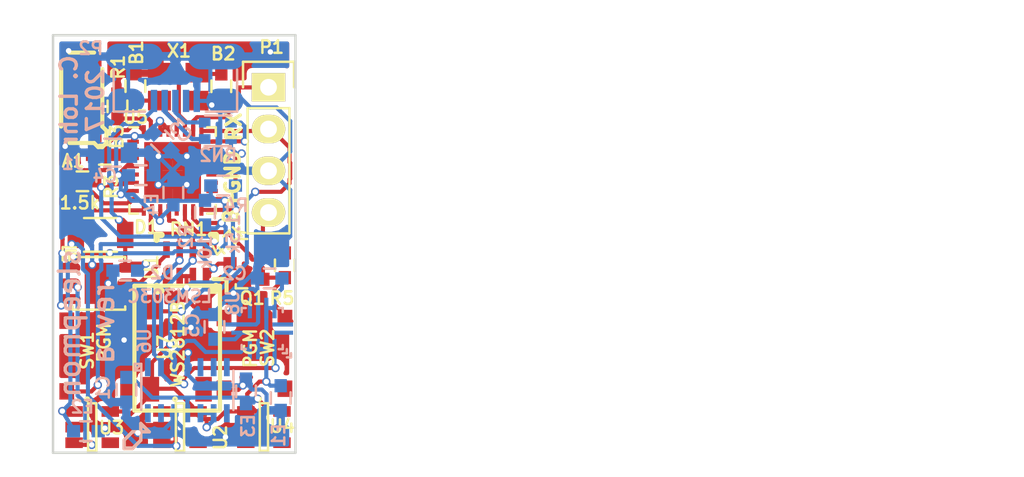
<source format=kicad_pcb>
(kicad_pcb (version 4) (host pcbnew 4.0.4+e1-6308~48~ubuntu16.04.1-stable)

  (general
    (links 117)
    (no_connects 0)
    (area 143.688999 70.028999 158.571001 95.579001)
    (thickness 1.6)
    (drawings 27)
    (tracks 662)
    (zones 0)
    (modules 37)
    (nets 29)
  )

  (page User 150.012 150.012)
  (layers
    (0 F.Cu signal)
    (31 B.Cu signal)
    (32 B.Adhes user)
    (33 F.Adhes user)
    (34 B.Paste user)
    (35 F.Paste user)
    (36 B.SilkS user)
    (37 F.SilkS user)
    (38 B.Mask user)
    (39 F.Mask user)
    (40 Dwgs.User user)
    (41 Cmts.User user)
    (42 Eco1.User user)
    (43 Eco2.User user)
    (44 Edge.Cuts user)
    (45 Margin user)
    (46 B.CrtYd user)
    (47 F.CrtYd user)
    (48 B.Fab user)
    (49 F.Fab user)
  )

  (setup
    (last_trace_width 0.24892)
    (trace_clearance 0.1778)
    (zone_clearance 0.3048)
    (zone_45_only no)
    (trace_min 0.2)
    (segment_width 0.2)
    (edge_width 0.15)
    (via_size 0.508)
    (via_drill 0.3302)
    (via_min_size 0.254)
    (via_min_drill 0.254)
    (uvia_size 0.3)
    (uvia_drill 0.1)
    (uvias_allowed no)
    (uvia_min_size 0)
    (uvia_min_drill 0)
    (pcb_text_width 0.3)
    (pcb_text_size 1.5 1.5)
    (mod_edge_width 0.15)
    (mod_text_size 0.762 0.762)
    (mod_text_width 0.15)
    (pad_size 0.7 0.25)
    (pad_drill 0)
    (pad_to_mask_clearance 0.0508)
    (aux_axis_origin 0 0)
    (visible_elements FFFFFFFF)
    (pcbplotparams
      (layerselection 0x00030_80000001)
      (usegerberextensions false)
      (excludeedgelayer true)
      (linewidth 0.100000)
      (plotframeref false)
      (viasonmask false)
      (mode 1)
      (useauxorigin false)
      (hpglpennumber 1)
      (hpglpenspeed 20)
      (hpglpendiameter 15)
      (hpglpenoverlay 2)
      (psnegative false)
      (psa4output false)
      (plotreference true)
      (plotvalue true)
      (plotinvisibletext false)
      (padsonsilk false)
      (subtractmaskfromsilk false)
      (outputformat 1)
      (mirror false)
      (drillshape 1)
      (scaleselection 1)
      (outputdirectory ""))
  )

  (net 0 "")
  (net 1 "Net-(A1-Pad1)")
  (net 2 GP15)
  (net 3 "Net-(D1-Pad1)")
  (net 4 +5V)
  (net 5 "Net-(P2-Pad2)")
  (net 6 "Net-(P2-Pad3)")
  (net 7 GP2)
  (net 8 RAWBATT)
  (net 9 +BATT)
  (net 10 "Net-(R1-Pad1)")
  (net 11 GP0)
  (net 12 USBDM)
  (net 13 ADC)
  (net 14 +3V3)
  (net 15 SDA)
  (net 16 SCL)
  (net 17 CHG_SET)
  (net 18 USBDP)
  (net 19 PWON)
  (net 20 +1V8)
  (net 21 RST)
  (net 22 CHGMON)
  (net 23 URX)
  (net 24 UTX)
  (net 25 "Net-(B1-Pad2)")
  (net 26 "Net-(B2-Pad2)")
  (net 27 "Net-(B3-Pad1)")
  (net 28 "Net-(C5-Pad1)")

  (net_class Default "This is the default net class."
    (clearance 0.1778)
    (trace_width 0.24892)
    (via_dia 0.508)
    (via_drill 0.3302)
    (uvia_dia 0.3)
    (uvia_drill 0.1)
    (add_net +1V8)
    (add_net +3V3)
    (add_net +5V)
    (add_net +BATT)
    (add_net ADC)
    (add_net CHGMON)
    (add_net CHG_SET)
    (add_net GP0)
    (add_net GP15)
    (add_net GP2)
    (add_net "Net-(A1-Pad1)")
    (add_net "Net-(B1-Pad2)")
    (add_net "Net-(B2-Pad2)")
    (add_net "Net-(B3-Pad1)")
    (add_net "Net-(C5-Pad1)")
    (add_net "Net-(D1-Pad1)")
    (add_net "Net-(P2-Pad2)")
    (add_net "Net-(P2-Pad3)")
    (add_net "Net-(R1-Pad1)")
    (add_net PWON)
    (add_net RAWBATT)
    (add_net RST)
    (add_net SCL)
    (add_net SDA)
    (add_net URX)
    (add_net USBDM)
    (add_net USBDP)
    (add_net UTX)
  )

  (module USBMicroB-10118192-0001LF (layer B.Cu) (tedit 588C36C9) (tstamp 58A58EF6)
    (at 42.87 22.97)
    (path /588BCC30)
    (fp_text reference P2 (at -5.14 -0.5) (layer B.SilkS)
      (effects (font (size 0.762 0.762) (thickness 0.15)) (justify mirror))
    )
    (fp_text value CONN_01X09 (at 0.25 -2.73) (layer B.Fab)
      (effects (font (size 0.762 0.762) (thickness 0.15)) (justify mirror))
    )
    (fp_line (start 1.85 3.35) (end 3.75 3.35) (layer B.SilkS) (width 0.15))
    (fp_line (start 3.75 3.35) (end 3.75 0.8) (layer B.SilkS) (width 0.15))
    (fp_line (start -3.75 0.8) (end -3.75 3.35) (layer B.SilkS) (width 0.15))
    (fp_line (start -3.75 3.35) (end -1.85 3.35) (layer B.SilkS) (width 0.15))
    (fp_line (start 3.75 -2) (end 3.75 -0.85) (layer B.Fab) (width 0.15))
    (fp_line (start -3.75 -2) (end -3.75 -0.95) (layer B.Fab) (width 0.15))
    (fp_line (start -2.35 -2) (end -3.75 -2) (layer B.Fab) (width 0.15))
    (fp_line (start 2.35 -2) (end 3.75 -2) (layer B.Fab) (width 0.15))
    (fp_line (start -2.35 -2) (end 2.35 -2) (layer B.Fab) (width 0.15))
    (pad 1 smd rect (at -1.3 2.7) (size 0.39 1.35) (layers B.Cu B.Paste B.Mask)
      (net 4 +5V))
    (pad 2 smd rect (at -0.65 2.7) (size 0.39 1.35) (layers B.Cu B.Paste B.Mask)
      (net 5 "Net-(P2-Pad2)"))
    (pad 3 smd rect (at 0 2.7) (size 0.39 1.35) (layers B.Cu B.Paste B.Mask)
      (net 6 "Net-(P2-Pad3)"))
    (pad 4 smd rect (at 0.65 2.7) (size 0.39 1.35) (layers B.Cu B.Paste B.Mask))
    (pad 5 smd rect (at 1.3 2.7) (size 0.39 1.35) (layers B.Cu B.Paste B.Mask)
      (net 2 GP15))
    (pad 6 smd oval (at 2.5 0) (size 3.5 1.56) (layers B.Cu B.Paste B.Mask)
      (net 2 GP15))
    (pad 7 smd oval (at -2.5 0) (size 3.5 1.56) (layers B.Cu B.Paste B.Mask)
      (net 2 GP15))
    (pad 8 smd oval (at 3 2.7) (size 2.25 1.5) (layers B.Cu B.Paste B.Mask)
      (net 2 GP15))
    (pad 9 smd oval (at -3 2.7) (size 2.25 1.5) (layers B.Cu B.Paste B.Mask)
      (net 2 GP15))
  )

  (module C_0603 (layer B.Cu) (tedit 588C3A4E) (tstamp 588C27EE)
    (at 37.43 45.76 180)
    (descr "Capacitor SMD 0603, reflow soldering, AVX (see smccp.pdf)")
    (tags "capacitor 0603")
    (path /588C28B7)
    (attr smd)
    (fp_text reference E2 (at 0.218 1.48 180) (layer B.SilkS)
      (effects (font (size 0.762 0.762) (thickness 0.15)) (justify mirror))
    )
    (fp_text value 10u (at 0 -1.9 180) (layer B.Fab)
      (effects (font (size 0.762 0.762) (thickness 0.15)) (justify mirror))
    )
    (fp_line (start -0.8 -0.4) (end -0.8 0.4) (layer B.Fab) (width 0.15))
    (fp_line (start 0.8 -0.4) (end -0.8 -0.4) (layer B.Fab) (width 0.15))
    (fp_line (start 0.8 0.4) (end 0.8 -0.4) (layer B.Fab) (width 0.15))
    (fp_line (start -0.8 0.4) (end 0.8 0.4) (layer B.Fab) (width 0.15))
    (fp_line (start -1.45 0.75) (end 1.45 0.75) (layer B.CrtYd) (width 0.05))
    (fp_line (start -1.45 -0.75) (end 1.45 -0.75) (layer B.CrtYd) (width 0.05))
    (fp_line (start -1.45 0.75) (end -1.45 -0.75) (layer B.CrtYd) (width 0.05))
    (fp_line (start 1.45 0.75) (end 1.45 -0.75) (layer B.CrtYd) (width 0.05))
    (fp_line (start -0.35 0.6) (end 0.35 0.6) (layer B.SilkS) (width 0.15))
    (fp_line (start 0.35 -0.6) (end -0.35 -0.6) (layer B.SilkS) (width 0.15))
    (pad 1 smd rect (at -0.75 0 180) (size 0.8 0.75) (layers B.Cu B.Paste B.Mask)
      (net 2 GP15))
    (pad 2 smd rect (at 0.75 0 180) (size 0.8 0.75) (layers B.Cu B.Paste B.Mask)
      (net 9 +BATT))
    (model Capacitors_SMD.3dshapes/C_0603.wrl
      (at (xyz 0 0 0))
      (scale (xyz 1 1 1))
      (rotate (xyz 0 0 0))
    )
  )

  (module C_0603 (layer B.Cu) (tedit 588C35EB) (tstamp 58A59826)
    (at 44.67 32.47 270)
    (descr "Capacitor SMD 0603, reflow soldering, AVX (see smccp.pdf)")
    (tags "capacitor 0603")
    (path /588CB491)
    (attr smd)
    (fp_text reference R2 (at 1.44 1.15 270) (layer B.SilkS)
      (effects (font (size 0.762 0.762) (thickness 0.15)) (justify mirror))
    )
    (fp_text value 10k (at 2.41 -0.01 270) (layer B.SilkS)
      (effects (font (size 0.762 0.762) (thickness 0.15)) (justify mirror))
    )
    (fp_line (start -0.8 -0.4) (end -0.8 0.4) (layer B.Fab) (width 0.15))
    (fp_line (start 0.8 -0.4) (end -0.8 -0.4) (layer B.Fab) (width 0.15))
    (fp_line (start 0.8 0.4) (end 0.8 -0.4) (layer B.Fab) (width 0.15))
    (fp_line (start -0.8 0.4) (end 0.8 0.4) (layer B.Fab) (width 0.15))
    (fp_line (start -1.45 0.75) (end 1.45 0.75) (layer B.CrtYd) (width 0.05))
    (fp_line (start -1.45 -0.75) (end 1.45 -0.75) (layer B.CrtYd) (width 0.05))
    (fp_line (start -1.45 0.75) (end -1.45 -0.75) (layer B.CrtYd) (width 0.05))
    (fp_line (start 1.45 0.75) (end 1.45 -0.75) (layer B.CrtYd) (width 0.05))
    (fp_line (start -0.35 0.6) (end 0.35 0.6) (layer B.SilkS) (width 0.15))
    (fp_line (start 0.35 -0.6) (end -0.35 -0.6) (layer B.SilkS) (width 0.15))
    (pad 1 smd rect (at -0.75 0 270) (size 0.8 0.75) (layers B.Cu B.Paste B.Mask)
      (net 14 +3V3))
    (pad 2 smd rect (at 0.75 0 270) (size 0.8 0.75) (layers B.Cu B.Paste B.Mask)
      (net 11 GP0))
    (model Capacitors_SMD.3dshapes/C_0603.wrl
      (at (xyz 0 0 0))
      (scale (xyz 1 1 1))
      (rotate (xyz 0 0 0))
    )
  )

  (module C_0603 (layer B.Cu) (tedit 588C35F9) (tstamp 58A5958B)
    (at 45.77 30.82)
    (descr "Capacitor SMD 0603, reflow soldering, AVX (see smccp.pdf)")
    (tags "capacitor 0603")
    (path /588CAD25)
    (attr smd)
    (fp_text reference R4 (at 0.79 1.21) (layer B.SilkS)
      (effects (font (size 0.762 0.762) (thickness 0.15)) (justify mirror))
    )
    (fp_text value 1.5k (at 0.62 2.95 90) (layer B.SilkS)
      (effects (font (size 0.762 0.762) (thickness 0.15)) (justify mirror))
    )
    (fp_line (start -0.8 -0.4) (end -0.8 0.4) (layer B.Fab) (width 0.15))
    (fp_line (start 0.8 -0.4) (end -0.8 -0.4) (layer B.Fab) (width 0.15))
    (fp_line (start 0.8 0.4) (end 0.8 -0.4) (layer B.Fab) (width 0.15))
    (fp_line (start -0.8 0.4) (end 0.8 0.4) (layer B.Fab) (width 0.15))
    (fp_line (start -1.45 0.75) (end 1.45 0.75) (layer B.CrtYd) (width 0.05))
    (fp_line (start -1.45 -0.75) (end 1.45 -0.75) (layer B.CrtYd) (width 0.05))
    (fp_line (start -1.45 0.75) (end -1.45 -0.75) (layer B.CrtYd) (width 0.05))
    (fp_line (start 1.45 0.75) (end 1.45 -0.75) (layer B.CrtYd) (width 0.05))
    (fp_line (start -0.35 0.6) (end 0.35 0.6) (layer B.SilkS) (width 0.15))
    (fp_line (start 0.35 -0.6) (end -0.35 -0.6) (layer B.SilkS) (width 0.15))
    (pad 1 smd rect (at -0.75 0) (size 0.8 0.75) (layers B.Cu B.Paste B.Mask)
      (net 14 +3V3))
    (pad 2 smd rect (at 0.75 0) (size 0.8 0.75) (layers B.Cu B.Paste B.Mask)
      (net 12 USBDM))
    (model Capacitors_SMD.3dshapes/C_0603.wrl
      (at (xyz 0 0 0))
      (scale (xyz 1 1 1))
      (rotate (xyz 0 0 0))
    )
  )

  (module C_0603 (layer F.Cu) (tedit 5415D631) (tstamp 5895B93F)
    (at 40.44 24.77 270)
    (descr "Capacitor SMD 0603, reflow soldering, AVX (see smccp.pdf)")
    (tags "capacitor 0603")
    (path /588B9E85)
    (attr smd)
    (fp_text reference B1 (at -2.04 -0.06 450) (layer F.SilkS)
      (effects (font (size 0.762 0.762) (thickness 0.15)))
    )
    (fp_text value 10p (at 0 1.9 270) (layer F.Fab)
      (effects (font (size 0.762 0.762) (thickness 0.15)))
    )
    (fp_line (start -0.8 0.4) (end -0.8 -0.4) (layer F.Fab) (width 0.15))
    (fp_line (start 0.8 0.4) (end -0.8 0.4) (layer F.Fab) (width 0.15))
    (fp_line (start 0.8 -0.4) (end 0.8 0.4) (layer F.Fab) (width 0.15))
    (fp_line (start -0.8 -0.4) (end 0.8 -0.4) (layer F.Fab) (width 0.15))
    (fp_line (start -1.45 -0.75) (end 1.45 -0.75) (layer F.CrtYd) (width 0.05))
    (fp_line (start -1.45 0.75) (end 1.45 0.75) (layer F.CrtYd) (width 0.05))
    (fp_line (start -1.45 -0.75) (end -1.45 0.75) (layer F.CrtYd) (width 0.05))
    (fp_line (start 1.45 -0.75) (end 1.45 0.75) (layer F.CrtYd) (width 0.05))
    (fp_line (start -0.35 -0.6) (end 0.35 -0.6) (layer F.SilkS) (width 0.15))
    (fp_line (start 0.35 0.6) (end -0.35 0.6) (layer F.SilkS) (width 0.15))
    (pad 1 smd rect (at -0.75 0 270) (size 0.8 0.75) (layers F.Cu F.Paste F.Mask)
      (net 2 GP15))
    (pad 2 smd rect (at 0.75 0 270) (size 0.8 0.75) (layers F.Cu F.Paste F.Mask)
      (net 25 "Net-(B1-Pad2)"))
    (model Capacitors_SMD.3dshapes/C_0603.wrl
      (at (xyz 0 0 0))
      (scale (xyz 1 1 1))
      (rotate (xyz 0 0 0))
    )
  )

  (module C_0603 (layer F.Cu) (tedit 5415D631) (tstamp 5895B94F)
    (at 45.66 24.78 90)
    (descr "Capacitor SMD 0603, reflow soldering, AVX (see smccp.pdf)")
    (tags "capacitor 0603")
    (path /588B9EEC)
    (attr smd)
    (fp_text reference B2 (at 1.98 0.12 180) (layer F.SilkS)
      (effects (font (size 0.762 0.762) (thickness 0.15)))
    )
    (fp_text value 10p (at 0 1.9 90) (layer F.Fab)
      (effects (font (size 0.762 0.762) (thickness 0.15)))
    )
    (fp_line (start -0.8 0.4) (end -0.8 -0.4) (layer F.Fab) (width 0.15))
    (fp_line (start 0.8 0.4) (end -0.8 0.4) (layer F.Fab) (width 0.15))
    (fp_line (start 0.8 -0.4) (end 0.8 0.4) (layer F.Fab) (width 0.15))
    (fp_line (start -0.8 -0.4) (end 0.8 -0.4) (layer F.Fab) (width 0.15))
    (fp_line (start -1.45 -0.75) (end 1.45 -0.75) (layer F.CrtYd) (width 0.05))
    (fp_line (start -1.45 0.75) (end 1.45 0.75) (layer F.CrtYd) (width 0.05))
    (fp_line (start -1.45 -0.75) (end -1.45 0.75) (layer F.CrtYd) (width 0.05))
    (fp_line (start 1.45 -0.75) (end 1.45 0.75) (layer F.CrtYd) (width 0.05))
    (fp_line (start -0.35 -0.6) (end 0.35 -0.6) (layer F.SilkS) (width 0.15))
    (fp_line (start 0.35 0.6) (end -0.35 0.6) (layer F.SilkS) (width 0.15))
    (pad 1 smd rect (at -0.75 0 90) (size 0.8 0.75) (layers F.Cu F.Paste F.Mask)
      (net 2 GP15))
    (pad 2 smd rect (at 0.75 0 90) (size 0.8 0.75) (layers F.Cu F.Paste F.Mask)
      (net 26 "Net-(B2-Pad2)"))
    (model Capacitors_SMD.3dshapes/C_0603.wrl
      (at (xyz 0 0 0))
      (scale (xyz 1 1 1))
      (rotate (xyz 0 0 0))
    )
  )

  (module C_0603 (layer F.Cu) (tedit 5415D631) (tstamp 5895B95F)
    (at 38.58 28.95 180)
    (descr "Capacitor SMD 0603, reflow soldering, AVX (see smccp.pdf)")
    (tags "capacitor 0603")
    (path /588B96A3)
    (attr smd)
    (fp_text reference B3 (at -0.73 1.1 270) (layer F.SilkS)
      (effects (font (size 0.762 0.762) (thickness 0.15)))
    )
    (fp_text value 5.6p (at 0 1.9 180) (layer F.Fab)
      (effects (font (size 0.762 0.762) (thickness 0.15)))
    )
    (fp_line (start -0.8 0.4) (end -0.8 -0.4) (layer F.Fab) (width 0.15))
    (fp_line (start 0.8 0.4) (end -0.8 0.4) (layer F.Fab) (width 0.15))
    (fp_line (start 0.8 -0.4) (end 0.8 0.4) (layer F.Fab) (width 0.15))
    (fp_line (start -0.8 -0.4) (end 0.8 -0.4) (layer F.Fab) (width 0.15))
    (fp_line (start -1.45 -0.75) (end 1.45 -0.75) (layer F.CrtYd) (width 0.05))
    (fp_line (start -1.45 0.75) (end 1.45 0.75) (layer F.CrtYd) (width 0.05))
    (fp_line (start -1.45 -0.75) (end -1.45 0.75) (layer F.CrtYd) (width 0.05))
    (fp_line (start 1.45 -0.75) (end 1.45 0.75) (layer F.CrtYd) (width 0.05))
    (fp_line (start -0.35 -0.6) (end 0.35 -0.6) (layer F.SilkS) (width 0.15))
    (fp_line (start 0.35 0.6) (end -0.35 0.6) (layer F.SilkS) (width 0.15))
    (pad 1 smd rect (at -0.75 0 180) (size 0.8 0.75) (layers F.Cu F.Paste F.Mask)
      (net 27 "Net-(B3-Pad1)"))
    (pad 2 smd rect (at 0.75 0 180) (size 0.8 0.75) (layers F.Cu F.Paste F.Mask)
      (net 1 "Net-(A1-Pad1)"))
    (model Capacitors_SMD.3dshapes/C_0603.wrl
      (at (xyz 0 0 0))
      (scale (xyz 1 1 1))
      (rotate (xyz 0 0 0))
    )
  )

  (module C_1206 (layer F.Cu) (tedit 5415D7BD) (tstamp 5895B96F)
    (at 38.32 33.82)
    (descr "Capacitor SMD 1206, reflow soldering, AVX (see smccp.pdf)")
    (tags "capacitor 1206")
    (path /588BDAA5)
    (attr smd)
    (fp_text reference D1 (at 2.79 -0.47) (layer F.SilkS)
      (effects (font (size 0.762 0.762) (thickness 0.15)))
    )
    (fp_text value D_Schottky (at 0 2.3) (layer F.Fab)
      (effects (font (size 0.762 0.762) (thickness 0.15)))
    )
    (fp_line (start -1.6 0.8) (end -1.6 -0.8) (layer F.Fab) (width 0.15))
    (fp_line (start 1.6 0.8) (end -1.6 0.8) (layer F.Fab) (width 0.15))
    (fp_line (start 1.6 -0.8) (end 1.6 0.8) (layer F.Fab) (width 0.15))
    (fp_line (start -1.6 -0.8) (end 1.6 -0.8) (layer F.Fab) (width 0.15))
    (fp_line (start -2.3 -1.15) (end 2.3 -1.15) (layer F.CrtYd) (width 0.05))
    (fp_line (start -2.3 1.15) (end 2.3 1.15) (layer F.CrtYd) (width 0.05))
    (fp_line (start -2.3 -1.15) (end -2.3 1.15) (layer F.CrtYd) (width 0.05))
    (fp_line (start 2.3 -1.15) (end 2.3 1.15) (layer F.CrtYd) (width 0.05))
    (fp_line (start 1 -1.025) (end -1 -1.025) (layer F.SilkS) (width 0.15))
    (fp_line (start -1 1.025) (end 1 1.025) (layer F.SilkS) (width 0.15))
    (pad 1 smd rect (at -1.5 0) (size 1 1.6) (layers F.Cu F.Paste F.Mask)
      (net 3 "Net-(D1-Pad1)"))
    (pad 2 smd rect (at 1.5 0) (size 1 1.6) (layers F.Cu F.Paste F.Mask)
      (net 4 +5V))
    (model Capacitors_SMD.3dshapes/C_1206.wrl
      (at (xyz 0 0 0))
      (scale (xyz 1 1 1))
      (rotate (xyz 0 0 0))
    )
  )

  (module SOT-23 (layer F.Cu) (tedit 553634F8) (tstamp 5895B997)
    (at 47.18822 35.57 90)
    (descr "SOT-23, Standard")
    (tags SOT-23)
    (path /588C7CD2)
    (attr smd)
    (fp_text reference Q1 (at -2.1 0.35178 180) (layer F.SilkS)
      (effects (font (size 0.762 0.762) (thickness 0.15)))
    )
    (fp_text value Q_PMOS_GSD (at 0 2.3 90) (layer F.Fab)
      (effects (font (size 0.762 0.762) (thickness 0.15)))
    )
    (fp_line (start -1.65 -1.6) (end 1.65 -1.6) (layer F.CrtYd) (width 0.05))
    (fp_line (start 1.65 -1.6) (end 1.65 1.6) (layer F.CrtYd) (width 0.05))
    (fp_line (start 1.65 1.6) (end -1.65 1.6) (layer F.CrtYd) (width 0.05))
    (fp_line (start -1.65 1.6) (end -1.65 -1.6) (layer F.CrtYd) (width 0.05))
    (fp_line (start 1.29916 -0.65024) (end 1.2509 -0.65024) (layer F.SilkS) (width 0.15))
    (fp_line (start -1.49982 0.0508) (end -1.49982 -0.65024) (layer F.SilkS) (width 0.15))
    (fp_line (start -1.49982 -0.65024) (end -1.2509 -0.65024) (layer F.SilkS) (width 0.15))
    (fp_line (start 1.29916 -0.65024) (end 1.49982 -0.65024) (layer F.SilkS) (width 0.15))
    (fp_line (start 1.49982 -0.65024) (end 1.49982 0.0508) (layer F.SilkS) (width 0.15))
    (pad 1 smd rect (at -0.95 1.00076 90) (size 0.8001 0.8001) (layers F.Cu F.Paste F.Mask)
      (net 7 GP2))
    (pad 2 smd rect (at 0.95 1.00076 90) (size 0.8001 0.8001) (layers F.Cu F.Paste F.Mask)
      (net 8 RAWBATT))
    (pad 3 smd rect (at 0 -0.99822 90) (size 0.8001 0.8001) (layers F.Cu F.Paste F.Mask)
      (net 9 +BATT))
    (model TO_SOT_Packages_SMD.3dshapes/SOT-23.wrl
      (at (xyz 0 0 0))
      (scale (xyz 1 1 1))
      (rotate (xyz 0 0 0))
    )
  )

  (module C_0603 (layer F.Cu) (tedit 5415D631) (tstamp 5895B9A7)
    (at 39.35 26 90)
    (descr "Capacitor SMD 0603, reflow soldering, AVX (see smccp.pdf)")
    (tags "capacitor 0603")
    (path /588B9A6F)
    (attr smd)
    (fp_text reference R1 (at 2.38 0.04 270) (layer F.SilkS)
      (effects (font (size 0.762 0.762) (thickness 0.15)))
    )
    (fp_text value 12k (at 0 1.9 90) (layer F.Fab)
      (effects (font (size 0.762 0.762) (thickness 0.15)))
    )
    (fp_line (start -0.8 0.4) (end -0.8 -0.4) (layer F.Fab) (width 0.15))
    (fp_line (start 0.8 0.4) (end -0.8 0.4) (layer F.Fab) (width 0.15))
    (fp_line (start 0.8 -0.4) (end 0.8 0.4) (layer F.Fab) (width 0.15))
    (fp_line (start -0.8 -0.4) (end 0.8 -0.4) (layer F.Fab) (width 0.15))
    (fp_line (start -1.45 -0.75) (end 1.45 -0.75) (layer F.CrtYd) (width 0.05))
    (fp_line (start -1.45 0.75) (end 1.45 0.75) (layer F.CrtYd) (width 0.05))
    (fp_line (start -1.45 -0.75) (end -1.45 0.75) (layer F.CrtYd) (width 0.05))
    (fp_line (start 1.45 -0.75) (end 1.45 0.75) (layer F.CrtYd) (width 0.05))
    (fp_line (start -0.35 -0.6) (end 0.35 -0.6) (layer F.SilkS) (width 0.15))
    (fp_line (start 0.35 0.6) (end -0.35 0.6) (layer F.SilkS) (width 0.15))
    (pad 1 smd rect (at -0.75 0 90) (size 0.8 0.75) (layers F.Cu F.Paste F.Mask)
      (net 10 "Net-(R1-Pad1)"))
    (pad 2 smd rect (at 0.75 0 90) (size 0.8 0.75) (layers F.Cu F.Paste F.Mask)
      (net 2 GP15))
    (model Capacitors_SMD.3dshapes/C_0603.wrl
      (at (xyz 0 0 0))
      (scale (xyz 1 1 1))
      (rotate (xyz 0 0 0))
    )
  )

  (module C_0603 (layer F.Cu) (tedit 5415D631) (tstamp 5895B9B7)
    (at 49.52 35.67 270)
    (descr "Capacitor SMD 0603, reflow soldering, AVX (see smccp.pdf)")
    (tags "capacitor 0603")
    (path /588C5551)
    (attr smd)
    (fp_text reference R5 (at 2 0.17 360) (layer F.SilkS)
      (effects (font (size 0.762 0.762) (thickness 0.15)))
    )
    (fp_text value 100k (at 0 1.9 270) (layer F.Fab)
      (effects (font (size 0.762 0.762) (thickness 0.15)))
    )
    (fp_line (start -0.8 0.4) (end -0.8 -0.4) (layer F.Fab) (width 0.15))
    (fp_line (start 0.8 0.4) (end -0.8 0.4) (layer F.Fab) (width 0.15))
    (fp_line (start 0.8 -0.4) (end 0.8 0.4) (layer F.Fab) (width 0.15))
    (fp_line (start -0.8 -0.4) (end 0.8 -0.4) (layer F.Fab) (width 0.15))
    (fp_line (start -1.45 -0.75) (end 1.45 -0.75) (layer F.CrtYd) (width 0.05))
    (fp_line (start -1.45 0.75) (end 1.45 0.75) (layer F.CrtYd) (width 0.05))
    (fp_line (start -1.45 -0.75) (end -1.45 0.75) (layer F.CrtYd) (width 0.05))
    (fp_line (start 1.45 -0.75) (end 1.45 0.75) (layer F.CrtYd) (width 0.05))
    (fp_line (start -0.35 -0.6) (end 0.35 -0.6) (layer F.SilkS) (width 0.15))
    (fp_line (start 0.35 0.6) (end -0.35 0.6) (layer F.SilkS) (width 0.15))
    (pad 1 smd rect (at -0.75 0 270) (size 0.8 0.75) (layers F.Cu F.Paste F.Mask)
      (net 8 RAWBATT))
    (pad 2 smd rect (at 0.75 0 270) (size 0.8 0.75) (layers F.Cu F.Paste F.Mask)
      (net 7 GP2))
    (model Capacitors_SMD.3dshapes/C_0603.wrl
      (at (xyz 0 0 0))
      (scale (xyz 1 1 1))
      (rotate (xyz 0 0 0))
    )
  )

  (module 1206NETWORK (layer F.Cu) (tedit 588C3846) (tstamp 5895B9DF)
    (at 43.53 35.52 180)
    (path /588BA879)
    (fp_text reference RN1 (at -0.14 2.04 360) (layer F.SilkS)
      (effects (font (size 0.762 0.762) (thickness 0.15)))
    )
    (fp_text value 4.7k (at -2.57 1.32 225) (layer F.SilkS)
      (effects (font (size 0.762 0.762) (thickness 0.15)))
    )
    (fp_line (start 1.8 1.4) (end 1.8 1.7) (layer F.SilkS) (width 0.381))
    (fp_line (start 1.8 1.7) (end 1.5 1.7) (layer F.SilkS) (width 0.381))
    (fp_line (start -1.8 -1.4) (end -1.8 -1.7) (layer F.SilkS) (width 0.381))
    (fp_line (start -1.8 -1.7) (end -1.5 -1.7) (layer F.SilkS) (width 0.381))
    (fp_line (start 1.5 -1.7) (end 1.8 -1.7) (layer F.SilkS) (width 0.381))
    (fp_line (start 1.8 -1.7) (end 1.8 -1.4) (layer F.SilkS) (width 0.381))
    (fp_line (start -1.8 1.4) (end -1.8 1.7) (layer F.SilkS) (width 0.381))
    (fp_line (start -1.8 1.7) (end -1.5 1.7) (layer F.SilkS) (width 0.381))
    (pad 1 smd rect (at -1.2 0.8 180) (size 0.4 1) (layers F.Cu F.Paste F.Mask)
      (net 13 ADC))
    (pad 2 smd rect (at -0.4 0.8 180) (size 0.4 1) (layers F.Cu F.Paste F.Mask)
      (net 15 SDA))
    (pad 3 smd rect (at 0.4 0.8 180) (size 0.4 1) (layers F.Cu F.Paste F.Mask)
      (net 16 SCL))
    (pad 4 smd rect (at 1.2 0.8 180) (size 0.4 1) (layers F.Cu F.Paste F.Mask)
      (net 17 CHG_SET))
    (pad 5 smd rect (at 1.2 -0.8 180) (size 0.4 1) (layers F.Cu F.Paste F.Mask)
      (net 2 GP15))
    (pad 6 smd rect (at 0.4 -0.8 180) (size 0.4 1) (layers F.Cu F.Paste F.Mask)
      (net 14 +3V3))
    (pad 7 smd rect (at -0.4 -0.8 180) (size 0.4 1) (layers F.Cu F.Paste F.Mask)
      (net 14 +3V3))
    (pad 8 smd rect (at -1.2 -0.8 180) (size 0.4 1) (layers F.Cu F.Paste F.Mask)
      (net 9 +BATT))
  )

  (module NETWORK0606 (layer B.Cu) (tedit 588C35D7) (tstamp 5895B9E9)
    (at 45.45 27.49)
    (path /588BE5DE)
    (fp_text reference RN2 (at 0.02 1.485) (layer B.SilkS)
      (effects (font (size 0.762 0.762) (thickness 0.15)) (justify mirror))
    )
    (fp_text value "33 OHM" (at -0.12 0.915) (layer B.SilkS) hide
      (effects (font (size 0.762 0.762) (thickness 0.15)) (justify mirror))
    )
    (fp_line (start 0.8 0.93) (end -0.8 0.93) (layer B.SilkS) (width 0.15))
    (fp_line (start -0.78 -0.93) (end 0.82 -0.93) (layer B.SilkS) (width 0.15))
    (pad 1 smd rect (at -0.8 0.5) (size 0.7 0.6) (layers B.Cu B.Paste B.Mask)
      (net 5 "Net-(P2-Pad2)"))
    (pad 2 smd rect (at 0.8 0.5) (size 0.7 0.6) (layers B.Cu B.Paste B.Mask)
      (net 12 USBDM))
    (pad 3 smd rect (at -0.8 -0.5) (size 0.7 0.6) (layers B.Cu B.Paste B.Mask)
      (net 6 "Net-(P2-Pad3)"))
    (pad 4 smd rect (at 0.8 -0.5) (size 0.7 0.6) (layers B.Cu B.Paste B.Mask)
      (net 18 USBDP))
  )

  (module TACTILE (layer F.Cu) (tedit 0) (tstamp 5895B9F1)
    (at 38.17 41.24 90)
    (path /588BA2F2)
    (fp_text reference SW1 (at 0.385 -0.665 90) (layer F.SilkS)
      (effects (font (size 0.762 0.762) (thickness 0.15)))
    )
    (fp_text value PGM (at 0.865 0.365 90) (layer F.SilkS)
      (effects (font (size 0.762 0.762) (thickness 0.15)))
    )
    (pad 1 smd rect (at -2.1 -1.9 90) (size 1 0.9) (layers F.Cu F.Paste F.Mask)
      (net 11 GP0))
    (pad 2 smd rect (at 2.2 -1.9 90) (size 1 0.9) (layers F.Cu F.Paste F.Mask))
    (pad 3 smd rect (at -2.1 1.8 90) (size 1 0.9) (layers F.Cu F.Paste F.Mask))
    (pad 4 smd rect (at 2.2 1.8 90) (size 1 0.9) (layers F.Cu F.Paste F.Mask)
      (net 2 GP15))
  )

  (module TACTILE (layer F.Cu) (tedit 0) (tstamp 5895B9F9)
    (at 47.626 40.978 270)
    (path /588C2C99)
    (fp_text reference SW2 (at -0.29 -0.84 270) (layer F.SilkS)
      (effects (font (size 0.762 0.762) (thickness 0.15)))
    )
    (fp_text value PGM (at -0.26 0.2 270) (layer F.SilkS)
      (effects (font (size 0.762 0.762) (thickness 0.15)))
    )
    (pad 1 smd rect (at -2.1 -1.9 270) (size 1 0.9) (layers F.Cu F.Paste F.Mask)
      (net 7 GP2))
    (pad 2 smd rect (at 2.2 -1.9 270) (size 1 0.9) (layers F.Cu F.Paste F.Mask))
    (pad 3 smd rect (at -2.1 1.8 270) (size 1 0.9) (layers F.Cu F.Paste F.Mask))
    (pad 4 smd rect (at 2.2 1.8 270) (size 1 0.9) (layers F.Cu F.Paste F.Mask)
      (net 2 GP15))
  )

  (module SOT-23-5 (layer F.Cu) (tedit 55360473) (tstamp 5895BA0B)
    (at 43.1478 45.5144)
    (descr "5-pin SOT23 package")
    (tags SOT-23-5)
    (path /588BD6FC)
    (attr smd)
    (fp_text reference U2 (at 2.4522 0.6356 90) (layer F.SilkS)
      (effects (font (size 0.762 0.762) (thickness 0.15)))
    )
    (fp_text value MCP1824v3.3 (at -0.05 2.35) (layer F.Fab)
      (effects (font (size 0.762 0.762) (thickness 0.15)))
    )
    (fp_line (start -1.8 -1.6) (end 1.8 -1.6) (layer F.CrtYd) (width 0.05))
    (fp_line (start 1.8 -1.6) (end 1.8 1.6) (layer F.CrtYd) (width 0.05))
    (fp_line (start 1.8 1.6) (end -1.8 1.6) (layer F.CrtYd) (width 0.05))
    (fp_line (start -1.8 1.6) (end -1.8 -1.6) (layer F.CrtYd) (width 0.05))
    (fp_circle (center -0.3 -1.7) (end -0.2 -1.7) (layer F.SilkS) (width 0.15))
    (fp_line (start 0.25 -1.45) (end -0.25 -1.45) (layer F.SilkS) (width 0.15))
    (fp_line (start 0.25 1.45) (end 0.25 -1.45) (layer F.SilkS) (width 0.15))
    (fp_line (start -0.25 1.45) (end 0.25 1.45) (layer F.SilkS) (width 0.15))
    (fp_line (start -0.25 -1.45) (end -0.25 1.45) (layer F.SilkS) (width 0.15))
    (pad 1 smd rect (at -1.1 -0.95) (size 1.06 0.65) (layers F.Cu F.Paste F.Mask)
      (net 3 "Net-(D1-Pad1)"))
    (pad 2 smd rect (at -1.1 0) (size 1.06 0.65) (layers F.Cu F.Paste F.Mask)
      (net 2 GP15))
    (pad 3 smd rect (at -1.1 0.95) (size 1.06 0.65) (layers F.Cu F.Paste F.Mask)
      (net 3 "Net-(D1-Pad1)"))
    (pad 4 smd rect (at 1.1 0.95) (size 1.06 0.65) (layers F.Cu F.Paste F.Mask))
    (pad 5 smd rect (at 1.1 -0.95) (size 1.06 0.65) (layers F.Cu F.Paste F.Mask)
      (net 14 +3V3))
    (model TO_SOT_Packages_SMD.3dshapes/SOT-23-5.wrl
      (at (xyz 0 0 0))
      (scale (xyz 1 1 1))
      (rotate (xyz 0 0 0))
    )
  )

  (module SOT-23-5 (layer F.Cu) (tedit 588C3A0F) (tstamp 5895BA1D)
    (at 37.8138 45.5144)
    (descr "5-pin SOT23 package")
    (tags SOT-23-5)
    (path /588BC384)
    (attr smd)
    (fp_text reference U3 (at 1.1762 0.0356 180) (layer F.SilkS)
      (effects (font (size 0.762 0.762) (thickness 0.15)))
    )
    (fp_text value MCP1824v3.3 (at -0.05 2.35) (layer F.Fab)
      (effects (font (size 0.762 0.762) (thickness 0.15)))
    )
    (fp_line (start -1.8 -1.6) (end 1.8 -1.6) (layer F.CrtYd) (width 0.05))
    (fp_line (start 1.8 -1.6) (end 1.8 1.6) (layer F.CrtYd) (width 0.05))
    (fp_line (start 1.8 1.6) (end -1.8 1.6) (layer F.CrtYd) (width 0.05))
    (fp_line (start -1.8 1.6) (end -1.8 -1.6) (layer F.CrtYd) (width 0.05))
    (fp_circle (center -0.3 -1.7) (end -0.2 -1.7) (layer F.SilkS) (width 0.15))
    (fp_line (start 0.25 -1.45) (end -0.25 -1.45) (layer F.SilkS) (width 0.15))
    (fp_line (start 0.25 1.45) (end 0.25 -1.45) (layer F.SilkS) (width 0.15))
    (fp_line (start -0.25 1.45) (end 0.25 1.45) (layer F.SilkS) (width 0.15))
    (fp_line (start -0.25 -1.45) (end -0.25 1.45) (layer F.SilkS) (width 0.15))
    (pad 1 smd rect (at -1.1 -0.95) (size 1.06 0.65) (layers F.Cu F.Paste F.Mask)
      (net 9 +BATT))
    (pad 2 smd rect (at -1.1 0) (size 1.06 0.65) (layers F.Cu F.Paste F.Mask)
      (net 2 GP15))
    (pad 3 smd rect (at -1.1 0.95) (size 1.06 0.65) (layers F.Cu F.Paste F.Mask)
      (net 19 PWON))
    (pad 4 smd rect (at 1.1 0.95) (size 1.06 0.65) (layers F.Cu F.Paste F.Mask))
    (pad 5 smd rect (at 1.1 -0.95) (size 1.06 0.65) (layers F.Cu F.Paste F.Mask)
      (net 14 +3V3))
    (model TO_SOT_Packages_SMD.3dshapes/SOT-23-5.wrl
      (at (xyz 0 0 0))
      (scale (xyz 1 1 1))
      (rotate (xyz 0 0 0))
    )
  )

  (module SOT-23-5 (layer F.Cu) (tedit 55360473) (tstamp 5895BA2F)
    (at 48.2483 45.5119)
    (descr "5-pin SOT23 package")
    (tags SOT-23-5)
    (path /588BC8B2)
    (attr smd)
    (fp_text reference U4 (at 1.1217 -0.0519) (layer F.SilkS)
      (effects (font (size 0.762 0.762) (thickness 0.15)))
    )
    (fp_text value MCP1824v1.8 (at -0.05 2.35) (layer F.Fab)
      (effects (font (size 0.762 0.762) (thickness 0.15)))
    )
    (fp_line (start -1.8 -1.6) (end 1.8 -1.6) (layer F.CrtYd) (width 0.05))
    (fp_line (start 1.8 -1.6) (end 1.8 1.6) (layer F.CrtYd) (width 0.05))
    (fp_line (start 1.8 1.6) (end -1.8 1.6) (layer F.CrtYd) (width 0.05))
    (fp_line (start -1.8 1.6) (end -1.8 -1.6) (layer F.CrtYd) (width 0.05))
    (fp_circle (center -0.3 -1.7) (end -0.2 -1.7) (layer F.SilkS) (width 0.15))
    (fp_line (start 0.25 -1.45) (end -0.25 -1.45) (layer F.SilkS) (width 0.15))
    (fp_line (start 0.25 1.45) (end 0.25 -1.45) (layer F.SilkS) (width 0.15))
    (fp_line (start -0.25 1.45) (end 0.25 1.45) (layer F.SilkS) (width 0.15))
    (fp_line (start -0.25 -1.45) (end -0.25 1.45) (layer F.SilkS) (width 0.15))
    (pad 1 smd rect (at -1.1 -0.95) (size 1.06 0.65) (layers F.Cu F.Paste F.Mask)
      (net 14 +3V3))
    (pad 2 smd rect (at -1.1 0) (size 1.06 0.65) (layers F.Cu F.Paste F.Mask)
      (net 2 GP15))
    (pad 3 smd rect (at -1.1 0.95) (size 1.06 0.65) (layers F.Cu F.Paste F.Mask)
      (net 14 +3V3))
    (pad 4 smd rect (at 1.1 0.95) (size 1.06 0.65) (layers F.Cu F.Paste F.Mask))
    (pad 5 smd rect (at 1.1 -0.95) (size 1.06 0.65) (layers F.Cu F.Paste F.Mask)
      (net 20 +1V8))
    (model TO_SOT_Packages_SMD.3dshapes/SOT-23-5.wrl
      (at (xyz 0 0 0))
      (scale (xyz 1 1 1))
      (rotate (xyz 0 0 0))
    )
  )

  (module QFN-32-1EP_5x5mm_Pitch0.5mm (layer F.Cu) (tedit 588C3804) (tstamp 5895BA67)
    (at 42.7 29.9)
    (descr "UH Package; 32-Lead Plastic QFN (5mm x 5mm); (see Linear Technology QFN_32_05-08-1693.pdf)")
    (tags "QFN 0.5")
    (path /588B945C)
    (attr smd)
    (fp_text reference U5 (at -2.25 -3.24) (layer F.SilkS)
      (effects (font (size 0.762 0.762) (thickness 0.15)))
    )
    (fp_text value ESP8285 (at 1.1 -3.17) (layer F.Fab)
      (effects (font (size 0.762 0.762) (thickness 0.15)))
    )
    (fp_line (start -1.5 -2.5) (end 2.5 -2.5) (layer F.Fab) (width 0.15))
    (fp_line (start 2.5 -2.5) (end 2.5 2.5) (layer F.Fab) (width 0.15))
    (fp_line (start 2.5 2.5) (end -2.5 2.5) (layer F.Fab) (width 0.15))
    (fp_line (start -2.5 2.5) (end -2.5 -1.5) (layer F.Fab) (width 0.15))
    (fp_line (start -2.5 -1.5) (end -1.5 -2.5) (layer F.Fab) (width 0.15))
    (fp_line (start -3 -3) (end -3 3) (layer F.CrtYd) (width 0.05))
    (fp_line (start 3 -3) (end 3 3) (layer F.CrtYd) (width 0.05))
    (fp_line (start -3 -3) (end 3 -3) (layer F.CrtYd) (width 0.05))
    (fp_line (start -3 3) (end 3 3) (layer F.CrtYd) (width 0.05))
    (fp_line (start 2.625 -2.625) (end 2.625 -2.1) (layer F.SilkS) (width 0.15))
    (fp_line (start -2.625 2.625) (end -2.625 2.1) (layer F.SilkS) (width 0.15))
    (fp_line (start 2.625 2.625) (end 2.625 2.1) (layer F.SilkS) (width 0.15))
    (fp_line (start -2.625 -2.625) (end -2.1 -2.625) (layer F.SilkS) (width 0.15))
    (fp_line (start -2.625 2.625) (end -2.1 2.625) (layer F.SilkS) (width 0.15))
    (fp_line (start 2.625 2.625) (end 2.1 2.625) (layer F.SilkS) (width 0.15))
    (fp_line (start 2.625 -2.625) (end 2.1 -2.625) (layer F.SilkS) (width 0.15))
    (pad 1 smd rect (at -2.4 -1.75) (size 0.7 0.25) (layers F.Cu F.Paste F.Mask)
      (net 14 +3V3))
    (pad 2 smd rect (at -2.4 -1.25) (size 0.7 0.25) (layers F.Cu F.Paste F.Mask)
      (net 27 "Net-(B3-Pad1)"))
    (pad 3 smd rect (at -2.4 -0.75) (size 0.7 0.25) (layers F.Cu F.Paste F.Mask)
      (net 14 +3V3))
    (pad 4 smd rect (at -2.4 -0.25) (size 0.7 0.25) (layers F.Cu F.Paste F.Mask)
      (net 14 +3V3))
    (pad 5 smd rect (at -2.4 0.25) (size 0.7 0.25) (layers F.Cu F.Paste F.Mask))
    (pad 6 smd rect (at -2.4 0.75) (size 0.7 0.25) (layers F.Cu F.Paste F.Mask)
      (net 13 ADC))
    (pad 7 smd rect (at -2.4 1.25) (size 0.7 0.25) (layers F.Cu F.Paste F.Mask)
      (net 14 +3V3))
    (pad 8 smd rect (at -2.4 1.75) (size 0.7 0.25) (layers F.Cu F.Paste F.Mask)
      (net 21 RST))
    (pad 9 smd rect (at -1.75 2.4039 90) (size 0.7 0.25) (layers F.Cu F.Paste F.Mask)
      (net 22 CHGMON))
    (pad 10 smd rect (at -1.25 2.4 90) (size 0.7 0.25) (layers F.Cu F.Paste F.Mask)
      (net 16 SCL))
    (pad 11 smd rect (at -0.75 2.4 90) (size 0.7 0.25) (layers F.Cu F.Paste F.Mask)
      (net 14 +3V3))
    (pad 12 smd rect (at -0.25 2.4 90) (size 0.7 0.25) (layers F.Cu F.Paste F.Mask)
      (net 15 SDA))
    (pad 13 smd rect (at 0.25 2.4 90) (size 0.7 0.25) (layers F.Cu F.Paste F.Mask)
      (net 2 GP15))
    (pad 14 smd rect (at 0.75 2.4 90) (size 0.7 0.25) (layers F.Cu F.Paste F.Mask)
      (net 7 GP2))
    (pad 15 smd rect (at 1.25 2.4 90) (size 0.7 0.25) (layers F.Cu F.Paste F.Mask)
      (net 11 GP0))
    (pad 16 smd rect (at 1.75 2.4039 90) (size 0.7 0.25) (layers F.Cu F.Paste F.Mask)
      (net 12 USBDM))
    (pad 17 smd rect (at 2.4 1.75) (size 0.7 0.25) (layers F.Cu F.Paste F.Mask)
      (net 14 +3V3))
    (pad 18 smd rect (at 2.4 1.25) (size 0.7 0.25) (layers F.Cu F.Paste F.Mask))
    (pad 19 smd rect (at 2.4 0.75) (size 0.7 0.25) (layers F.Cu F.Paste F.Mask))
    (pad 20 smd rect (at 2.4 0.25) (size 0.7 0.25) (layers F.Cu F.Paste F.Mask))
    (pad 21 smd rect (at 2.4 -0.25) (size 0.7 0.25) (layers F.Cu F.Paste F.Mask))
    (pad 22 smd rect (at 2.4 -0.75) (size 0.7 0.25) (layers F.Cu F.Paste F.Mask))
    (pad 23 smd rect (at 2.4 -1.25) (size 0.7 0.25) (layers F.Cu F.Paste F.Mask))
    (pad 24 smd rect (at 2.4 -1.75) (size 0.7 0.25) (layers F.Cu F.Paste F.Mask)
      (net 18 USBDP))
    (pad 25 smd rect (at 1.75 -2.4094 90) (size 0.7 0.25) (layers F.Cu F.Paste F.Mask)
      (net 23 URX))
    (pad 26 smd rect (at 1.25 -2.4 90) (size 0.7 0.25) (layers F.Cu F.Paste F.Mask)
      (net 24 UTX))
    (pad 27 smd rect (at 0.75 -2.4 90) (size 0.7 0.25) (layers F.Cu F.Paste F.Mask)
      (net 26 "Net-(B2-Pad2)"))
    (pad 28 smd rect (at 0.25 -2.4 90) (size 0.7 0.25) (layers F.Cu F.Paste F.Mask)
      (net 25 "Net-(B1-Pad2)"))
    (pad 29 smd rect (at -0.25 -2.4 90) (size 0.7 0.25) (layers F.Cu F.Paste F.Mask)
      (net 14 +3V3))
    (pad 30 smd rect (at -0.75 -2.4 90) (size 0.7 0.25) (layers F.Cu F.Paste F.Mask)
      (net 14 +3V3))
    (pad 31 smd rect (at -1.25 -2.4 90) (size 0.7 0.25) (layers F.Cu F.Paste F.Mask)
      (net 10 "Net-(R1-Pad1)"))
    (pad 32 smd rect (at -1.75 -2.4094 90) (size 0.7 0.25) (layers F.Cu F.Paste F.Mask)
      (net 21 RST))
    (pad 33 smd rect (at 0.8625 0.8625) (size 1.725 1.725) (layers F.Cu F.Paste F.Mask)
      (net 2 GP15) (solder_paste_margin_ratio -0.2))
    (pad 33 smd rect (at 0.8625 -0.8625) (size 1.725 1.725) (layers F.Cu F.Paste F.Mask)
      (net 2 GP15) (solder_paste_margin_ratio -0.2))
    (pad 33 smd rect (at -0.8625 0.8625) (size 1.725 1.725) (layers F.Cu F.Paste F.Mask)
      (net 2 GP15) (solder_paste_margin_ratio -0.2))
    (pad 33 smd rect (at -0.8625 -0.8625) (size 1.725 1.725) (layers F.Cu F.Paste F.Mask)
      (net 2 GP15) (solder_paste_margin_ratio -0.2))
    (model Housings_DFN_QFN.3dshapes/QFN-32-1EP_5x5mm_Pitch0.5mm.wrl
      (at (xyz 0 0 0))
      (scale (xyz 1 1 1))
      (rotate (xyz 0 0 0))
    )
  )

  (module MAX3010X (layer B.Cu) (tedit 588C271C) (tstamp 5895BA80)
    (at 43.595 43.27 270)
    (path /588B89AB)
    (fp_text reference U6 (at -3 2.615 270) (layer B.SilkS)
      (effects (font (size 0.762 0.762) (thickness 0.15)) (justify mirror))
    )
    (fp_text value MAX3010X (at -2.75 2.755 360) (layer B.Fab)
      (effects (font (size 0.762 0.762) (thickness 0.15)) (justify mirror))
    )
    (fp_line (start -1.2 3.2) (end -1.2 2.8) (layer B.SilkS) (width 0.15))
    (fp_line (start -1.2 2.8) (end -1.6 2.8) (layer B.SilkS) (width 0.15))
    (fp_line (start -1.6 2.8) (end -1.6 3.2) (layer B.SilkS) (width 0.15))
    (fp_line (start -1.6 3.2) (end -1.2 3.2) (layer B.SilkS) (width 0.15))
    (fp_line (start -1.2 3.2) (end -1.6 2.8) (layer B.SilkS) (width 0.15))
    (fp_line (start -1.2 2.8) (end 1.2 2.8) (layer B.SilkS) (width 0.15))
    (fp_line (start -1.2 -2.8) (end 1.2 -2.8) (layer B.SilkS) (width 0.15))
    (pad 1 smd rect (at -1.4 2.4 270) (size 1.1 0.35) (layers B.Cu B.Paste B.Mask))
    (pad 2 smd rect (at -1.4 1.6 270) (size 1.1 0.35) (layers B.Cu B.Paste B.Mask)
      (net 16 SCL))
    (pad 3 smd rect (at -1.4 0.8 270) (size 1.1 0.35) (layers B.Cu B.Paste B.Mask)
      (net 15 SDA))
    (pad 4 smd rect (at -1.4 0 270) (size 1.1 0.35) (layers B.Cu B.Paste B.Mask)
      (net 2 GP15))
    (pad 5 smd rect (at -1.4 -0.8 270) (size 1.1 0.35) (layers B.Cu B.Paste B.Mask))
    (pad 6 smd rect (at -1.4 -1.6 270) (size 1.1 0.35) (layers B.Cu B.Paste B.Mask))
    (pad 7 smd rect (at -1.4 -2.4 270) (size 1.1 0.35) (layers B.Cu B.Paste B.Mask))
    (pad 8 smd rect (at 1.4 -2.4 270) (size 1.1 0.35) (layers B.Cu B.Paste B.Mask))
    (pad 9 smd rect (at 1.4 -1.6 270) (size 1.1 0.35) (layers B.Cu B.Paste B.Mask)
      (net 14 +3V3))
    (pad 10 smd rect (at 1.4 -0.8 270) (size 1.1 0.35) (layers B.Cu B.Paste B.Mask)
      (net 14 +3V3))
    (pad 11 smd rect (at 1.4 0 270) (size 1.1 0.35) (layers B.Cu B.Paste B.Mask)
      (net 20 +1V8))
    (pad 12 smd rect (at 1.4 0.8 270) (size 1.1 0.35) (layers B.Cu B.Paste B.Mask)
      (net 2 GP15))
    (pad 13 smd rect (at 1.4 1.6 270) (size 1.1 0.35) (layers B.Cu B.Paste B.Mask))
    (pad 14 smd rect (at 1.4 2.4 270) (size 1.1 0.35) (layers B.Cu B.Paste B.Mask))
  )

  (module WS2812B (layer F.Cu) (tedit 52B884F6) (tstamp 5895BA8F)
    (at 43.08 40.71 90)
    (path /588BF6A1)
    (fp_text reference U7 (at 0.05 -0.89 90) (layer F.SilkS)
      (effects (font (size 0.762 0.762) (thickness 0.15)))
    )
    (fp_text value WS2812B (at 0.25 -0.06 90) (layer F.SilkS)
      (effects (font (size 0.762 0.762) (thickness 0.15)))
    )
    (fp_line (start 4.09956 2.90068) (end 4.20116 2.79908) (layer F.SilkS) (width 0.254))
    (fp_line (start 4.20116 2.79908) (end 4.20116 2.10058) (layer F.SilkS) (width 0.254))
    (fp_line (start 3.40106 2.90068) (end 4.09956 2.90068) (layer F.SilkS) (width 0.254))
    (fp_line (start 3.79984 -2.70002) (end 3.79984 2.49936) (layer F.SilkS) (width 0.254))
    (fp_line (start 3.79984 2.49936) (end -3.79984 2.49936) (layer F.SilkS) (width 0.254))
    (fp_line (start -3.79984 2.49936) (end -3.79984 -2.70002) (layer F.SilkS) (width 0.254))
    (fp_line (start -3.79984 -2.70002) (end 3.79984 -2.70002) (layer F.SilkS) (width 0.254))
    (pad 1 smd rect (at -2.49936 -1.69926 90) (size 1.50114 1.00076) (layers F.Cu F.Paste F.Mask)
      (net 14 +3V3))
    (pad 2 smd rect (at -2.49936 1.50114 90) (size 1.50114 1.00076) (layers F.Cu F.Paste F.Mask))
    (pad 3 smd rect (at 2.49936 1.50114 90) (size 1.50114 1.00076) (layers F.Cu F.Paste F.Mask)
      (net 2 GP15))
    (pad 4 smd rect (at 2.49936 -1.69926 90) (size 1.50114 1.00076) (layers F.Cu F.Paste F.Mask)
      (net 23 URX))
  )

  (module XTAL4P (layer F.Cu) (tedit 588C3C55) (tstamp 5895BA97)
    (at 41.9 23.95)
    (path /588B9DD5)
    (fp_text reference X1 (at 1.19 -1.32) (layer F.SilkS)
      (effects (font (size 0.762 0.762) (thickness 0.15)))
    )
    (fp_text value 26MHz (at -5.45 -4.308) (layer F.SilkS) hide
      (effects (font (size 0.762 0.762) (thickness 0.15)))
    )
    (pad 4 smd rect (at 0 0) (size 1.397 1.1938) (layers F.Cu F.Paste F.Mask)
      (net 2 GP15))
    (pad 1 smd rect (at 0 1.7018) (size 1.397 1.1938) (layers F.Cu F.Paste F.Mask)
      (net 25 "Net-(B1-Pad2)"))
    (pad 3 smd rect (at 2.286 1.7018) (size 1.397 1.1938) (layers F.Cu F.Paste F.Mask)
      (net 2 GP15))
    (pad 2 smd rect (at 2.286 0) (size 1.397 1.1938) (layers F.Cu F.Paste F.Mask)
      (net 26 "Net-(B2-Pad2)"))
  )

  (module Pin_Header_Straight_1x04 (layer F.Cu) (tedit 588C389D) (tstamp 589F20BB)
    (at 48.53 24.84)
    (descr "Through hole pin header")
    (tags "pin header")
    (path /588BFDE3)
    (fp_text reference P1 (at 0.19 -2.44) (layer F.SilkS)
      (effects (font (size 0.762 0.762) (thickness 0.15)))
    )
    (fp_text value CONN_01X04 (at 0 -3.1) (layer F.Fab)
      (effects (font (size 0.762 0.762) (thickness 0.15)))
    )
    (fp_line (start -1.75 -1.75) (end -1.75 9.4) (layer F.CrtYd) (width 0.05))
    (fp_line (start 1.75 -1.75) (end 1.75 9.4) (layer F.CrtYd) (width 0.05))
    (fp_line (start -1.75 -1.75) (end 1.75 -1.75) (layer F.CrtYd) (width 0.05))
    (fp_line (start -1.75 9.4) (end 1.75 9.4) (layer F.CrtYd) (width 0.05))
    (fp_line (start -1.27 1.27) (end -1.27 8.89) (layer F.SilkS) (width 0.15))
    (fp_line (start 1.27 1.27) (end 1.27 8.89) (layer F.SilkS) (width 0.15))
    (fp_line (start 1.55 -1.55) (end 1.55 0) (layer F.SilkS) (width 0.15))
    (fp_line (start -1.27 8.89) (end 1.27 8.89) (layer F.SilkS) (width 0.15))
    (fp_line (start 1.27 1.27) (end -1.27 1.27) (layer F.SilkS) (width 0.15))
    (fp_line (start -1.55 0) (end -1.55 -1.55) (layer F.SilkS) (width 0.15))
    (fp_line (start -1.55 -1.55) (end 1.55 -1.55) (layer F.SilkS) (width 0.15))
    (pad 1 thru_hole rect (at 0 0) (size 2.032 1.7272) (drill 1.016) (layers *.Cu *.Mask F.SilkS)
      (net 24 UTX))
    (pad 2 thru_hole oval (at 0 2.54) (size 2.032 1.7272) (drill 1.016) (layers *.Cu *.Mask F.SilkS)
      (net 23 URX))
    (pad 3 thru_hole oval (at 0 5.08) (size 2.032 1.7272) (drill 1.016) (layers *.Cu *.Mask F.SilkS)
      (net 2 GP15))
    (pad 4 thru_hole oval (at 0 7.62) (size 2.032 1.7272) (drill 1.016) (layers *.Cu *.Mask F.SilkS)
      (net 8 RAWBATT))
    (model Pin_Headers.3dshapes/Pin_Header_Straight_1x04.wrl
      (at (xyz 0 -0.15 0))
      (scale (xyz 1 1 1))
      (rotate (xyz 0 0 90))
    )
  )

  (module DFN6PAD (layer F.Cu) (tedit 588C3753) (tstamp 589F20D4)
    (at 38.22 36.77)
    (path /588BB715)
    (fp_text reference U1 (at 3.2 -0.98 90) (layer F.SilkS)
      (effects (font (size 0.762 0.762) (thickness 0.15)))
    )
    (fp_text value STBC08-BATTCHARGER (at -5.3 -0.62 90) (layer F.Fab)
      (effects (font (size 0.762 0.762) (thickness 0.15)))
    )
    (fp_line (start -1.6 1.4) (end -1.6 1.6) (layer F.SilkS) (width 0.15))
    (fp_line (start -1.6 1.6) (end 1.6 1.6) (layer F.SilkS) (width 0.15))
    (fp_line (start 1.6 1.6) (end 1.6 1.4) (layer F.SilkS) (width 0.15))
    (fp_line (start -2.2 -1.4) (end -2.2 -2.2) (layer F.SilkS) (width 0.15))
    (fp_line (start -2.2 -2.2) (end -1.4 -2.2) (layer F.SilkS) (width 0.15))
    (fp_line (start -1.4 -2) (end -2 -2) (layer F.SilkS) (width 0.15))
    (fp_line (start -2 -2) (end -2 -1.4) (layer F.SilkS) (width 0.15))
    (fp_line (start -1.8 -1.4) (end -1.8 -1.6) (layer F.SilkS) (width 0.15))
    (fp_line (start -1.8 -1.6) (end -1.8 -1.8) (layer F.SilkS) (width 0.15))
    (fp_line (start -1.8 -1.8) (end -1.4 -1.8) (layer F.SilkS) (width 0.15))
    (fp_line (start 0 -1.6) (end -1.6 -1.6) (layer F.SilkS) (width 0.15))
    (fp_line (start -1.6 -1.6) (end -1.6 -1.4) (layer F.SilkS) (width 0.15))
    (fp_line (start 0 -1.6) (end 1.6 -1.6) (layer F.SilkS) (width 0.15))
    (fp_line (start 1.6 -1.6) (end 1.6 -1.4) (layer F.SilkS) (width 0.15))
    (pad 1 smd oval (at -1.77 -0.95) (size 1.3 0.6) (layers F.Cu F.Paste F.Mask)
      (net 9 +BATT))
    (pad 2 smd oval (at -1.77 0) (size 1.3 0.6) (layers F.Cu F.Paste F.Mask)
      (net 19 PWON))
    (pad 3 smd oval (at -1.77 0.95) (size 1.3 0.6) (layers F.Cu F.Paste F.Mask)
      (net 22 CHGMON))
    (pad 4 smd oval (at 1.77 0.95) (size 1.3 0.6) (layers F.Cu F.Paste F.Mask)
      (net 2 GP15))
    (pad 5 smd oval (at 1.77 0) (size 1.3 0.6) (layers F.Cu F.Paste F.Mask)
      (net 17 CHG_SET))
    (pad 6 smd oval (at 1.77 -0.95) (size 1.3 0.6) (layers F.Cu F.Paste F.Mask)
      (net 4 +5V))
    (pad 7 smd rect (at 0 0) (size 1.725 2.5) (layers F.Cu F.Paste F.Mask)
      (net 2 GP15))
  )

  (module C_0603 (layer F.Cu) (tedit 588C3542) (tstamp 58A59836)
    (at 37.22 30.56)
    (descr "Capacitor SMD 0603, reflow soldering, AVX (see smccp.pdf)")
    (tags "capacitor 0603")
    (path /588CB611)
    (attr smd)
    (fp_text reference R3 (at 1.75 0.33 270) (layer F.SilkS)
      (effects (font (size 0.762 0.762) (thickness 0.15)))
    )
    (fp_text value 1.5k (at -0.16 1.31 180) (layer F.SilkS)
      (effects (font (size 0.762 0.762) (thickness 0.15)))
    )
    (fp_line (start -0.8 0.4) (end -0.8 -0.4) (layer F.Fab) (width 0.15))
    (fp_line (start 0.8 0.4) (end -0.8 0.4) (layer F.Fab) (width 0.15))
    (fp_line (start 0.8 -0.4) (end 0.8 0.4) (layer F.Fab) (width 0.15))
    (fp_line (start -0.8 -0.4) (end 0.8 -0.4) (layer F.Fab) (width 0.15))
    (fp_line (start -1.45 -0.75) (end 1.45 -0.75) (layer F.CrtYd) (width 0.05))
    (fp_line (start -1.45 0.75) (end 1.45 0.75) (layer F.CrtYd) (width 0.05))
    (fp_line (start -1.45 -0.75) (end -1.45 0.75) (layer F.CrtYd) (width 0.05))
    (fp_line (start 1.45 -0.75) (end 1.45 0.75) (layer F.CrtYd) (width 0.05))
    (fp_line (start -0.35 -0.6) (end 0.35 -0.6) (layer F.SilkS) (width 0.15))
    (fp_line (start 0.35 0.6) (end -0.35 0.6) (layer F.SilkS) (width 0.15))
    (pad 1 smd rect (at -0.75 0) (size 0.8 0.75) (layers F.Cu F.Paste F.Mask)
      (net 2 GP15))
    (pad 2 smd rect (at 0.75 0) (size 0.8 0.75) (layers F.Cu F.Paste F.Mask)
      (net 13 ADC))
    (model Capacitors_SMD.3dshapes/C_0603.wrl
      (at (xyz 0 0 0))
      (scale (xyz 1 1 1))
      (rotate (xyz 0 0 0))
    )
  )

  (module C_0603 (layer B.Cu) (tedit 5415D631) (tstamp 588C27CE)
    (at 39.82 35.995)
    (descr "Capacitor SMD 0603, reflow soldering, AVX (see smccp.pdf)")
    (tags "capacitor 0603")
    (path /588C305A)
    (attr smd)
    (fp_text reference D2 (at 2.24 0.125) (layer B.SilkS)
      (effects (font (size 0.762 0.762) (thickness 0.15)) (justify mirror))
    )
    (fp_text value 1u (at 0 -1.9) (layer B.Fab)
      (effects (font (size 0.762 0.762) (thickness 0.15)) (justify mirror))
    )
    (fp_line (start -0.8 -0.4) (end -0.8 0.4) (layer B.Fab) (width 0.15))
    (fp_line (start 0.8 -0.4) (end -0.8 -0.4) (layer B.Fab) (width 0.15))
    (fp_line (start 0.8 0.4) (end 0.8 -0.4) (layer B.Fab) (width 0.15))
    (fp_line (start -0.8 0.4) (end 0.8 0.4) (layer B.Fab) (width 0.15))
    (fp_line (start -1.45 0.75) (end 1.45 0.75) (layer B.CrtYd) (width 0.05))
    (fp_line (start -1.45 -0.75) (end 1.45 -0.75) (layer B.CrtYd) (width 0.05))
    (fp_line (start -1.45 0.75) (end -1.45 -0.75) (layer B.CrtYd) (width 0.05))
    (fp_line (start 1.45 0.75) (end 1.45 -0.75) (layer B.CrtYd) (width 0.05))
    (fp_line (start -0.35 0.6) (end 0.35 0.6) (layer B.SilkS) (width 0.15))
    (fp_line (start 0.35 -0.6) (end -0.35 -0.6) (layer B.SilkS) (width 0.15))
    (pad 1 smd rect (at -0.75 0) (size 0.8 0.75) (layers B.Cu B.Paste B.Mask)
      (net 2 GP15))
    (pad 2 smd rect (at 0.75 0) (size 0.8 0.75) (layers B.Cu B.Paste B.Mask)
      (net 4 +5V))
    (model Capacitors_SMD.3dshapes/C_0603.wrl
      (at (xyz 0 0 0))
      (scale (xyz 1 1 1))
      (rotate (xyz 0 0 0))
    )
  )

  (module C_0603 (layer B.Cu) (tedit 5415D631) (tstamp 588C27DE)
    (at 49.27 43.745 90)
    (descr "Capacitor SMD 0603, reflow soldering, AVX (see smccp.pdf)")
    (tags "capacitor 0603")
    (path /588C25FE)
    (attr smd)
    (fp_text reference E1 (at -2.265 -0.13 90) (layer B.SilkS)
      (effects (font (size 0.762 0.762) (thickness 0.15)) (justify mirror))
    )
    (fp_text value 10u (at 0 -1.9 90) (layer B.Fab)
      (effects (font (size 0.762 0.762) (thickness 0.15)) (justify mirror))
    )
    (fp_line (start -0.8 -0.4) (end -0.8 0.4) (layer B.Fab) (width 0.15))
    (fp_line (start 0.8 -0.4) (end -0.8 -0.4) (layer B.Fab) (width 0.15))
    (fp_line (start 0.8 0.4) (end 0.8 -0.4) (layer B.Fab) (width 0.15))
    (fp_line (start -0.8 0.4) (end 0.8 0.4) (layer B.Fab) (width 0.15))
    (fp_line (start -1.45 0.75) (end 1.45 0.75) (layer B.CrtYd) (width 0.05))
    (fp_line (start -1.45 -0.75) (end 1.45 -0.75) (layer B.CrtYd) (width 0.05))
    (fp_line (start -1.45 0.75) (end -1.45 -0.75) (layer B.CrtYd) (width 0.05))
    (fp_line (start 1.45 0.75) (end 1.45 -0.75) (layer B.CrtYd) (width 0.05))
    (fp_line (start -0.35 0.6) (end 0.35 0.6) (layer B.SilkS) (width 0.15))
    (fp_line (start 0.35 -0.6) (end -0.35 -0.6) (layer B.SilkS) (width 0.15))
    (pad 1 smd rect (at -0.75 0 90) (size 0.8 0.75) (layers B.Cu B.Paste B.Mask)
      (net 2 GP15))
    (pad 2 smd rect (at 0.75 0 90) (size 0.8 0.75) (layers B.Cu B.Paste B.Mask)
      (net 14 +3V3))
    (model Capacitors_SMD.3dshapes/C_0603.wrl
      (at (xyz 0 0 0))
      (scale (xyz 1 1 1))
      (rotate (xyz 0 0 0))
    )
  )

  (module C_0603 (layer B.Cu) (tedit 588C2720) (tstamp 588C27FE)
    (at 47.16 43.34 270)
    (descr "Capacitor SMD 0603, reflow soldering, AVX (see smccp.pdf)")
    (tags "capacitor 0603")
    (path /588C297A)
    (attr smd)
    (fp_text reference E3 (at 2.1 -0.13 270) (layer B.SilkS)
      (effects (font (size 0.762 0.762) (thickness 0.15)) (justify mirror))
    )
    (fp_text value 10u (at 0 -1.9 270) (layer B.Fab)
      (effects (font (size 0.762 0.762) (thickness 0.15)) (justify mirror))
    )
    (fp_line (start -0.8 -0.4) (end -0.8 0.4) (layer B.Fab) (width 0.15))
    (fp_line (start 0.8 -0.4) (end -0.8 -0.4) (layer B.Fab) (width 0.15))
    (fp_line (start 0.8 0.4) (end 0.8 -0.4) (layer B.Fab) (width 0.15))
    (fp_line (start -0.8 0.4) (end 0.8 0.4) (layer B.Fab) (width 0.15))
    (fp_line (start -1.45 0.75) (end 1.45 0.75) (layer B.CrtYd) (width 0.05))
    (fp_line (start -1.45 -0.75) (end 1.45 -0.75) (layer B.CrtYd) (width 0.05))
    (fp_line (start -1.45 0.75) (end -1.45 -0.75) (layer B.CrtYd) (width 0.05))
    (fp_line (start 1.45 0.75) (end 1.45 -0.75) (layer B.CrtYd) (width 0.05))
    (fp_line (start -0.35 0.6) (end 0.35 0.6) (layer B.SilkS) (width 0.15))
    (fp_line (start 0.35 -0.6) (end -0.35 -0.6) (layer B.SilkS) (width 0.15))
    (pad 1 smd rect (at -0.75 0 270) (size 0.8 0.75) (layers B.Cu B.Paste B.Mask)
      (net 2 GP15))
    (pad 2 smd rect (at 0.75 0 270) (size 0.8 0.75) (layers B.Cu B.Paste B.Mask)
      (net 20 +1V8))
    (model Capacitors_SMD.3dshapes/C_0603.wrl
      (at (xyz 0 0 0))
      (scale (xyz 1 1 1))
      (rotate (xyz 0 0 0))
    )
  )

  (module C_0603 (layer B.Cu) (tedit 5415D631) (tstamp 588C280E)
    (at 39.89 43.24 90)
    (descr "Capacitor SMD 0603, reflow soldering, AVX (see smccp.pdf)")
    (tags "capacitor 0603")
    (path /588C578F)
    (attr smd)
    (fp_text reference C1 (at 0.12 -1.41 90) (layer B.SilkS)
      (effects (font (size 0.762 0.762) (thickness 0.15)) (justify mirror))
    )
    (fp_text value .1u (at 0 -1.9 90) (layer B.Fab)
      (effects (font (size 0.762 0.762) (thickness 0.15)) (justify mirror))
    )
    (fp_line (start -0.8 -0.4) (end -0.8 0.4) (layer B.Fab) (width 0.15))
    (fp_line (start 0.8 -0.4) (end -0.8 -0.4) (layer B.Fab) (width 0.15))
    (fp_line (start 0.8 0.4) (end 0.8 -0.4) (layer B.Fab) (width 0.15))
    (fp_line (start -0.8 0.4) (end 0.8 0.4) (layer B.Fab) (width 0.15))
    (fp_line (start -1.45 0.75) (end 1.45 0.75) (layer B.CrtYd) (width 0.05))
    (fp_line (start -1.45 -0.75) (end 1.45 -0.75) (layer B.CrtYd) (width 0.05))
    (fp_line (start -1.45 0.75) (end -1.45 -0.75) (layer B.CrtYd) (width 0.05))
    (fp_line (start 1.45 0.75) (end 1.45 -0.75) (layer B.CrtYd) (width 0.05))
    (fp_line (start -0.35 0.6) (end 0.35 0.6) (layer B.SilkS) (width 0.15))
    (fp_line (start 0.35 -0.6) (end -0.35 -0.6) (layer B.SilkS) (width 0.15))
    (pad 1 smd rect (at -0.75 0 90) (size 0.8 0.75) (layers B.Cu B.Paste B.Mask)
      (net 2 GP15))
    (pad 2 smd rect (at 0.75 0 90) (size 0.8 0.75) (layers B.Cu B.Paste B.Mask)
      (net 20 +1V8))
    (model Capacitors_SMD.3dshapes/C_0603.wrl
      (at (xyz 0 0 0))
      (scale (xyz 1 1 1))
      (rotate (xyz 0 0 0))
    )
  )

  (module C_0603 (layer B.Cu) (tedit 5415D631) (tstamp 588C281E)
    (at 42.745 31.245 270)
    (descr "Capacitor SMD 0603, reflow soldering, AVX (see smccp.pdf)")
    (tags "capacitor 0603")
    (path /588C4EA2)
    (attr smd)
    (fp_text reference E4 (at 0.735 1.315 450) (layer B.SilkS)
      (effects (font (size 0.762 0.762) (thickness 0.15)) (justify mirror))
    )
    (fp_text value 10u (at 0 -1.9 270) (layer B.Fab)
      (effects (font (size 0.762 0.762) (thickness 0.15)) (justify mirror))
    )
    (fp_line (start -0.8 -0.4) (end -0.8 0.4) (layer B.Fab) (width 0.15))
    (fp_line (start 0.8 -0.4) (end -0.8 -0.4) (layer B.Fab) (width 0.15))
    (fp_line (start 0.8 0.4) (end 0.8 -0.4) (layer B.Fab) (width 0.15))
    (fp_line (start -0.8 0.4) (end 0.8 0.4) (layer B.Fab) (width 0.15))
    (fp_line (start -1.45 0.75) (end 1.45 0.75) (layer B.CrtYd) (width 0.05))
    (fp_line (start -1.45 -0.75) (end 1.45 -0.75) (layer B.CrtYd) (width 0.05))
    (fp_line (start -1.45 0.75) (end -1.45 -0.75) (layer B.CrtYd) (width 0.05))
    (fp_line (start 1.45 0.75) (end 1.45 -0.75) (layer B.CrtYd) (width 0.05))
    (fp_line (start -0.35 0.6) (end 0.35 0.6) (layer B.SilkS) (width 0.15))
    (fp_line (start 0.35 -0.6) (end -0.35 -0.6) (layer B.SilkS) (width 0.15))
    (pad 1 smd rect (at -0.75 0 270) (size 0.8 0.75) (layers B.Cu B.Paste B.Mask)
      (net 2 GP15))
    (pad 2 smd rect (at 0.75 0 270) (size 0.8 0.75) (layers B.Cu B.Paste B.Mask)
      (net 14 +3V3))
    (model Capacitors_SMD.3dshapes/C_0603.wrl
      (at (xyz 0 0 0))
      (scale (xyz 1 1 1))
      (rotate (xyz 0 0 0))
    )
  )

  (module C_0603 (layer B.Cu) (tedit 588C38DF) (tstamp 588C282E)
    (at 48.595 36.47)
    (descr "Capacitor SMD 0603, reflow soldering, AVX (see smccp.pdf)")
    (tags "capacitor 0603")
    (path /588C5698)
    (attr smd)
    (fp_text reference C2 (at -2.125 -0.3) (layer B.SilkS)
      (effects (font (size 0.762 0.762) (thickness 0.15)) (justify mirror))
    )
    (fp_text value .1u (at 0 -1.9) (layer B.Fab)
      (effects (font (size 0.762 0.762) (thickness 0.15)) (justify mirror))
    )
    (fp_line (start -0.8 -0.4) (end -0.8 0.4) (layer B.Fab) (width 0.15))
    (fp_line (start 0.8 -0.4) (end -0.8 -0.4) (layer B.Fab) (width 0.15))
    (fp_line (start 0.8 0.4) (end 0.8 -0.4) (layer B.Fab) (width 0.15))
    (fp_line (start -0.8 0.4) (end 0.8 0.4) (layer B.Fab) (width 0.15))
    (fp_line (start -1.45 0.75) (end 1.45 0.75) (layer B.CrtYd) (width 0.05))
    (fp_line (start -1.45 -0.75) (end 1.45 -0.75) (layer B.CrtYd) (width 0.05))
    (fp_line (start -1.45 0.75) (end -1.45 -0.75) (layer B.CrtYd) (width 0.05))
    (fp_line (start 1.45 0.75) (end 1.45 -0.75) (layer B.CrtYd) (width 0.05))
    (fp_line (start -0.35 0.6) (end 0.35 0.6) (layer B.SilkS) (width 0.15))
    (fp_line (start 0.35 -0.6) (end -0.35 -0.6) (layer B.SilkS) (width 0.15))
    (pad 1 smd rect (at -0.75 0) (size 0.8 0.75) (layers B.Cu B.Paste B.Mask)
      (net 2 GP15))
    (pad 2 smd rect (at 0.75 0) (size 0.8 0.75) (layers B.Cu B.Paste B.Mask)
      (net 14 +3V3))
    (model Capacitors_SMD.3dshapes/C_0603.wrl
      (at (xyz 0 0 0))
      (scale (xyz 1 1 1))
      (rotate (xyz 0 0 0))
    )
  )

  (module C_0603 (layer B.Cu) (tedit 588C356F) (tstamp 588C283E)
    (at 42.07 28.145 135)
    (descr "Capacitor SMD 0603, reflow soldering, AVX (see smccp.pdf)")
    (tags "capacitor 0603")
    (path /588C5716)
    (attr smd)
    (fp_text reference C3 (at -0.321734 1.248043 135) (layer B.SilkS)
      (effects (font (size 0.762 0.762) (thickness 0.15)) (justify mirror))
    )
    (fp_text value .1u (at -2.174353 0.10253 135) (layer B.Fab) hide
      (effects (font (size 0.762 0.762) (thickness 0.15)) (justify mirror))
    )
    (fp_line (start -0.8 -0.4) (end -0.8 0.4) (layer B.Fab) (width 0.15))
    (fp_line (start 0.8 -0.4) (end -0.8 -0.4) (layer B.Fab) (width 0.15))
    (fp_line (start 0.8 0.4) (end 0.8 -0.4) (layer B.Fab) (width 0.15))
    (fp_line (start -0.8 0.4) (end 0.8 0.4) (layer B.Fab) (width 0.15))
    (fp_line (start -1.45 0.75) (end 1.45 0.75) (layer B.CrtYd) (width 0.05))
    (fp_line (start -1.45 -0.75) (end 1.45 -0.75) (layer B.CrtYd) (width 0.05))
    (fp_line (start -1.45 0.75) (end -1.45 -0.75) (layer B.CrtYd) (width 0.05))
    (fp_line (start 1.45 0.75) (end 1.45 -0.75) (layer B.CrtYd) (width 0.05))
    (fp_line (start -0.35 0.6) (end 0.35 0.6) (layer B.SilkS) (width 0.15))
    (fp_line (start 0.35 -0.6) (end -0.35 -0.6) (layer B.SilkS) (width 0.15))
    (pad 1 smd rect (at -0.75 0 135) (size 0.8 0.75) (layers B.Cu B.Paste B.Mask)
      (net 2 GP15))
    (pad 2 smd rect (at 0.75 0 135) (size 0.8 0.75) (layers B.Cu B.Paste B.Mask)
      (net 14 +3V3))
    (model Capacitors_SMD.3dshapes/C_0603.wrl
      (at (xyz 0 0 0))
      (scale (xyz 1 1 1))
      (rotate (xyz 0 0 0))
    )
  )

  (module C_0603 (layer B.Cu) (tedit 588C35C9) (tstamp 588C284E)
    (at 40.77 30.19 180)
    (descr "Capacitor SMD 0603, reflow soldering, AVX (see smccp.pdf)")
    (tags "capacitor 0603")
    (path /588C6447)
    (attr smd)
    (fp_text reference C4 (at 2.18 -0.06 180) (layer B.SilkS)
      (effects (font (size 0.762 0.762) (thickness 0.15)) (justify mirror))
    )
    (fp_text value .1u (at 2.24 0.515 180) (layer B.Fab) hide
      (effects (font (size 0.762 0.762) (thickness 0.15)) (justify mirror))
    )
    (fp_line (start -0.8 -0.4) (end -0.8 0.4) (layer B.Fab) (width 0.15))
    (fp_line (start 0.8 -0.4) (end -0.8 -0.4) (layer B.Fab) (width 0.15))
    (fp_line (start 0.8 0.4) (end 0.8 -0.4) (layer B.Fab) (width 0.15))
    (fp_line (start -0.8 0.4) (end 0.8 0.4) (layer B.Fab) (width 0.15))
    (fp_line (start -1.45 0.75) (end 1.45 0.75) (layer B.CrtYd) (width 0.05))
    (fp_line (start -1.45 -0.75) (end 1.45 -0.75) (layer B.CrtYd) (width 0.05))
    (fp_line (start -1.45 0.75) (end -1.45 -0.75) (layer B.CrtYd) (width 0.05))
    (fp_line (start 1.45 0.75) (end 1.45 -0.75) (layer B.CrtYd) (width 0.05))
    (fp_line (start -0.35 0.6) (end 0.35 0.6) (layer B.SilkS) (width 0.15))
    (fp_line (start 0.35 -0.6) (end -0.35 -0.6) (layer B.SilkS) (width 0.15))
    (pad 1 smd rect (at -0.75 0 180) (size 0.8 0.75) (layers B.Cu B.Paste B.Mask)
      (net 2 GP15))
    (pad 2 smd rect (at 0.75 0 180) (size 0.8 0.75) (layers B.Cu B.Paste B.Mask)
      (net 14 +3V3))
    (model Capacitors_SMD.3dshapes/C_0603.wrl
      (at (xyz 0 0 0))
      (scale (xyz 1 1 1))
      (rotate (xyz 0 0 0))
    )
  )

  (module C_0603 (layer B.Cu) (tedit 5415D631) (tstamp 588C285E)
    (at 45.245 39.42 90)
    (descr "Capacitor SMD 0603, reflow soldering, AVX (see smccp.pdf)")
    (tags "capacitor 0603")
    (path /588C6796)
    (attr smd)
    (fp_text reference C5 (at 0.1 -1.335 90) (layer B.SilkS)
      (effects (font (size 0.762 0.762) (thickness 0.15)) (justify mirror))
    )
    (fp_text value .1u (at 0 -1.9 90) (layer B.Fab)
      (effects (font (size 0.762 0.762) (thickness 0.15)) (justify mirror))
    )
    (fp_line (start -0.8 -0.4) (end -0.8 0.4) (layer B.Fab) (width 0.15))
    (fp_line (start 0.8 -0.4) (end -0.8 -0.4) (layer B.Fab) (width 0.15))
    (fp_line (start 0.8 0.4) (end 0.8 -0.4) (layer B.Fab) (width 0.15))
    (fp_line (start -0.8 0.4) (end 0.8 0.4) (layer B.Fab) (width 0.15))
    (fp_line (start -1.45 0.75) (end 1.45 0.75) (layer B.CrtYd) (width 0.05))
    (fp_line (start -1.45 -0.75) (end 1.45 -0.75) (layer B.CrtYd) (width 0.05))
    (fp_line (start -1.45 0.75) (end -1.45 -0.75) (layer B.CrtYd) (width 0.05))
    (fp_line (start 1.45 0.75) (end 1.45 -0.75) (layer B.CrtYd) (width 0.05))
    (fp_line (start -0.35 0.6) (end 0.35 0.6) (layer B.SilkS) (width 0.15))
    (fp_line (start 0.35 -0.6) (end -0.35 -0.6) (layer B.SilkS) (width 0.15))
    (pad 1 smd rect (at -0.75 0 90) (size 0.8 0.75) (layers B.Cu B.Paste B.Mask)
      (net 28 "Net-(C5-Pad1)"))
    (pad 2 smd rect (at 0.75 0 90) (size 0.8 0.75) (layers B.Cu B.Paste B.Mask)
      (net 2 GP15))
    (model Capacitors_SMD.3dshapes/C_0603.wrl
      (at (xyz 0 0 0))
      (scale (xyz 1 1 1))
      (rotate (xyz 0 0 0))
    )
  )

  (module 12LGA (layer B.Cu) (tedit 588C388C) (tstamp 588F6BBD)
    (at 48.145 39.52 90)
    (path /588C3A75)
    (fp_text reference U8 (at 1.56 -1.795 270) (layer B.SilkS)
      (effects (font (size 0.762 0.762) (thickness 0.15)) (justify mirror))
    )
    (fp_text value LSM303C (at 1.96 -5.625 360) (layer B.SilkS)
      (effects (font (size 0.762 0.762) (thickness 0.15)) (justify mirror))
    )
    (fp_line (start -1.75 1.5) (end -1.75 1.75) (layer B.SilkS) (width 0.15))
    (fp_line (start -1.75 1.75) (end -1.5 1.75) (layer B.SilkS) (width 0.15))
    (fp_line (start -1.5 1.25) (end -1.5 1.5) (layer B.SilkS) (width 0.15))
    (fp_line (start -1.5 1.5) (end -1.25 1.5) (layer B.SilkS) (width 0.15))
    (fp_line (start -1 -1.25) (end -1.25 -1.25) (layer B.SilkS) (width 0.15))
    (fp_line (start -1.25 -1.25) (end -1.25 -1) (layer B.SilkS) (width 0.15))
    (fp_line (start 1.25 -1) (end 1.25 -1.25) (layer B.SilkS) (width 0.15))
    (fp_line (start 1.25 -1.25) (end 1 -1.25) (layer B.SilkS) (width 0.15))
    (fp_line (start 1 1.25) (end 1.25 1.25) (layer B.SilkS) (width 0.15))
    (fp_line (start 1.25 1.25) (end 1.25 1) (layer B.SilkS) (width 0.15))
    (fp_line (start -1.25 1) (end -1.25 1.25) (layer B.SilkS) (width 0.15))
    (fp_line (start -1.25 1.25) (end -1 1.25) (layer B.SilkS) (width 0.15))
    (pad 1 smd rect (at -1.25 0.75 90) (size 1.25 0.25) (layers B.Cu B.Paste B.Mask)
      (net 16 SCL))
    (pad 2 smd rect (at -1.25 0.25 90) (size 1.25 0.25) (layers B.Cu B.Paste B.Mask)
      (net 14 +3V3))
    (pad 3 smd rect (at -1.25 -0.25 90) (size 1.25 0.25) (layers B.Cu B.Paste B.Mask)
      (net 14 +3V3))
    (pad 4 smd rect (at -1.25 -0.75 90) (size 1.25 0.25) (layers B.Cu B.Paste B.Mask)
      (net 15 SDA))
    (pad 5 smd rect (at -0.25 -1.25 90) (size 0.25 1.25) (layers B.Cu B.Paste B.Mask)
      (net 28 "Net-(C5-Pad1)"))
    (pad 6 smd rect (at 0.25 -1.25 90) (size 0.25 1.25) (layers B.Cu B.Paste B.Mask)
      (net 2 GP15))
    (pad 7 smd rect (at 1.25 -0.75 90) (size 1.25 0.25) (layers B.Cu B.Paste B.Mask))
    (pad 8 smd rect (at 1.25 -0.25 90) (size 1.25 0.25) (layers B.Cu B.Paste B.Mask)
      (net 2 GP15))
    (pad 9 smd rect (at 1.25 0.25 90) (size 1.25 0.25) (layers B.Cu B.Paste B.Mask)
      (net 14 +3V3))
    (pad 10 smd rect (at 1.25 0.75 90) (size 1.25 0.25) (layers B.Cu B.Paste B.Mask)
      (net 14 +3V3))
    (pad 11 smd rect (at 0.25 1.25 90) (size 0.25 1.25) (layers B.Cu B.Paste B.Mask))
    (pad 12 smd rect (at -0.25 1.25 90) (size 0.25 1.25) (layers B.Cu B.Paste B.Mask))
  )

  (module RFANT_2450AT42E0100E (layer F.Cu) (tedit 588CB79F) (tstamp 588CB7F0)
    (at 37.18 25.48 180)
    (path /588CBC50)
    (fp_text reference A1 (at 0.52 -3.84 180) (layer F.SilkS)
      (effects (font (size 0.762 0.762) (thickness 0.15)))
    )
    (fp_text value ANT (at 0.254 -3.81 180) (layer F.Fab)
      (effects (font (size 0.762 0.762) (thickness 0.15)))
    )
    (fp_line (start -1.25 1.75) (end -1.25 -1.75) (layer F.SilkS) (width 0.25))
    (fp_line (start -1.25 -1.75) (end -1.5 -2) (layer F.SilkS) (width 0.25))
    (fp_line (start -1.5 -2) (end -1.5 -2.75) (layer F.SilkS) (width 0.25))
    (fp_line (start -1.5 -2.75) (end -1.25 -3) (layer F.SilkS) (width 0.25))
    (fp_line (start -1.25 -3) (end -1 -3) (layer F.SilkS) (width 0.25))
    (fp_line (start -1 -3) (end -0.75 -2.75) (layer F.SilkS) (width 0.25))
    (fp_line (start 0.75 2.75) (end -0.75 2.75) (layer F.SilkS) (width 0.25))
    (fp_line (start 1.25 -1.75) (end 1.25 1.75) (layer F.SilkS) (width 0.25))
    (fp_line (start -0.75 -2.75) (end 0.75 -2.75) (layer F.SilkS) (width 0.25))
    (pad 1 smd rect (at -1 -2.3 180) (size 0.4 0.8) (layers F.Cu F.Paste F.Mask)
      (net 1 "Net-(A1-Pad1)"))
    (pad 2 smd rect (at -1 2.3 180) (size 0.4 0.8) (layers F.Cu F.Paste F.Mask))
    (pad 3 smd rect (at 1 2.3 180) (size 0.4 0.8) (layers F.Cu F.Paste F.Mask)
      (net 2 GP15))
    (pad 4 smd rect (at 1 -2.3 180) (size 0.4 0.8) (layers F.Cu F.Paste F.Mask)
      (net 2 GP15))
  )

  (module C_0805 (layer B.Cu) (tedit 5415D6EA) (tstamp 588CBC25)
    (at 39.05 28.82)
    (descr "Capacitor SMD 0805, reflow soldering, AVX (see smccp.pdf)")
    (tags "capacitor 0805")
    (path /588CCD5F)
    (attr smd)
    (fp_text reference J1 (at -2.43 0.64) (layer B.SilkS)
      (effects (font (size 0.762 0.762) (thickness 0.15)) (justify mirror))
    )
    (fp_text value 0 (at 0 -2.1) (layer B.Fab)
      (effects (font (size 0.762 0.762) (thickness 0.15)) (justify mirror))
    )
    (fp_line (start -1 -0.625) (end -1 0.625) (layer B.Fab) (width 0.15))
    (fp_line (start 1 -0.625) (end -1 -0.625) (layer B.Fab) (width 0.15))
    (fp_line (start 1 0.625) (end 1 -0.625) (layer B.Fab) (width 0.15))
    (fp_line (start -1 0.625) (end 1 0.625) (layer B.Fab) (width 0.15))
    (fp_line (start -1.8 1) (end 1.8 1) (layer B.CrtYd) (width 0.05))
    (fp_line (start -1.8 -1) (end 1.8 -1) (layer B.CrtYd) (width 0.05))
    (fp_line (start -1.8 1) (end -1.8 -1) (layer B.CrtYd) (width 0.05))
    (fp_line (start 1.8 1) (end 1.8 -1) (layer B.CrtYd) (width 0.05))
    (fp_line (start 0.5 0.85) (end -0.5 0.85) (layer B.SilkS) (width 0.15))
    (fp_line (start -0.5 -0.85) (end 0.5 -0.85) (layer B.SilkS) (width 0.15))
    (pad 1 smd rect (at -1 0) (size 1 1.25) (layers B.Cu B.Paste B.Mask)
      (net 2 GP15))
    (pad 2 smd rect (at 1 0) (size 1 1.25) (layers B.Cu B.Paste B.Mask)
      (net 2 GP15))
    (model Capacitors_SMD.3dshapes/C_0805.wrl
      (at (xyz 0 0 0))
      (scale (xyz 1 1 1))
      (rotate (xyz 0 0 0))
    )
  )

  (gr_text "Use 0.6-1.0mm PCB thickness\nENIG Finish ONLY\n1 to 2 oz copper.  1 preferred." (at 76.02 24.45) (layer F.Fab)
    (effects (font (size 1.5 1.5) (thickness 0.3)))
  )
  (gr_text "C. Lohr\n2017" (at 37.2 25.65 90) (layer B.SilkS)
    (effects (font (size 1 1) (thickness 0.2032)) (justify mirror))
  )
  (gr_line (start 39.752 46.82) (end 39.752 46.566) (angle 90) (layer B.SilkS) (width 0.2))
  (gr_line (start 40.26 46.82) (end 39.752 46.82) (angle 90) (layer B.SilkS) (width 0.2))
  (gr_line (start 40.768 46.312) (end 40.26 46.82) (angle 90) (layer B.SilkS) (width 0.2))
  (gr_line (start 40.768 45.296) (end 40.768 46.312) (angle 90) (layer B.SilkS) (width 0.2))
  (gr_line (start 41.276 45.804) (end 40.768 45.296) (angle 90) (layer B.SilkS) (width 0.2))
  (gr_line (start 40.26 45.804) (end 41.276 45.804) (angle 90) (layer B.SilkS) (width 0.2))
  (gr_line (start 39.752 46.312) (end 40.26 45.804) (angle 90) (layer B.SilkS) (width 0.2))
  (gr_line (start 39.752 46.566) (end 39.752 46.312) (angle 90) (layer B.SilkS) (width 0.2))
  (gr_line (start 41.276 45.804) (end 40.768 45.804) (angle 90) (layer F.SilkS) (width 0.2))
  (gr_line (start 40.768 45.296) (end 41.276 45.804) (angle 90) (layer F.SilkS) (width 0.2))
  (gr_line (start 40.768 45.804) (end 40.768 45.296) (angle 90) (layer F.SilkS) (width 0.2))
  (gr_line (start 40.26 46.82) (end 39.752 46.82) (angle 90) (layer F.SilkS) (width 0.2))
  (gr_line (start 40.768 46.312) (end 40.26 46.82) (angle 90) (layer F.SilkS) (width 0.2))
  (gr_line (start 40.768 45.804) (end 40.768 46.312) (angle 90) (layer F.SilkS) (width 0.2))
  (gr_line (start 40.26 45.804) (end 40.768 45.804) (angle 90) (layer F.SilkS) (width 0.2))
  (gr_line (start 39.752 46.312) (end 40.26 45.804) (angle 90) (layer F.SilkS) (width 0.2))
  (gr_line (start 39.752 46.82) (end 39.752 46.312) (angle 90) (layer F.SilkS) (width 0.2))
  (gr_text "sleepmon\nrev a" (at 37.466 39.2 90) (layer B.SilkS)
    (effects (font (size 1.27 1.27) (thickness 0.2032)) (justify mirror))
  )
  (gr_text RX (at 46.42 27.25 90) (layer F.SilkS)
    (effects (font (size 0.8636 0.8636) (thickness 0.2159)))
  )
  (gr_text GND (at 46.35 30.03 90) (layer F.SilkS)
    (effects (font (size 0.8636 0.8636) (thickness 0.2159)))
  )
  (gr_text B+ (at 46.26 32.16 90) (layer F.SilkS)
    (effects (font (size 0.8636 0.8636) (thickness 0.2159)))
  )
  (gr_line (start 35.434 47.074) (end 35.434 21.674) (layer Edge.Cuts) (width 0.15))
  (gr_line (start 50.166 47.074) (end 35.434 47.074) (layer Edge.Cuts) (width 0.15))
  (gr_line (start 50.166 21.674) (end 50.166 47.074) (layer Edge.Cuts) (width 0.15))
  (gr_line (start 35.434 21.674) (end 50.166 21.674) (layer Edge.Cuts) (width 0.15))

  (segment (start 37.83 28.95) (end 37.83 28.13) (width 0.24892) (layer F.Cu) (net 1))
  (segment (start 37.83 28.13) (end 38.18 27.78) (width 0.24892) (layer F.Cu) (net 1))
  (segment (start 36.47 30.56) (end 36.47 28.73) (width 0.24892) (layer F.Cu) (net 2))
  (segment (start 36.47 28.73) (end 36.17 28.43) (width 0.24892) (layer F.Cu) (net 2))
  (segment (start 41.8375 29.0375) (end 41.8375 29.045) (width 0.24892) (layer B.Cu) (net 2))
  (segment (start 41.8375 29.045) (end 42.7 29.9075) (width 0.24892) (layer B.Cu) (net 2))
  (segment (start 41.885 30.7225) (end 42.7 29.9075) (width 0.24892) (layer B.Cu) (net 2))
  (segment (start 42.7 29.9075) (end 43.57 29.0375) (width 0.24892) (layer B.Cu) (net 2))
  (segment (start 43.5625 30.7625) (end 43.555 30.7625) (width 0.24892) (layer B.Cu) (net 2))
  (segment (start 43.555 30.7625) (end 42.7 29.9075) (width 0.24892) (layer B.Cu) (net 2))
  (segment (start 41.8375 30.7225) (end 41.885 30.7225) (width 0.24892) (layer B.Cu) (net 2))
  (segment (start 41.8375 30.7625) (end 41.8375 30.7225) (width 0.24892) (layer B.Cu) (net 2))
  (segment (start 36.56 28.82) (end 36.17 28.43) (width 0.24892) (layer B.Cu) (net 2))
  (segment (start 38.05 28.82) (end 36.56 28.82) (width 0.24892) (layer B.Cu) (net 2))
  (segment (start 40.05 28.82) (end 41.62 28.82) (width 0.24892) (layer B.Cu) (net 2))
  (segment (start 41.62 28.82) (end 41.8375 29.0375) (width 0.24892) (layer B.Cu) (net 2))
  (segment (start 45.87 25.67) (end 45.597739 25.942261) (width 0.24892) (layer B.Cu) (net 2))
  (segment (start 45.597739 25.942261) (end 45.597739 28.212261) (width 0.24892) (layer B.Cu) (net 2))
  (segment (start 45.597739 28.212261) (end 44.7725 29.0375) (width 0.24892) (layer B.Cu) (net 2))
  (segment (start 44.7725 29.0375) (end 43.92921 29.0375) (width 0.24892) (layer B.Cu) (net 2))
  (segment (start 43.92921 29.0375) (end 43.57 29.0375) (width 0.24892) (layer B.Cu) (net 2))
  (segment (start 37.69968 33.612) (end 37.69968 27.46532) (width 0.24892) (layer B.Cu) (net 2))
  (segment (start 37.69968 27.46532) (end 39.495 25.67) (width 0.24892) (layer B.Cu) (net 2))
  (segment (start 39.495 25.67) (end 39.87 25.67) (width 0.24892) (layer B.Cu) (net 2))
  (segment (start 36.18 23.18) (end 36.18 22.82) (width 0.24892) (layer F.Cu) (net 2))
  (segment (start 36.18 22.82) (end 36.38 22.62) (width 0.24892) (layer F.Cu) (net 2))
  (via (at 36.38 22.62) (size 0.508) (drill 0.3302) (layers F.Cu B.Cu) (net 2))
  (segment (start 36.18 27.78) (end 36.18 28.42) (width 0.24892) (layer F.Cu) (net 2))
  (segment (start 36.18 28.42) (end 36.17 28.43) (width 0.24892) (layer F.Cu) (net 2))
  (via (at 36.17 28.43) (size 0.508) (drill 0.3302) (layers F.Cu B.Cu) (net 2))
  (segment (start 36.18 23.18) (end 36.18 27.78) (width 0.24892) (layer F.Cu) (net 2))
  (segment (start 39.244 25.242) (end 39.244 24.536) (width 0.24892) (layer F.Cu) (net 2))
  (segment (start 39.76 24.02) (end 40.44 24.02) (width 0.24892) (layer F.Cu) (net 2) (tstamp 588CB98F))
  (segment (start 39.244 24.536) (end 39.76 24.02) (width 0.24892) (layer F.Cu) (net 2) (tstamp 588CB98E))
  (segment (start 40.44 24.02) (end 41.83 24.02) (width 0.24892) (layer F.Cu) (net 2))
  (segment (start 41.83 24.02) (end 41.9 23.95) (width 0.24892) (layer F.Cu) (net 2) (tstamp 588CB988))
  (segment (start 43.637672 40.989013) (end 43.637672 39.632328) (width 0.24892) (layer F.Cu) (net 2))
  (segment (start 43.637672 39.632328) (end 43.816 39.454) (width 0.24892) (layer F.Cu) (net 2))
  (via (at 43.816 39.454) (size 0.508) (drill 0.3302) (layers F.Cu B.Cu) (net 2))
  (segment (start 39.97 39.04) (end 39.97 39.998) (width 0.24892) (layer F.Cu) (net 2))
  (segment (start 39.97 39.998) (end 39.752 40.216) (width 0.24892) (layer F.Cu) (net 2))
  (via (at 39.752 40.216) (size 0.508) (drill 0.3302) (layers F.Cu B.Cu) (net 2))
  (segment (start 48.410861 44.188349) (end 48.410861 43.517694) (width 0.24892) (layer B.Cu) (net 2))
  (segment (start 47.45 43.16373) (end 47.45 43.100484) (width 0.24892) (layer B.Cu) (net 2))
  (segment (start 48.176262 44.422948) (end 48.410861 44.188349) (width 0.24892) (layer B.Cu) (net 2))
  (segment (start 43.637672 42.338738) (end 44.274004 42.97507) (width 0.24892) (layer B.Cu) (net 2))
  (segment (start 43.637672 40.989013) (end 43.637672 42.338738) (width 0.24892) (layer B.Cu) (net 2))
  (via (at 46.965376 42.97507) (size 0.508) (drill 0.3302) (layers F.Cu B.Cu) (net 2))
  (segment (start 46.606166 42.97507) (end 46.965376 42.97507) (width 0.24892) (layer B.Cu) (net 2))
  (segment (start 48.121606 43.228439) (end 47.514709 43.228439) (width 0.24892) (layer B.Cu) (net 2))
  (segment (start 48.410861 43.517694) (end 48.121606 43.228439) (width 0.24892) (layer B.Cu) (net 2))
  (segment (start 47.514709 43.228439) (end 47.45 43.16373) (width 0.24892) (layer B.Cu) (net 2))
  (segment (start 47.45 43.100484) (end 47.324586 42.97507) (width 0.24892) (layer B.Cu) (net 2))
  (segment (start 46.711377 43.229069) (end 46.965376 42.97507) (width 0.24892) (layer F.Cu) (net 2))
  (segment (start 47.324586 42.97507) (end 46.965376 42.97507) (width 0.24892) (layer B.Cu) (net 2))
  (segment (start 46.095 43.245) (end 46.695446 43.245) (width 0.24892) (layer F.Cu) (net 2))
  (segment (start 46.695446 43.245) (end 46.711377 43.229069) (width 0.24892) (layer F.Cu) (net 2))
  (segment (start 44.274004 42.97507) (end 46.606166 42.97507) (width 0.24892) (layer B.Cu) (net 2))
  (segment (start 47.1483 45.5119) (end 46.5211 45.5119) (width 0.24892) (layer F.Cu) (net 2))
  (segment (start 46.5211 45.5119) (end 45.9115 46.1215) (width 0.24892) (layer F.Cu) (net 2))
  (via (at 45.9115 46.1215) (size 0.508) (drill 0.3302) (layers F.Cu B.Cu) (net 2))
  (segment (start 38.320115 45.5144) (end 38.59 45.58) (width 0.24892) (layer F.Cu) (net 2))
  (segment (start 36.7138 45.5144) (end 38.320115 45.5144) (width 0.24892) (layer F.Cu) (net 2))
  (segment (start 38.872525 45.7076) (end 38.59 45.58) (width 0.24892) (layer F.Cu) (net 2))
  (segment (start 38.7556 45.9056) (end 38.634285 45.58) (width 0.24892) (layer B.Cu) (net 2))
  (segment (start 40.4605 45.7076) (end 38.872525 45.7076) (width 0.24892) (layer F.Cu) (net 2))
  (segment (start 38.634285 45.58) (end 38.59 45.58) (width 0.24892) (layer B.Cu) (net 2))
  (segment (start 40.6537 45.5144) (end 40.4605 45.7076) (width 0.24892) (layer F.Cu) (net 2))
  (via (at 38.59 45.58) (size 0.508) (drill 0.3302) (layers F.Cu B.Cu) (net 2))
  (segment (start 40.949053 45.867857) (end 40.589843 45.867857) (width 0.24892) (layer B.Cu) (net 2))
  (segment (start 40.6537 45.5144) (end 40.6537 45.804) (width 0.24892) (layer F.Cu) (net 2))
  (segment (start 41.972143 45.867857) (end 40.949053 45.867857) (width 0.24892) (layer B.Cu) (net 2))
  (via (at 40.589843 45.867857) (size 0.508) (drill 0.3302) (layers F.Cu B.Cu) (net 2))
  (segment (start 40.6537 45.804) (end 40.589843 45.867857) (width 0.24892) (layer F.Cu) (net 2))
  (segment (start 42.795 45.045) (end 41.972143 45.867857) (width 0.24892) (layer B.Cu) (net 2))
  (segment (start 42.0478 45.5144) (end 40.6537 45.5144) (width 0.24892) (layer F.Cu) (net 2))
  (segment (start 38.696685 45.6424) (end 38.7556 45.9056) (width 0.24892) (layer B.Cu) (net 2))
  (segment (start 37.69968 33.612) (end 37.69968 34.340847) (width 0.24892) (layer B.Cu) (net 2))
  (segment (start 37.08684 33.612) (end 37.69968 33.612) (width 0.24892) (layer B.Cu) (net 2))
  (segment (start 37.69968 34.340847) (end 37.811469 34.452636) (width 0.24892) (layer B.Cu) (net 2))
  (segment (start 38.22 36.04674) (end 38.065468 35.892208) (width 0.24892) (layer F.Cu) (net 2))
  (segment (start 37.811469 35.278999) (end 37.811469 35.638209) (width 0.24892) (layer B.Cu) (net 2))
  (segment (start 38.22 36.77) (end 38.22 36.04674) (width 0.24892) (layer F.Cu) (net 2))
  (segment (start 38.065468 35.892208) (end 37.811469 35.638209) (width 0.24892) (layer F.Cu) (net 2))
  (via (at 37.811469 35.638209) (size 0.508) (drill 0.3302) (layers F.Cu B.Cu) (net 2))
  (segment (start 37.811469 34.452636) (end 37.811469 35.278999) (width 0.24892) (layer B.Cu) (net 2))
  (segment (start 39.64 37.72) (end 38.794298 36.874298) (width 0.24892) (layer F.Cu) (net 2))
  (segment (start 38.91892 36.77) (end 38.794298 36.77) (width 0.24892) (layer B.Cu) (net 2))
  (segment (start 39.07 36.61892) (end 38.91892 36.77) (width 0.24892) (layer B.Cu) (net 2))
  (segment (start 39.99 37.72) (end 39.64 37.72) (width 0.24892) (layer F.Cu) (net 2))
  (via (at 38.794298 36.77) (size 0.508) (drill 0.3302) (layers F.Cu B.Cu) (net 2))
  (segment (start 38.794298 36.874298) (end 38.794298 36.77) (width 0.24892) (layer F.Cu) (net 2))
  (segment (start 39.07 35.995) (end 39.07 36.61892) (width 0.24892) (layer B.Cu) (net 2))
  (segment (start 48.134 22.69) (end 48.642 22.69) (width 0.24892) (layer B.Cu) (net 2))
  (via (at 48.642 22.69) (size 0.508) (drill 0.3302) (layers F.Cu B.Cu) (net 2))
  (segment (start 47.854 22.97) (end 48.134 22.69) (width 0.24892) (layer B.Cu) (net 2))
  (segment (start 45.37 22.97) (end 47.854 22.97) (width 0.24892) (layer B.Cu) (net 2))
  (segment (start 41.8375 29.0375) (end 42.23816 29.0375) (width 0.24892) (layer B.Cu) (net 2))
  (segment (start 42.23816 29.0375) (end 42.60033 28.67533) (width 0.24892) (layer B.Cu) (net 2))
  (segment (start 43.5625 30.7625) (end 43.5625 29.045) (width 0.24892) (layer B.Cu) (net 2))
  (segment (start 43.5625 29.045) (end 43.57 29.0375) (width 0.24892) (layer B.Cu) (net 2))
  (segment (start 43.5625 30.7625) (end 43.0125 30.7625) (width 0.24892) (layer B.Cu) (net 2))
  (segment (start 43.0125 30.7625) (end 42.745 30.495) (width 0.24892) (layer B.Cu) (net 2))
  (segment (start 47.608054 37.109134) (end 47.845 37.34608) (width 0.24892) (layer B.Cu) (net 2))
  (segment (start 47.845 37.34608) (end 47.895 37.39608) (width 0.24892) (layer B.Cu) (net 2))
  (segment (start 47.845 36.47) (end 47.845 37.09392) (width 0.24892) (layer B.Cu) (net 2))
  (segment (start 47.845 37.09392) (end 47.845 37.34608) (width 0.24892) (layer B.Cu) (net 2))
  (segment (start 49.27 44.495) (end 48.64608 44.495) (width 0.24892) (layer B.Cu) (net 2))
  (segment (start 48.64608 44.495) (end 48.574028 44.422948) (width 0.24892) (layer B.Cu) (net 2))
  (segment (start 48.574028 44.422948) (end 48.176262 44.422948) (width 0.24892) (layer B.Cu) (net 2))
  (segment (start 41.8375 30.7625) (end 41.8375 30.245) (width 0.24892) (layer B.Cu) (net 2))
  (segment (start 41.8375 30.245) (end 41.8375 29.0375) (width 0.24892) (layer B.Cu) (net 2))
  (segment (start 41.37 29.995) (end 41.5875 29.995) (width 0.24892) (layer B.Cu) (net 2))
  (segment (start 41.5875 29.995) (end 41.8375 30.245) (width 0.24892) (layer B.Cu) (net 2))
  (segment (start 43.855474 39.919991) (end 43.637672 40.137793) (width 0.24892) (layer F.Cu) (net 2))
  (segment (start 43.637672 40.629803) (end 43.637672 40.989013) (width 0.24892) (layer F.Cu) (net 2))
  (segment (start 43.637672 40.137793) (end 43.637672 40.629803) (width 0.24892) (layer F.Cu) (net 2))
  (via (at 43.637672 40.989013) (size 0.508) (drill 0.3302) (layers F.Cu B.Cu) (net 2))
  (segment (start 46.895 39.27) (end 45.845 39.27) (width 0.24892) (layer B.Cu) (net 2))
  (segment (start 45.845 39.27) (end 45.245 38.67) (width 0.24892) (layer B.Cu) (net 2))
  (segment (start 45.245 38.67) (end 45.245 38.513613) (width 0.24892) (layer B.Cu) (net 2))
  (segment (start 45.245 38.513613) (end 46.39548 37.363133) (width 0.24892) (layer B.Cu) (net 2))
  (segment (start 46.39548 37.363133) (end 46.649479 37.109134) (width 0.24892) (layer B.Cu) (net 2))
  (segment (start 46.649479 37.109134) (end 47.608054 37.109134) (width 0.24892) (layer B.Cu) (net 2))
  (segment (start 47.895 37.39608) (end 47.895 38.27) (width 0.24892) (layer B.Cu) (net 2))
  (via (at 46.39548 37.363133) (size 0.508) (drill 0.3302) (layers F.Cu B.Cu) (net 2))
  (segment (start 49.84827 31.08587) (end 49.84827 33.910343) (width 0.24892) (layer B.Cu) (net 2))
  (segment (start 44.65114 38.18064) (end 44.65114 37.93045) (width 0.24892) (layer F.Cu) (net 2))
  (segment (start 44.65114 37.93045) (end 45.40044 37.18115) (width 0.24892) (layer F.Cu) (net 2))
  (segment (start 45.40044 37.18115) (end 46.213497 37.18115) (width 0.24892) (layer F.Cu) (net 2))
  (segment (start 48.6824 29.92) (end 49.84827 31.08587) (width 0.24892) (layer B.Cu) (net 2))
  (segment (start 49.84827 33.910343) (end 46.649479 37.109134) (width 0.24892) (layer B.Cu) (net 2))
  (segment (start 46.213497 37.18115) (end 46.39548 37.363133) (width 0.24892) (layer F.Cu) (net 2))
  (segment (start 47.895 38.27) (end 47.895 39.14392) (width 0.24892) (layer B.Cu) (net 2))
  (segment (start 47.895 39.14392) (end 47.76892 39.27) (width 0.24892) (layer B.Cu) (net 2))
  (segment (start 47.76892 39.27) (end 46.895 39.27) (width 0.24892) (layer B.Cu) (net 2))
  (segment (start 40.74392 39.79392) (end 42.682413 39.79392) (width 0.24892) (layer F.Cu) (net 2))
  (segment (start 44.748181 39.630028) (end 44.748181 38.277681) (width 0.24892) (layer F.Cu) (net 2))
  (segment (start 42.682413 39.79392) (end 42.934314 40.045821) (width 0.24892) (layer F.Cu) (net 2))
  (segment (start 40.045 39.045) (end 40.045 39.095) (width 0.24892) (layer F.Cu) (net 2))
  (segment (start 43.855474 39.919991) (end 44.458218 39.919991) (width 0.24892) (layer F.Cu) (net 2))
  (segment (start 43.729644 40.045821) (end 43.855474 39.919991) (width 0.24892) (layer F.Cu) (net 2))
  (segment (start 40.045 39.095) (end 40.74392 39.79392) (width 0.24892) (layer F.Cu) (net 2))
  (segment (start 44.458218 39.919991) (end 44.748181 39.630028) (width 0.24892) (layer F.Cu) (net 2))
  (segment (start 42.32 37.023585) (end 42.858114 37.561699) (width 0.24892) (layer F.Cu) (net 2))
  (segment (start 42.32 36.33) (end 42.32 37.023585) (width 0.24892) (layer F.Cu) (net 2))
  (segment (start 42.858114 37.561699) (end 43.376886 37.561699) (width 0.24892) (layer F.Cu) (net 2))
  (segment (start 42.934314 40.045821) (end 43.729644 40.045821) (width 0.24892) (layer F.Cu) (net 2))
  (segment (start 43.376886 37.561699) (end 43.995827 38.18064) (width 0.24892) (layer F.Cu) (net 2))
  (segment (start 43.995827 38.18064) (end 44.65114 38.18064) (width 0.24892) (layer F.Cu) (net 2))
  (segment (start 44.748181 38.277681) (end 44.65114 38.18064) (width 0.24892) (layer F.Cu) (net 2))
  (segment (start 38.095 45.77) (end 38.696685 45.6424) (width 0.24892) (layer B.Cu) (net 2))
  (segment (start 39.89 43.99) (end 39.89 44.79) (width 0.24892) (layer B.Cu) (net 2))
  (segment (start 41.07 45.97) (end 43.47 45.97) (width 0.24892) (layer B.Cu) (net 2) (tstamp 588C2E95))
  (segment (start 39.89 44.79) (end 41.07 45.97) (width 0.24892) (layer B.Cu) (net 2) (tstamp 588C2E94))
  (segment (start 47.45 43.16373) (end 47.45 42.88) (width 0.24892) (layer B.Cu) (net 2))
  (segment (start 47.45 42.88) (end 47.16 42.59) (width 0.24892) (layer B.Cu) (net 2) (tstamp 588C2E45))
  (segment (start 44.17 25.67) (end 45.87 25.67) (width 0.24892) (layer B.Cu) (net 2))
  (segment (start 46.57921 46.02) (end 48.176262 44.422948) (width 0.24892) (layer B.Cu) (net 2))
  (segment (start 46.22 46.02) (end 46.57921 46.02) (width 0.24892) (layer B.Cu) (net 2))
  (segment (start 44.023999 46.273999) (end 43.72 45.97) (width 0.24892) (layer B.Cu) (net 2))
  (segment (start 45.966001 46.273999) (end 44.023999 46.273999) (width 0.24892) (layer B.Cu) (net 2))
  (segment (start 46.22 46.02) (end 45.966001 46.273999) (width 0.24892) (layer B.Cu) (net 2))
  (segment (start 43.72 45.97) (end 42.795 45.045) (width 0.24892) (layer B.Cu) (net 2))
  (segment (start 43.47 45.97) (end 43.72 45.97) (width 0.24892) (layer B.Cu) (net 2))
  (segment (start 48.6824 29.92) (end 48.53 29.92) (width 0.24892) (layer B.Cu) (net 2))
  (segment (start 45.495 25.52) (end 46.86892 25.52) (width 0.24892) (layer B.Cu) (net 2))
  (segment (start 46.86892 25.52) (end 47.41892 26.07) (width 0.24892) (layer B.Cu) (net 2))
  (segment (start 49.84827 28.75413) (end 48.6824 29.92) (width 0.24892) (layer B.Cu) (net 2))
  (segment (start 47.41892 26.07) (end 49.021189 26.07) (width 0.24892) (layer B.Cu) (net 2))
  (segment (start 49.84827 26.897081) (end 49.84827 28.75413) (width 0.24892) (layer B.Cu) (net 2))
  (segment (start 49.021189 26.07) (end 49.84827 26.897081) (width 0.24892) (layer B.Cu) (net 2))
  (segment (start 40.045 39.045) (end 40.045 37.775) (width 0.24892) (layer F.Cu) (net 2))
  (segment (start 40.045 37.775) (end 39.99 37.72) (width 0.24892) (layer F.Cu) (net 2))
  (segment (start 42.795 45.045) (end 42.795 44.67) (width 0.24892) (layer B.Cu) (net 2))
  (segment (start 38.07 26.22) (end 38.795 26.22) (width 0.24892) (layer B.Cu) (net 2))
  (segment (start 38.795 26.22) (end 39.495 25.52) (width 0.24892) (layer B.Cu) (net 2))
  (segment (start 43.57 29.0375) (end 45.284012 29.0375) (width 0.24892) (layer B.Cu) (net 2))
  (segment (start 41.8375 29.0375) (end 43.57 29.0375) (width 0.24892) (layer B.Cu) (net 2))
  (via (at 43.57 29.0375) (size 0.508) (drill 0.3302) (layers F.Cu B.Cu) (net 2))
  (segment (start 43.5625 30.7625) (end 41.8375 30.7625) (width 0.24892) (layer B.Cu) (net 2))
  (segment (start 39.995 22.82) (end 39.995 25.02) (width 0.24892) (layer B.Cu) (net 2))
  (segment (start 39.995 25.02) (end 39.495 25.52) (width 0.24892) (layer B.Cu) (net 2))
  (segment (start 44.995 22.82) (end 44.995 25.02) (width 0.24892) (layer B.Cu) (net 2))
  (segment (start 44.995 25.02) (end 45.495 25.52) (width 0.24892) (layer B.Cu) (net 2))
  (segment (start 39.995 22.82) (end 44.995 22.82) (width 0.24892) (layer B.Cu) (net 2))
  (segment (start 45.333203 25.666417) (end 45.079204 25.920416) (width 0.24892) (layer F.Cu) (net 2))
  (segment (start 45.46962 25.53) (end 45.333203 25.666417) (width 0.24892) (layer F.Cu) (net 2))
  (segment (start 45.66 25.53) (end 45.46962 25.53) (width 0.24892) (layer F.Cu) (net 2))
  (segment (start 44.810588 25.6518) (end 44.825205 25.666417) (width 0.24892) (layer F.Cu) (net 2))
  (segment (start 44.825205 25.666417) (end 45.079204 25.920416) (width 0.24892) (layer F.Cu) (net 2))
  (segment (start 44.186 25.6518) (end 44.810588 25.6518) (width 0.24892) (layer F.Cu) (net 2))
  (via (at 45.079204 25.920416) (size 0.508) (drill 0.3302) (layers F.Cu B.Cu) (net 2))
  (segment (start 47.26508 29.92) (end 48.53 29.92) (width 0.24892) (layer B.Cu) (net 2))
  (segment (start 46.166512 29.92) (end 47.26508 29.92) (width 0.24892) (layer B.Cu) (net 2))
  (segment (start 45.284012 29.0375) (end 46.166512 29.92) (width 0.24892) (layer B.Cu) (net 2))
  (segment (start 44.5942 26.06) (end 44.186 25.6518) (width 0.24892) (layer F.Cu) (net 2))
  (via (at 41.8375 29.0375) (size 0.508) (drill 0.3302) (layers F.Cu B.Cu) (net 2))
  (via (at 43.5625 30.7625) (size 0.508) (drill 0.3302) (layers F.Cu B.Cu) (net 2))
  (via (at 41.8375 30.7625) (size 0.508) (drill 0.3302) (layers F.Cu B.Cu) (net 2))
  (segment (start 42.95 32.3) (end 42.95 31.375) (width 0.24892) (layer F.Cu) (net 2))
  (segment (start 42.95 31.375) (end 43.5625 30.7625) (width 0.24892) (layer F.Cu) (net 2))
  (segment (start 41.81 24.04) (end 41.9 23.95) (width 0.24892) (layer F.Cu) (net 2) (tstamp 589F2444))
  (segment (start 37.5549 36.204907) (end 37.255208 35.905215) (width 0.24892) (layer B.Cu) (net 3))
  (segment (start 37.255208 34.714123) (end 36.923735 34.38265) (width 0.24892) (layer B.Cu) (net 3))
  (segment (start 36.82 34.127175) (end 36.818524 34.128651) (width 0.24892) (layer F.Cu) (net 3))
  (segment (start 36.818524 34.128651) (end 36.564525 34.38265) (width 0.24892) (layer F.Cu) (net 3))
  (segment (start 37.5549 43.6196) (end 37.5549 36.204907) (width 0.24892) (layer B.Cu) (net 3))
  (segment (start 36.82 33.82) (end 36.82 34.127175) (width 0.24892) (layer F.Cu) (net 3))
  (segment (start 40.5902 46.6549) (end 37.5549 43.6196) (width 0.24892) (layer B.Cu) (net 3))
  (via (at 36.564525 34.38265) (size 0.508) (drill 0.3302) (layers F.Cu B.Cu) (net 3))
  (segment (start 42.927 46.6549) (end 40.5902 46.6549) (width 0.24892) (layer B.Cu) (net 3))
  (segment (start 37.255208 35.905215) (end 37.255208 34.714123) (width 0.24892) (layer B.Cu) (net 3))
  (segment (start 36.923735 34.38265) (end 36.564525 34.38265) (width 0.24892) (layer B.Cu) (net 3))
  (segment (start 42.0478 46.4644) (end 42.7365 46.4644) (width 0.24892) (layer F.Cu) (net 3))
  (segment (start 42.7365 46.4644) (end 42.927 46.6549) (width 0.24892) (layer F.Cu) (net 3))
  (via (at 42.927 46.6549) (size 0.508) (drill 0.3302) (layers F.Cu B.Cu) (net 3))
  (segment (start 42.0478 44.5644) (end 42.82672 44.5644) (width 0.24892) (layer F.Cu) (net 3))
  (segment (start 42.880061 44.617741) (end 42.880061 46.411059) (width 0.24892) (layer F.Cu) (net 3))
  (segment (start 42.82672 44.5644) (end 42.880061 44.617741) (width 0.24892) (layer F.Cu) (net 3))
  (segment (start 42.880061 46.411059) (end 42.82672 46.4644) (width 0.24892) (layer F.Cu) (net 3))
  (segment (start 42.82672 46.4644) (end 42.0478 46.4644) (width 0.24892) (layer F.Cu) (net 3))
  (segment (start 36.845 34.12) (end 36.834083 34.130917) (width 0.24892) (layer F.Cu) (net 3))
  (segment (start 36.834083 34.130917) (end 36.834083 34.336894) (width 0.24892) (layer F.Cu) (net 3))
  (segment (start 39.18729 32.647412) (end 39.441289 32.901411) (width 0.24892) (layer B.Cu) (net 4))
  (segment (start 38.995017 32.455139) (end 39.18729 32.647412) (width 0.24892) (layer B.Cu) (net 4))
  (segment (start 38.995017 30.780191) (end 38.995017 32.455139) (width 0.24892) (layer B.Cu) (net 4))
  (segment (start 38.843537 30.628711) (end 38.995017 30.780191) (width 0.24892) (layer B.Cu) (net 4))
  (segment (start 38.843537 27.950695) (end 38.843537 30.628711) (width 0.24892) (layer B.Cu) (net 4))
  (segment (start 41.57 26.15) (end 40.64883 27.07117) (width 0.24892) (layer B.Cu) (net 4))
  (segment (start 39.723062 27.07117) (end 38.843537 27.950695) (width 0.24892) (layer B.Cu) (net 4))
  (segment (start 40.64883 27.07117) (end 39.723062 27.07117) (width 0.24892) (layer B.Cu) (net 4))
  (segment (start 41.57 25.67) (end 41.57 26.15) (width 0.24892) (layer B.Cu) (net 4))
  (segment (start 41.07 35.57) (end 40.24 35.57) (width 0.24892) (layer F.Cu) (net 4))
  (segment (start 40.24 35.57) (end 39.99 35.82) (width 0.24892) (layer F.Cu) (net 4))
  (via (at 41.07 35.57) (size 0.508) (drill 0.3302) (layers F.Cu B.Cu) (net 4))
  (segment (start 40.57 35.995) (end 40.645 35.995) (width 0.24892) (layer B.Cu) (net 4))
  (segment (start 40.645 35.995) (end 41.07 35.57) (width 0.24892) (layer B.Cu) (net 4))
  (segment (start 39.82 33.82) (end 39.82 35.65) (width 0.24892) (layer F.Cu) (net 4))
  (segment (start 39.82 35.65) (end 39.99 35.82) (width 0.24892) (layer F.Cu) (net 4) (tstamp 588C221F))
  (via (at 39.441289 32.901411) (size 0.508) (drill 0.3302) (layers F.Cu B.Cu) (net 4))
  (segment (start 39.675331 32.901411) (end 39.441289 32.901411) (width 0.24892) (layer F.Cu) (net 4))
  (segment (start 39.845 33.07108) (end 39.675331 32.901411) (width 0.24892) (layer F.Cu) (net 4))
  (segment (start 39.845 34.12) (end 39.845 33.07108) (width 0.24892) (layer F.Cu) (net 4))
  (segment (start 43.89059 27.99) (end 42.22 26.31941) (width 0.24892) (layer B.Cu) (net 5))
  (segment (start 44.65 27.99) (end 43.89059 27.99) (width 0.24892) (layer B.Cu) (net 5))
  (segment (start 42.22 25.67) (end 42.22 26.31941) (width 0.24892) (layer B.Cu) (net 5))
  (segment (start 43.480972 26.976894) (end 44.589186 26.976894) (width 0.24892) (layer B.Cu) (net 6))
  (segment (start 42.87 26.365922) (end 43.480972 26.976894) (width 0.24892) (layer B.Cu) (net 6))
  (segment (start 42.87 25.67) (end 42.87 26.365922) (width 0.24892) (layer B.Cu) (net 6))
  (segment (start 48.18898 35.834596) (end 47.676695 35.322311) (width 0.24892) (layer F.Cu) (net 7))
  (segment (start 43.45 32.89892) (end 43.45 32.3) (width 0.24892) (layer F.Cu) (net 7))
  (segment (start 46.007569 33.653185) (end 44.180627 33.653185) (width 0.24892) (layer F.Cu) (net 7))
  (segment (start 47.486669 35.261859) (end 47.486669 35.132285) (width 0.24892) (layer F.Cu) (net 7))
  (segment (start 48.18898 36.52) (end 48.18898 35.834596) (width 0.24892) (layer F.Cu) (net 7))
  (segment (start 47.676695 35.322311) (end 47.547121 35.322311) (width 0.24892) (layer F.Cu) (net 7))
  (segment (start 47.547121 35.322311) (end 47.486669 35.261859) (width 0.24892) (layer F.Cu) (net 7))
  (segment (start 47.486669 35.132285) (end 46.007569 33.653185) (width 0.24892) (layer F.Cu) (net 7))
  (segment (start 44.180627 33.653185) (end 43.45 32.922558) (width 0.24892) (layer F.Cu) (net 7))
  (segment (start 43.45 32.922558) (end 43.45 32.89892) (width 0.24892) (layer F.Cu) (net 7))
  (segment (start 48.89608 38.05608) (end 48.89608 37.06892) (width 0.24892) (layer F.Cu) (net 7))
  (segment (start 49.92 39.08) (end 48.89608 38.05608) (width 0.24892) (layer F.Cu) (net 7))
  (segment (start 48.89608 37.06892) (end 49.52 36.445) (width 0.24892) (layer F.Cu) (net 7))
  (segment (start 49.52 36.445) (end 49.52 36.42) (width 0.24892) (layer F.Cu) (net 7))
  (segment (start 49.52 36.42) (end 48.28898 36.42) (width 0.24892) (layer F.Cu) (net 7))
  (segment (start 48.28898 36.42) (end 48.18898 36.52) (width 0.24892) (layer F.Cu) (net 7))
  (segment (start 48.18898 34.62) (end 49.22 34.62) (width 0.24892) (layer F.Cu) (net 8))
  (segment (start 49.22 34.62) (end 49.52 34.92) (width 0.24892) (layer F.Cu) (net 8))
  (segment (start 48.18898 34.62) (end 48.18898 32.80102) (width 0.24892) (layer F.Cu) (net 8))
  (segment (start 48.18898 32.80102) (end 48.53 32.46) (width 0.24892) (layer F.Cu) (net 8))
  (segment (start 36.669274 35.14798) (end 36.669274 35.600726) (width 0.24892) (layer F.Cu) (net 9))
  (segment (start 36.669274 35.600726) (end 36.45 35.82) (width 0.24892) (layer F.Cu) (net 9))
  (segment (start 36.333442 35.483812) (end 36.415275 35.401979) (width 0.24892) (layer B.Cu) (net 9))
  (segment (start 36.333442 37.686786) (end 36.333442 35.483812) (width 0.24892) (layer B.Cu) (net 9))
  (segment (start 36.487838 37.841182) (end 36.333442 37.686786) (width 0.24892) (layer B.Cu) (net 9))
  (segment (start 36.487838 44.052162) (end 36.487838 37.841182) (width 0.24892) (layer B.Cu) (net 9))
  (segment (start 36 44.54) (end 36.487838 44.052162) (width 0.24892) (layer B.Cu) (net 9))
  (segment (start 36.415275 35.401979) (end 36.669274 35.14798) (width 0.24892) (layer B.Cu) (net 9))
  (segment (start 37.331553 34.938447) (end 38.528999 34.938447) (width 0.24892) (layer F.Cu) (net 9))
  (segment (start 38.528999 34.938447) (end 38.888209 34.938447) (width 0.24892) (layer F.Cu) (net 9))
  (segment (start 36.45 35.82) (end 37.331553 34.938447) (width 0.24892) (layer F.Cu) (net 9))
  (via (at 36.669274 35.14798) (size 0.508) (drill 0.3302) (layers F.Cu B.Cu) (net 9))
  (segment (start 36.822849 35.17) (end 36.800829 35.14798) (width 0.24892) (layer F.Cu) (net 9))
  (segment (start 36.800829 35.14798) (end 36.669274 35.14798) (width 0.24892) (layer F.Cu) (net 9))
  (segment (start 45.487073 35.57) (end 45.445436 35.611637) (width 0.24892) (layer F.Cu) (net 9))
  (segment (start 46.19 35.57) (end 45.487073 35.57) (width 0.24892) (layer F.Cu) (net 9))
  (segment (start 44.937438 36.119635) (end 45.191437 35.865636) (width 0.24892) (layer F.Cu) (net 9))
  (segment (start 44.91495 36.142123) (end 44.937438 36.119635) (width 0.24892) (layer F.Cu) (net 9))
  (segment (start 44.139539 34.813738) (end 44.937438 35.611637) (width 0.24892) (layer B.Cu) (net 9))
  (segment (start 44.937438 35.611637) (end 45.191437 35.865636) (width 0.24892) (layer B.Cu) (net 9))
  (segment (start 38.888209 34.938447) (end 42.728284 34.938447) (width 0.24892) (layer B.Cu) (net 9))
  (segment (start 44.87673 36.33) (end 44.89575 36.34902) (width 0.24892) (layer F.Cu) (net 9))
  (segment (start 42.728284 34.938447) (end 42.852993 34.813738) (width 0.24892) (layer B.Cu) (net 9))
  (segment (start 44.91495 36.34902) (end 44.91495 36.142123) (width 0.24892) (layer F.Cu) (net 9))
  (via (at 45.191437 35.865636) (size 0.508) (drill 0.3302) (layers F.Cu B.Cu) (net 9))
  (segment (start 44.89575 36.34902) (end 44.91495 36.34902) (width 0.24892) (layer F.Cu) (net 9))
  (segment (start 44.73 36.32) (end 44.75902 36.34902) (width 0.24892) (layer F.Cu) (net 9))
  (segment (start 44.75902 36.34902) (end 44.91495 36.34902) (width 0.24892) (layer F.Cu) (net 9))
  (segment (start 45.445436 35.611637) (end 45.191437 35.865636) (width 0.24892) (layer F.Cu) (net 9))
  (segment (start 42.852993 34.813738) (end 44.139539 34.813738) (width 0.24892) (layer B.Cu) (net 9))
  (segment (start 35.97 44.56079) (end 36 44.54) (width 0.24892) (layer F.Cu) (net 9))
  (segment (start 35.97 44.56079) (end 35.97361 44.5644) (width 0.24892) (layer F.Cu) (net 9))
  (segment (start 35.97361 44.5644) (end 36.7138 44.5644) (width 0.24892) (layer F.Cu) (net 9))
  (via (at 38.888209 34.938447) (size 0.508) (drill 0.3302) (layers F.Cu B.Cu) (net 9))
  (segment (start 36.595 45.77) (end 36.595 45.545) (width 0.24892) (layer B.Cu) (net 9))
  (segment (start 36.595 45.545) (end 36 44.54) (width 0.24892) (layer B.Cu) (net 9) (tstamp 588C2F08))
  (via (at 36 44.54) (size 0.508) (drill 0.3302) (layers F.Cu B.Cu) (net 9))
  (segment (start 36.025 44.565) (end 36 44.54) (width 0.24892) (layer F.Cu) (net 9))
  (segment (start 39.498 26.742) (end 41.22047 26.742) (width 0.24892) (layer F.Cu) (net 10))
  (segment (start 41.22047 26.742) (end 41.377261 26.898791) (width 0.24892) (layer F.Cu) (net 10))
  (segment (start 41.377261 26.898791) (end 41.377261 27.427261) (width 0.24892) (layer F.Cu) (net 10))
  (segment (start 41.377261 27.427261) (end 41.45 27.5) (width 0.24892) (layer F.Cu) (net 10))
  (segment (start 38.331947 35.342399) (end 38.367739 35.378191) (width 0.24892) (layer B.Cu) (net 11))
  (segment (start 38.331947 34.382177) (end 38.331947 35.342399) (width 0.24892) (layer B.Cu) (net 11))
  (segment (start 38.367739 35.378191) (end 38.367739 35.926748) (width 0.24892) (layer B.Cu) (net 11))
  (segment (start 44.632485 34.382177) (end 38.331947 34.382177) (width 0.24892) (layer B.Cu) (net 11))
  (segment (start 45.176543 34.926235) (end 44.632485 34.382177) (width 0.24892) (layer B.Cu) (net 11))
  (segment (start 38.367739 35.926748) (end 38.15688 36.137607) (width 0.24892) (layer B.Cu) (net 11))
  (segment (start 45.924161 34.386374) (end 45.3843 34.926235) (width 0.24892) (layer B.Cu) (net 11))
  (segment (start 45.924161 33.350914) (end 45.924161 34.386374) (width 0.24892) (layer B.Cu) (net 11))
  (segment (start 45.670162 33.096915) (end 45.924161 33.350914) (width 0.24892) (layer B.Cu) (net 11))
  (segment (start 38.15688 36.137607) (end 38.15688 42.94904) (width 0.24892) (layer B.Cu) (net 11))
  (segment (start 37.902881 43.203039) (end 38.15688 42.94904) (width 0.24892) (layer F.Cu) (net 11))
  (segment (start 37.76092 43.345) (end 37.902881 43.203039) (width 0.24892) (layer F.Cu) (net 11))
  (segment (start 45.3843 34.926235) (end 45.176543 34.926235) (width 0.24892) (layer B.Cu) (net 11))
  (segment (start 36.345 43.345) (end 37.76092 43.345) (width 0.24892) (layer F.Cu) (net 11))
  (via (at 38.15688 42.94904) (size 0.508) (drill 0.3302) (layers F.Cu B.Cu) (net 11))
  (segment (start 45.310952 33.096915) (end 45.670162 33.096915) (width 0.24892) (layer F.Cu) (net 11))
  (segment (start 45.347077 33.42) (end 45.416163 33.350914) (width 0.24892) (layer B.Cu) (net 11))
  (via (at 45.670162 33.096915) (size 0.508) (drill 0.3302) (layers F.Cu B.Cu) (net 11))
  (segment (start 43.95 32.3) (end 43.95 32.81907) (width 0.24892) (layer F.Cu) (net 11))
  (segment (start 43.95 32.81907) (end 44.227845 33.096915) (width 0.24892) (layer F.Cu) (net 11))
  (segment (start 45.416163 33.350914) (end 45.670162 33.096915) (width 0.24892) (layer B.Cu) (net 11))
  (segment (start 44.227845 33.096915) (end 45.310952 33.096915) (width 0.24892) (layer F.Cu) (net 11))
  (segment (start 44.67 33.42) (end 45.347077 33.42) (width 0.24892) (layer B.Cu) (net 11))
  (segment (start 46.58108 28.87) (end 46.895 28.87) (width 0.24892) (layer B.Cu) (net 12))
  (segment (start 46.25 28.53892) (end 46.58108 28.87) (width 0.24892) (layer B.Cu) (net 12))
  (segment (start 46.25 27.99) (end 46.25 28.53892) (width 0.24892) (layer B.Cu) (net 12))
  (segment (start 46.254157 32.314157) (end 46.550843 32.314157) (width 0.24892) (layer F.Cu) (net 12))
  (segment (start 46.24 32.3) (end 46.254157 32.314157) (width 0.24892) (layer F.Cu) (net 12))
  (segment (start 46.52 32.283314) (end 46.550843 32.314157) (width 0.24892) (layer B.Cu) (net 12))
  (segment (start 46.52 30.82) (end 46.52 32.283314) (width 0.24892) (layer B.Cu) (net 12))
  (via (at 46.550843 32.314157) (size 0.508) (drill 0.3302) (layers F.Cu B.Cu) (net 12))
  (segment (start 46.52 32.02) (end 46.24 32.3) (width 0.24892) (layer F.Cu) (net 12))
  (segment (start 46.24 32.3) (end 44.45 32.3) (width 0.24892) (layer F.Cu) (net 12))
  (segment (start 46.52 29.245) (end 46.52 32.02) (width 0.24892) (layer F.Cu) (net 12))
  (segment (start 46.895 28.87) (end 46.52 29.245) (width 0.24892) (layer F.Cu) (net 12))
  (via (at 46.895 28.87) (size 0.508) (drill 0.3302) (layers F.Cu B.Cu) (net 12))
  (segment (start 38.363276 30.935136) (end 38.363276 32.781148) (width 0.24892) (layer B.Cu) (net 13))
  (segment (start 38.363276 32.781148) (end 39.506844 33.924716) (width 0.24892) (layer B.Cu) (net 13))
  (segment (start 39.506844 33.924716) (end 43.992739 33.924716) (width 0.24892) (layer B.Cu) (net 13))
  (segment (start 44.959254 33.922261) (end 45.246439 34.209446) (width 0.24892) (layer B.Cu) (net 13))
  (segment (start 43.992739 33.924716) (end 43.992739 33.861809) (width 0.24892) (layer B.Cu) (net 13))
  (segment (start 43.992739 33.861809) (end 44.053191 33.922261) (width 0.24892) (layer B.Cu) (net 13))
  (segment (start 44.053191 33.922261) (end 44.959254 33.922261) (width 0.24892) (layer B.Cu) (net 13))
  (segment (start 38.363276 30.935136) (end 38.345136 30.935136) (width 0.24892) (layer F.Cu) (net 13))
  (segment (start 38.345136 30.935136) (end 37.97 30.56) (width 0.24892) (layer F.Cu) (net 13))
  (segment (start 40.3 30.65) (end 39.75873 30.65) (width 0.24892) (layer F.Cu) (net 13))
  (segment (start 38.722486 30.935136) (end 38.363276 30.935136) (width 0.24892) (layer F.Cu) (net 13))
  (segment (start 39.75873 30.65) (end 39.667589 30.741141) (width 0.24892) (layer F.Cu) (net 13))
  (segment (start 39.667589 30.741141) (end 38.916481 30.741141) (width 0.24892) (layer F.Cu) (net 13))
  (segment (start 38.916481 30.741141) (end 38.722486 30.935136) (width 0.24892) (layer F.Cu) (net 13))
  (via (at 38.363276 30.935136) (size 0.508) (drill 0.3302) (layers F.Cu B.Cu) (net 13))
  (segment (start 45.17892 34.72) (end 45.246439 34.652481) (width 0.24892) (layer F.Cu) (net 13))
  (segment (start 45.246439 34.652481) (end 45.246439 34.568656) (width 0.24892) (layer F.Cu) (net 13))
  (segment (start 45.246439 34.568656) (end 45.246439 34.209446) (width 0.24892) (layer F.Cu) (net 13))
  (segment (start 44.73 34.72) (end 45.17892 34.72) (width 0.24892) (layer F.Cu) (net 13))
  (via (at 45.246439 34.209446) (size 0.508) (drill 0.3302) (layers F.Cu B.Cu) (net 13))
  (segment (start 39.8249 31.35737) (end 40.330509 31.35737) (width 0.24892) (layer B.Cu) (net 14))
  (segment (start 41.930144 32.834856) (end 41.930144 32.957005) (width 0.24892) (layer B.Cu) (net 14))
  (segment (start 42.745 31.995) (end 42.745 32.02) (width 0.24892) (layer B.Cu) (net 14))
  (segment (start 41.95 32.937149) (end 41.930144 32.957005) (width 0.24892) (layer F.Cu) (net 14))
  (segment (start 41.676145 32.703006) (end 41.930144 32.957005) (width 0.24892) (layer B.Cu) (net 14))
  (via (at 41.930144 32.957005) (size 0.508) (drill 0.3302) (layers F.Cu B.Cu) (net 14))
  (segment (start 40.330509 31.35737) (end 41.676145 32.703006) (width 0.24892) (layer B.Cu) (net 14))
  (segment (start 42.745 32.02) (end 41.930144 32.834856) (width 0.24892) (layer B.Cu) (net 14))
  (segment (start 41.95 32.3) (end 41.95 32.937149) (width 0.24892) (layer F.Cu) (net 14))
  (segment (start 39.270268 28.127452) (end 39.270268 30.042037) (width 0.24892) (layer B.Cu) (net 14))
  (segment (start 40.392002 27.813757) (end 39.583963 27.813757) (width 0.24892) (layer B.Cu) (net 14))
  (segment (start 39.583963 27.813757) (end 39.270268 28.127452) (width 0.24892) (layer B.Cu) (net 14))
  (segment (start 39.270268 30.042037) (end 39.413111 30.18488) (width 0.24892) (layer B.Cu) (net 14))
  (segment (start 39.413111 30.128503) (end 39.413111 30.18488) (width 0.24892) (layer F.Cu) (net 14))
  (segment (start 40.05 29.491614) (end 39.413111 30.128503) (width 0.24892) (layer F.Cu) (net 14))
  (segment (start 39.552086 31.34483) (end 39.552086 30.323855) (width 0.24892) (layer B.Cu) (net 14))
  (segment (start 39.552086 30.323855) (end 39.413111 30.18488) (width 0.24892) (layer B.Cu) (net 14))
  (segment (start 40.05 29.4) (end 40.05 29.491614) (width 0.24892) (layer F.Cu) (net 14))
  (via (at 39.413111 30.18488) (size 0.508) (drill 0.3302) (layers F.Cu B.Cu) (net 14))
  (segment (start 40.3 31.15) (end 40.276177 31.173823) (width 0.24892) (layer F.Cu) (net 14))
  (via (at 39.552086 31.34483) (size 0.508) (drill 0.3302) (layers F.Cu B.Cu) (net 14))
  (segment (start 39.81236 31.34483) (end 39.552086 31.34483) (width 0.24892) (layer B.Cu) (net 14))
  (segment (start 39.87 29.995) (end 39.87 31.026916) (width 0.24892) (layer B.Cu) (net 14))
  (segment (start 39.723093 31.173823) (end 39.552086 31.34483) (width 0.24892) (layer F.Cu) (net 14))
  (segment (start 40.276177 31.173823) (end 39.723093 31.173823) (width 0.24892) (layer F.Cu) (net 14))
  (segment (start 39.87 31.026916) (end 39.806085 31.090831) (width 0.24892) (layer B.Cu) (net 14))
  (segment (start 39.806085 31.090831) (end 39.552086 31.34483) (width 0.24892) (layer B.Cu) (net 14))
  (segment (start 39.8249 31.35737) (end 39.81236 31.34483) (width 0.24892) (layer B.Cu) (net 14))
  (segment (start 41 27.820501) (end 40.993256 27.813757) (width 0.24892) (layer B.Cu) (net 14))
  (segment (start 40.392002 27.92254) (end 40.392002 27.813757) (width 0.24892) (layer F.Cu) (net 14))
  (segment (start 40.3 28.014542) (end 40.392002 27.92254) (width 0.24892) (layer F.Cu) (net 14))
  (segment (start 40.3 28.15) (end 40.3 28.014542) (width 0.24892) (layer F.Cu) (net 14))
  (via (at 40.392002 27.813757) (size 0.508) (drill 0.3302) (layers F.Cu B.Cu) (net 14))
  (segment (start 40.751212 27.813757) (end 40.392002 27.813757) (width 0.24892) (layer B.Cu) (net 14))
  (segment (start 40.993256 27.813757) (end 40.751212 27.813757) (width 0.24892) (layer B.Cu) (net 14))
  (segment (start 41 27.820501) (end 41.679409 27.141092) (width 0.24892) (layer B.Cu) (net 14))
  (segment (start 41.53967 27.61467) (end 41.203795 27.950545) (width 0.24892) (layer B.Cu) (net 14))
  (segment (start 41.130044 27.950545) (end 41 27.820501) (width 0.24892) (layer B.Cu) (net 14))
  (segment (start 41.203795 27.950545) (end 41.130044 27.950545) (width 0.24892) (layer B.Cu) (net 14))
  (segment (start 42.2 27.5) (end 42.2 27.37) (width 0.24892) (layer F.Cu) (net 14))
  (segment (start 42.07 27.5) (end 42.2 27.37) (width 0.24892) (layer F.Cu) (net 14))
  (segment (start 42.2 27.37) (end 42.2 27.153685) (width 0.24892) (layer F.Cu) (net 14))
  (segment (start 41.95 27.5) (end 42.07 27.5) (width 0.24892) (layer F.Cu) (net 14))
  (segment (start 42.187407 27.141092) (end 41.933408 26.887093) (width 0.24892) (layer F.Cu) (net 14))
  (segment (start 42.2 27.153685) (end 42.187407 27.141092) (width 0.24892) (layer F.Cu) (net 14))
  (via (at 41.933408 26.887093) (size 0.508) (drill 0.3302) (layers F.Cu B.Cu) (net 14))
  (segment (start 41.679409 27.141092) (end 41.933408 26.887093) (width 0.24892) (layer B.Cu) (net 14))
  (segment (start 46.36827 35.768443) (end 45.422462 36.714251) (width 0.24892) (layer B.Cu) (net 14))
  (segment (start 46.36827 32.996758) (end 46.36827 35.768443) (width 0.24892) (layer B.Cu) (net 14))
  (segment (start 45.87 32.498488) (end 46.36827 32.996758) (width 0.24892) (layer B.Cu) (net 14))
  (segment (start 43.803406 36.774128) (end 43.549407 37.028127) (width 0.24892) (layer B.Cu) (net 14))
  (segment (start 45.87 31.74373) (end 45.87 32.498488) (width 0.24892) (layer B.Cu) (net 14))
  (segment (start 43.863283 36.714251) (end 43.803406 36.774128) (width 0.24892) (layer B.Cu) (net 14))
  (segment (start 45.422462 36.714251) (end 43.863283 36.714251) (width 0.24892) (layer B.Cu) (net 14))
  (segment (start 38.9138 44.5644) (end 39.9044 44.5644) (width 0.24892) (layer F.Cu) (net 14))
  (segment (start 39.9044 44.5644) (end 40.110145 44.770145) (width 0.24892) (layer F.Cu) (net 14) (tstamp 588F6DDA))
  (segment (start 47.770431 44.5619) (end 47.234838 44.026307) (width 0.24892) (layer F.Cu) (net 14))
  (segment (start 47.234838 44.026307) (end 47.234838 43.492293) (width 0.24892) (layer F.Cu) (net 14))
  (segment (start 47.92722 44.5619) (end 47.770431 44.5619) (width 0.24892) (layer F.Cu) (net 14))
  (segment (start 47.234838 43.492293) (end 47.983211 42.74392) (width 0.24892) (layer F.Cu) (net 14))
  (segment (start 47.983211 42.74392) (end 48.03579 42.74392) (width 0.24892) (layer F.Cu) (net 14))
  (segment (start 48.03579 42.74392) (end 48.395 42.74392) (width 0.24892) (layer F.Cu) (net 14))
  (via (at 48.395 42.74392) (size 0.508) (drill 0.3302) (layers F.Cu B.Cu) (net 14))
  (segment (start 47.1483 46.4619) (end 47.92722 46.4619) (width 0.24892) (layer F.Cu) (net 14))
  (segment (start 47.92722 46.4619) (end 47.980561 46.408559) (width 0.24892) (layer F.Cu) (net 14))
  (segment (start 47.980561 44.615241) (end 47.92722 44.5619) (width 0.24892) (layer F.Cu) (net 14))
  (segment (start 47.980561 46.408559) (end 47.980561 44.615241) (width 0.24892) (layer F.Cu) (net 14))
  (segment (start 47.92722 44.5619) (end 47.1483 44.5619) (width 0.24892) (layer F.Cu) (net 14))
  (segment (start 45.44892 45.02) (end 45.90702 44.5619) (width 0.24892) (layer F.Cu) (net 14))
  (segment (start 45.90702 44.5619) (end 47.1483 44.5619) (width 0.24892) (layer F.Cu) (net 14))
  (segment (start 49.06892 37.37) (end 48.92108 37.37) (width 0.24892) (layer B.Cu) (net 14))
  (segment (start 48.92108 37.37) (end 48.895 37.39608) (width 0.24892) (layer B.Cu) (net 14))
  (segment (start 48.895 37.39608) (end 48.895 38.27) (width 0.24892) (layer B.Cu) (net 14))
  (segment (start 49.345 36.47) (end 49.345 37.09392) (width 0.24892) (layer B.Cu) (net 14))
  (segment (start 49.345 37.09392) (end 49.06892 37.37) (width 0.24892) (layer B.Cu) (net 14))
  (segment (start 48.395 42.74392) (end 48.395 41.64392) (width 0.24892) (layer B.Cu) (net 14))
  (segment (start 48.64608 42.995) (end 48.395 42.74392) (width 0.24892) (layer B.Cu) (net 14))
  (segment (start 48.395 41.64392) (end 48.395 40.77) (width 0.24892) (layer B.Cu) (net 14))
  (segment (start 49.27 42.995) (end 48.64608 42.995) (width 0.24892) (layer B.Cu) (net 14))
  (segment (start 47.895 40.77) (end 48.395 40.77) (width 0.24892) (layer B.Cu) (net 14))
  (segment (start 48.395 40.77) (end 48.395 38.27) (width 0.24892) (layer B.Cu) (net 14))
  (segment (start 41.45074 41.577575) (end 42.300991 40.727324) (width 0.24892) (layer F.Cu) (net 14))
  (segment (start 43.549407 37.028127) (end 42.55499 38.022544) (width 0.24892) (layer B.Cu) (net 14))
  (segment (start 42.55499 40.114115) (end 42.55499 40.473325) (width 0.24892) (layer B.Cu) (net 14))
  (segment (start 41.45074 43.17936) (end 41.45074 41.577575) (width 0.24892) (layer F.Cu) (net 14))
  (via (at 42.55499 40.473325) (size 0.508) (drill 0.3302) (layers F.Cu B.Cu) (net 14))
  (segment (start 42.55499 38.022544) (end 42.55499 40.114115) (width 0.24892) (layer B.Cu) (net 14))
  (segment (start 42.300991 40.727324) (end 42.55499 40.473325) (width 0.24892) (layer F.Cu) (net 14))
  (segment (start 48.395 38.27) (end 48.895 38.27) (width 0.24892) (layer B.Cu) (net 14))
  (via (at 43.549407 37.028127) (size 0.508) (drill 0.3302) (layers F.Cu B.Cu) (net 14))
  (segment (start 43.52 36.33) (end 43.549407 36.359407) (width 0.24892) (layer F.Cu) (net 14))
  (segment (start 43.549407 36.359407) (end 43.549407 36.668917) (width 0.24892) (layer F.Cu) (net 14))
  (segment (start 43.549407 36.668917) (end 43.549407 37.028127) (width 0.24892) (layer F.Cu) (net 14))
  (segment (start 44.77 45.52) (end 44.77 45.12) (width 0.24892) (layer F.Cu) (net 14))
  (segment (start 44.77 45.12) (end 44.67 45.02) (width 0.24892) (layer F.Cu) (net 14))
  (segment (start 45.195 44.67) (end 45.195 45.095) (width 0.24892) (layer B.Cu) (net 14))
  (via (at 44.77 45.52) (size 0.508) (drill 0.3302) (layers F.Cu B.Cu) (net 14))
  (segment (start 45.195 45.095) (end 44.77 45.52) (width 0.24892) (layer B.Cu) (net 14))
  (segment (start 44.395 44.67) (end 45.195 44.67) (width 0.24892) (layer B.Cu) (net 14))
  (segment (start 43.52 36.33) (end 43.12 36.33) (width 0.24892) (layer F.Cu) (net 14))
  (segment (start 43.92 36.33) (end 43.52 36.33) (width 0.24892) (layer F.Cu) (net 14))
  (segment (start 44.67 45.02) (end 45.44892 45.02) (width 0.24892) (layer F.Cu) (net 14))
  (segment (start 41.45074 43.17936) (end 42.82936 43.17936) (width 0.24892) (layer F.Cu) (net 14))
  (segment (start 42.82936 43.17936) (end 43.89108 44.24108) (width 0.24892) (layer F.Cu) (net 14))
  (segment (start 43.89108 44.24108) (end 43.89108 44.44608) (width 0.24892) (layer F.Cu) (net 14))
  (segment (start 43.89108 44.44608) (end 44.465 45.02) (width 0.24892) (layer F.Cu) (net 14))
  (segment (start 44.465 45.02) (end 44.67 45.02) (width 0.24892) (layer F.Cu) (net 14))
  (segment (start 40.110145 44.770145) (end 41.45074 43.42955) (width 0.24892) (layer F.Cu) (net 14) (tstamp 588F6DDD))
  (segment (start 41.45074 43.42955) (end 41.45074 43.17936) (width 0.24892) (layer F.Cu) (net 14))
  (segment (start 45.495 31.74373) (end 40.21126 31.74373) (width 0.24892) (layer B.Cu) (net 14))
  (segment (start 40.21126 31.74373) (end 39.8249 31.35737) (width 0.24892) (layer B.Cu) (net 14))
  (segment (start 45.87 31.74373) (end 45.495 31.74373) (width 0.24892) (layer B.Cu) (net 14))
  (segment (start 45.02 31.44392) (end 45.31981 31.74373) (width 0.24892) (layer B.Cu) (net 14))
  (segment (start 45.02 30.82) (end 45.02 31.44392) (width 0.24892) (layer B.Cu) (net 14))
  (segment (start 45.31981 31.74373) (end 45.495 31.74373) (width 0.24892) (layer B.Cu) (net 14))
  (segment (start 45.77627 31.65) (end 45.87 31.74373) (width 0.24892) (layer F.Cu) (net 14))
  (segment (start 45.1 31.65) (end 45.77627 31.65) (width 0.24892) (layer F.Cu) (net 14))
  (via (at 45.87 31.74373) (size 0.508) (drill 0.3302) (layers F.Cu B.Cu) (net 14))
  (segment (start 40.05 29.4) (end 40.3 29.65) (width 0.24892) (layer F.Cu) (net 14))
  (segment (start 40.05 29.4) (end 40.3 29.15) (width 0.24892) (layer F.Cu) (net 14))
  (segment (start 42.2 27.5) (end 41.95 27.5) (width 0.24892) (layer F.Cu) (net 14))
  (segment (start 42.45 27.5) (end 42.2 27.5) (width 0.24892) (layer F.Cu) (net 14))
  (segment (start 43.93 34.08) (end 43.93 34.72) (width 0.24892) (layer F.Cu) (net 15))
  (segment (start 42.45 32.3) (end 42.486406 32.336406) (width 0.24892) (layer F.Cu) (net 15))
  (segment (start 42.486406 32.336406) (end 42.486406 32.958529) (width 0.24892) (layer F.Cu) (net 15))
  (segment (start 42.486406 32.958529) (end 42.808529 32.958529) (width 0.24892) (layer F.Cu) (net 15))
  (segment (start 42.808529 32.958529) (end 43.93 34.08) (width 0.24892) (layer F.Cu) (net 15))
  (segment (start 43.545 40.27) (end 42.795 41.02) (width 0.24892) (layer B.Cu) (net 15))
  (segment (start 42.795 41.02) (end 42.795 41.87) (width 0.24892) (layer B.Cu) (net 15))
  (segment (start 42.342194 41.042194) (end 42.795 41.495) (width 0.24892) (layer B.Cu) (net 15))
  (segment (start 42.30059 41.042194) (end 42.342194 41.042194) (width 0.24892) (layer B.Cu) (net 15))
  (segment (start 41.998728 40.740332) (end 42.30059 41.042194) (width 0.24892) (layer B.Cu) (net 15))
  (segment (start 42.795 41.495) (end 42.795 41.87) (width 0.24892) (layer B.Cu) (net 15))
  (segment (start 43.92 35.388198) (end 41.998728 37.30947) (width 0.24892) (layer B.Cu) (net 15))
  (segment (start 41.998728 37.30947) (end 41.998728 40.740332) (width 0.24892) (layer B.Cu) (net 15))
  (segment (start 44.02593 40.27) (end 43.545 40.27) (width 0.24892) (layer B.Cu) (net 15))
  (segment (start 46.84608 40.945) (end 44.70093 40.945) (width 0.24892) (layer B.Cu) (net 15))
  (segment (start 44.70093 40.945) (end 44.02593 40.27) (width 0.24892) (layer B.Cu) (net 15))
  (segment (start 47.395 40.77) (end 47.02108 40.77) (width 0.24892) (layer B.Cu) (net 15))
  (segment (start 47.02108 40.77) (end 46.84608 40.945) (width 0.24892) (layer B.Cu) (net 15))
  (segment (start 43.92 35.388198) (end 43.92 34.73) (width 0.24892) (layer F.Cu) (net 15))
  (segment (start 43.92 34.73) (end 43.93 34.72) (width 0.24892) (layer F.Cu) (net 15))
  (via (at 43.92 35.388198) (size 0.508) (drill 0.3302) (layers F.Cu B.Cu) (net 15))
  (segment (start 42.482944 32.711822) (end 42.45 32.3) (width 0.24892) (layer F.Cu) (net 15))
  (segment (start 42.45 32.678878) (end 42.482944 32.711822) (width 0.24892) (layer F.Cu) (net 15))
  (segment (start 42.45 32.3) (end 42.45 32.678878) (width 0.24892) (layer F.Cu) (net 15))
  (segment (start 41.370649 33.495649) (end 41.62 33.745) (width 0.24892) (layer F.Cu) (net 16))
  (segment (start 41.62 33.745) (end 42.90392 33.745) (width 0.24892) (layer F.Cu) (net 16))
  (segment (start 42.90392 33.745) (end 43.13 33.97108) (width 0.24892) (layer F.Cu) (net 16))
  (segment (start 41.45 32.3) (end 41.377261 32.372739) (width 0.24892) (layer F.Cu) (net 16))
  (segment (start 41.377261 32.895709) (end 41.370649 32.902321) (width 0.24892) (layer F.Cu) (net 16))
  (segment (start 41.377261 32.372739) (end 41.377261 32.895709) (width 0.24892) (layer F.Cu) (net 16))
  (segment (start 41.370649 32.902321) (end 41.370649 33.495649) (width 0.24892) (layer F.Cu) (net 16))
  (segment (start 43.13 33.97108) (end 43.13 34.72) (width 0.24892) (layer F.Cu) (net 16))
  (segment (start 48.59206 41.92) (end 48.95127 41.92) (width 0.24892) (layer F.Cu) (net 16))
  (segment (start 44.01079 41.92) (end 48.59206 41.92) (width 0.24892) (layer F.Cu) (net 16))
  (segment (start 43.395 42.53579) (end 44.01079 41.92) (width 0.24892) (layer F.Cu) (net 16))
  (segment (start 43.395 42.895) (end 43.395 42.53579) (width 0.24892) (layer F.Cu) (net 16))
  (segment (start 48.895 41.86373) (end 48.95127 41.92) (width 0.24892) (layer B.Cu) (net 16))
  (segment (start 48.895 40.77) (end 48.895 41.86373) (width 0.24892) (layer B.Cu) (net 16))
  (via (at 48.95127 41.92) (size 0.508) (drill 0.3302) (layers F.Cu B.Cu) (net 16))
  (segment (start 41.995 41.87) (end 41.995 42.245) (width 0.24892) (layer B.Cu) (net 16))
  (segment (start 42.645 42.895) (end 43.395 42.895) (width 0.24892) (layer B.Cu) (net 16))
  (segment (start 41.995 42.245) (end 42.645 42.895) (width 0.24892) (layer B.Cu) (net 16))
  (via (at 43.395 42.895) (size 0.508) (drill 0.3302) (layers F.Cu B.Cu) (net 16))
  (segment (start 41.57108 36.91892) (end 42.866001 35.623999) (width 0.24892) (layer B.Cu) (net 16))
  (segment (start 41.995 41.87) (end 41.995 41.495) (width 0.24892) (layer B.Cu) (net 16))
  (segment (start 41.57108 41.07108) (end 41.57108 36.91892) (width 0.24892) (layer B.Cu) (net 16))
  (segment (start 42.866001 35.623999) (end 43.12 35.37) (width 0.24892) (layer B.Cu) (net 16))
  (segment (start 41.995 41.495) (end 41.57108 41.07108) (width 0.24892) (layer B.Cu) (net 16))
  (segment (start 43.12 35.37) (end 43.12 34.73) (width 0.24892) (layer F.Cu) (net 16))
  (segment (start 43.12 34.73) (end 43.13 34.72) (width 0.24892) (layer F.Cu) (net 16))
  (via (at 43.12 35.37) (size 0.508) (drill 0.3302) (layers F.Cu B.Cu) (net 16))
  (segment (start 42.33 35.02) (end 42.33 34.72) (width 0.24892) (layer F.Cu) (net 17))
  (segment (start 41.88108 35.46892) (end 42.33 35.02) (width 0.24892) (layer F.Cu) (net 17))
  (segment (start 41.88108 35.582187) (end 41.88108 35.46892) (width 0.24892) (layer F.Cu) (net 17))
  (segment (start 40.733267 36.73) (end 41.88108 35.582187) (width 0.24892) (layer F.Cu) (net 17))
  (segment (start 39.59 36.73) (end 40.733267 36.73) (width 0.24892) (layer F.Cu) (net 17))
  (segment (start 47.09 28.13) (end 45.12 28.13) (width 0.24892) (layer F.Cu) (net 18))
  (segment (start 45.12 28.13) (end 45.1 28.15) (width 0.24892) (layer F.Cu) (net 18))
  (segment (start 46.25 26.99) (end 46.84892 26.99) (width 0.24892) (layer B.Cu) (net 18))
  (segment (start 46.84892 26.99) (end 47.09 27.23108) (width 0.24892) (layer B.Cu) (net 18))
  (segment (start 47.09 27.23108) (end 47.09 28.13) (width 0.24892) (layer B.Cu) (net 18))
  (via (at 47.09 28.13) (size 0.508) (drill 0.3302) (layers F.Cu B.Cu) (net 18))
  (segment (start 36.925692 37.358274) (end 36.925692 36.999064) (width 0.24892) (layer B.Cu) (net 19))
  (segment (start 36.925692 43.59388) (end 36.925692 37.358274) (width 0.24892) (layer B.Cu) (net 19))
  (segment (start 37.392739 44.060927) (end 36.925692 43.59388) (width 0.24892) (layer B.Cu) (net 19))
  (segment (start 37.392739 46.199275) (end 37.392739 44.060927) (width 0.24892) (layer B.Cu) (net 19))
  (segment (start 37.787232 46.593768) (end 37.392739 46.199275) (width 0.24892) (layer B.Cu) (net 19))
  (via (at 36.925692 36.999064) (size 0.508) (drill 0.3302) (layers F.Cu B.Cu) (net 19))
  (segment (start 36.711682 46.533712) (end 36.771738 46.593768) (width 0.24892) (layer F.Cu) (net 19))
  (segment (start 36.771738 46.593768) (end 37.428022 46.593768) (width 0.24892) (layer F.Cu) (net 19))
  (segment (start 37.428022 46.593768) (end 37.787232 46.593768) (width 0.24892) (layer F.Cu) (net 19))
  (via (at 37.787232 46.593768) (size 0.508) (drill 0.3302) (layers F.Cu B.Cu) (net 19))
  (segment (start 47.8546 43.7847) (end 47.4653 43.7847) (width 0.24892) (layer B.Cu) (net 20))
  (segment (start 47.4653 43.7847) (end 47.16 44.09) (width 0.24892) (layer B.Cu) (net 20))
  (segment (start 48.6318 44.5619) (end 47.8546 43.7847) (width 0.24892) (layer F.Cu) (net 20))
  (via (at 47.8546 43.7847) (size 0.508) (drill 0.3302) (layers F.Cu B.Cu) (net 20))
  (segment (start 49.3483 44.5619) (end 48.6318 44.5619) (width 0.24892) (layer F.Cu) (net 20))
  (segment (start 39.89 42.49) (end 40.23 42.49) (width 0.24892) (layer B.Cu) (net 20))
  (segment (start 40.23 42.49) (end 41.46 43.72) (width 0.24892) (layer B.Cu) (net 20) (tstamp 588C2E99))
  (segment (start 41.46 43.72) (end 43.74608 43.72) (width 0.24892) (layer B.Cu) (net 20) (tstamp 588C2E9A))
  (segment (start 47.62 44.02) (end 47.23 44.02) (width 0.24892) (layer B.Cu) (net 20))
  (segment (start 47.23 44.02) (end 47.16 44.09) (width 0.24892) (layer B.Cu) (net 20) (tstamp 588C2E48))
  (segment (start 43.74608 43.72) (end 47.32 43.72) (width 0.24892) (layer B.Cu) (net 20))
  (segment (start 47.32 43.72) (end 47.62 44.02) (width 0.24892) (layer B.Cu) (net 20))
  (segment (start 43.595 44.67) (end 43.595 43.87108) (width 0.24892) (layer B.Cu) (net 20))
  (segment (start 43.595 43.87108) (end 43.74608 43.72) (width 0.24892) (layer B.Cu) (net 20))
  (segment (start 40.95 27.4906) (end 40.62813 27.16873) (width 0.24892) (layer F.Cu) (net 21))
  (segment (start 37.328191 31.237261) (end 37.842132 31.237261) (width 0.24892) (layer F.Cu) (net 21))
  (segment (start 40.62813 27.16873) (end 40.25034 27.16873) (width 0.24892) (layer F.Cu) (net 21))
  (segment (start 37.328191 29.882739) (end 37.267739 29.943191) (width 0.24892) (layer F.Cu) (net 21))
  (segment (start 40.25034 27.16873) (end 39.966809 27.452261) (width 0.24892) (layer F.Cu) (net 21))
  (segment (start 39.966809 27.452261) (end 39.587739 27.452261) (width 0.24892) (layer F.Cu) (net 21))
  (segment (start 39.587739 27.452261) (end 38.62 28.42) (width 0.24892) (layer F.Cu) (net 21))
  (segment (start 38.62 28.42) (end 38.62 29.855143) (width 0.24892) (layer F.Cu) (net 21))
  (segment (start 38.62 29.855143) (end 38.592404 29.882739) (width 0.24892) (layer F.Cu) (net 21))
  (segment (start 38.592404 29.882739) (end 37.328191 29.882739) (width 0.24892) (layer F.Cu) (net 21))
  (segment (start 37.267739 29.943191) (end 37.267739 31.176809) (width 0.24892) (layer F.Cu) (net 21))
  (segment (start 37.267739 31.176809) (end 37.328191 31.237261) (width 0.24892) (layer F.Cu) (net 21))
  (segment (start 37.842132 31.237261) (end 38.505962 31.901091) (width 0.24892) (layer F.Cu) (net 21))
  (segment (start 38.505962 31.901091) (end 40.048909 31.901091) (width 0.24892) (layer F.Cu) (net 21))
  (segment (start 40.048909 31.901091) (end 40.3 31.65) (width 0.24892) (layer F.Cu) (net 21))
  (segment (start 40.277682 31.672318) (end 40.3 31.65) (width 0.24892) (layer F.Cu) (net 21))
  (segment (start 35.931577 38.108188) (end 35.906711 38.083322) (width 0.24892) (layer B.Cu) (net 22))
  (segment (start 35.906711 38.083322) (end 35.906711 35.143326) (width 0.24892) (layer B.Cu) (net 22))
  (segment (start 35.906711 35.143326) (end 35.952783 35.097254) (width 0.24892) (layer B.Cu) (net 22))
  (segment (start 35.952783 34.999393) (end 36.008255 34.943921) (width 0.24892) (layer B.Cu) (net 22))
  (segment (start 35.952783 35.097254) (end 35.952783 34.999393) (width 0.24892) (layer B.Cu) (net 22))
  (segment (start 36.008264 34.115644) (end 36.008264 34.649656) (width 0.24892) (layer F.Cu) (net 22))
  (segment (start 36.050904 32.745026) (end 36.017739 32.778191) (width 0.24892) (layer F.Cu) (net 22))
  (segment (start 36.050904 32.652405) (end 36.050904 32.745026) (width 0.24892) (layer F.Cu) (net 22))
  (segment (start 40.95 32.3) (end 40.922178 32.327822) (width 0.24892) (layer F.Cu) (net 22))
  (segment (start 36.017739 32.778191) (end 36.017739 34.106169) (width 0.24892) (layer F.Cu) (net 22))
  (segment (start 40.922178 32.327822) (end 36.375487 32.327822) (width 0.24892) (layer F.Cu) (net 22))
  (segment (start 36.375487 32.327822) (end 36.050904 32.652405) (width 0.24892) (layer F.Cu) (net 22))
  (segment (start 36.017739 34.106169) (end 36.008264 34.115644) (width 0.24892) (layer F.Cu) (net 22))
  (segment (start 36.008264 34.649656) (end 36.017739 34.659131) (width 0.24892) (layer F.Cu) (net 22))
  (segment (start 36.017739 34.659131) (end 36.017739 34.861809) (width 0.24892) (layer F.Cu) (net 22))
  (segment (start 36.017739 34.861809) (end 36.050904 34.894974) (width 0.24892) (layer F.Cu) (net 22))
  (segment (start 36.050904 34.894974) (end 36.050904 34.901272) (width 0.24892) (layer F.Cu) (net 22))
  (segment (start 36.050904 34.901272) (end 36.008255 34.943921) (width 0.24892) (layer F.Cu) (net 22))
  (via (at 36.008255 34.943921) (size 0.508) (drill 0.3302) (layers F.Cu B.Cu) (net 22))
  (segment (start 36.185576 37.854189) (end 35.931577 38.108188) (width 0.24892) (layer F.Cu) (net 22))
  (segment (start 36.45 37.72) (end 36.319765 37.72) (width 0.24892) (layer F.Cu) (net 22))
  (segment (start 36.319765 37.72) (end 36.185576 37.854189) (width 0.24892) (layer F.Cu) (net 22))
  (via (at 35.931577 38.108188) (size 0.508) (drill 0.3302) (layers F.Cu B.Cu) (net 22))
  (segment (start 48.53 27.38) (end 48.6824 27.38) (width 0.24892) (layer F.Cu) (net 23))
  (segment (start 48.6824 27.38) (end 49.806144 28.503744) (width 0.24892) (layer F.Cu) (net 23))
  (segment (start 49.806144 28.503744) (end 49.806144 29.394955) (width 0.24892) (layer F.Cu) (net 23))
  (segment (start 49.806144 29.394955) (end 49.84827 29.437081) (width 0.24892) (layer F.Cu) (net 23))
  (segment (start 49.84827 29.437081) (end 49.84827 30.402919) (width 0.24892) (layer F.Cu) (net 23))
  (segment (start 49.84827 30.402919) (end 49.806144 30.445045) (width 0.24892) (layer F.Cu) (net 23))
  (segment (start 49.806144 30.445045) (end 49.806144 30.680765) (width 0.24892) (layer F.Cu) (net 23))
  (segment (start 49.287124 31.199785) (end 48.082562 31.199785) (width 0.24892) (layer F.Cu) (net 23))
  (segment (start 49.806144 30.680765) (end 49.287124 31.199785) (width 0.24892) (layer F.Cu) (net 23))
  (segment (start 48.082562 31.199785) (end 47.723352 31.199785) (width 0.24892) (layer F.Cu) (net 23))
  (segment (start 47.21173 31.711407) (end 47.21173 35.528471) (width 0.24892) (layer B.Cu) (net 23))
  (segment (start 44.574018 37.140982) (end 43.498999 38.216001) (width 0.24892) (layer B.Cu) (net 23))
  (segment (start 47.723352 31.199785) (end 47.21173 31.711407) (width 0.24892) (layer B.Cu) (net 23))
  (segment (start 45.599219 37.140982) (end 44.574018 37.140982) (width 0.24892) (layer B.Cu) (net 23))
  (segment (start 47.21173 35.528471) (end 45.599219 37.140982) (width 0.24892) (layer B.Cu) (net 23))
  (segment (start 43.498999 38.216001) (end 43.245 38.47) (width 0.24892) (layer B.Cu) (net 23))
  (segment (start 43.245 38.47) (end 41.7401 38.47) (width 0.24892) (layer F.Cu) (net 23))
  (segment (start 41.7401 38.47) (end 41.45074 38.18064) (width 0.24892) (layer F.Cu) (net 23))
  (via (at 43.245 38.47) (size 0.508) (drill 0.3302) (layers F.Cu B.Cu) (net 23))
  (via (at 47.723352 31.199785) (size 0.508) (drill 0.3302) (layers F.Cu B.Cu) (net 23))
  (segment (start 44.45 27.5) (end 48.41 27.5) (width 0.24892) (layer F.Cu) (net 23))
  (segment (start 48.41 27.5) (end 48.53 27.38) (width 0.24892) (layer F.Cu) (net 23) (tstamp 589F24E0))
  (segment (start 48.52 24.85) (end 46.73 24.85) (width 0.24892) (layer F.Cu) (net 24))
  (segment (start 43.95 26.9) (end 43.95 27.5) (width 0.24892) (layer F.Cu) (net 24))
  (segment (start 43.95 26.9) (end 44.187199 26.662801) (width 0.24892) (layer F.Cu) (net 24))
  (segment (start 44.187199 26.662801) (end 45.827199 26.662801) (width 0.24892) (layer F.Cu) (net 24))
  (segment (start 46.73 25.76) (end 46.73 24.85) (width 0.24892) (layer F.Cu) (net 24))
  (segment (start 45.827199 26.662801) (end 46.73 25.76) (width 0.24892) (layer F.Cu) (net 24))
  (segment (start 48.52 24.85) (end 48.53 24.84) (width 0.24892) (layer F.Cu) (net 24) (tstamp 588C220D))
  (segment (start 41.9 25.6518) (end 40.5718 25.6518) (width 0.24892) (layer F.Cu) (net 25))
  (segment (start 40.5718 25.6518) (end 40.44 25.52) (width 0.24892) (layer F.Cu) (net 25) (tstamp 588CB98B))
  (segment (start 42.95 27.013556) (end 41.9 25.963556) (width 0.24892) (layer F.Cu) (net 25))
  (segment (start 42.95 27.5) (end 42.95 27.013556) (width 0.24892) (layer F.Cu) (net 25))
  (segment (start 41.9 25.963556) (end 41.9 25.6518) (width 0.24892) (layer F.Cu) (net 25))
  (segment (start 41.7882 25.54) (end 41.9 25.6518) (width 0.24892) (layer F.Cu) (net 25) (tstamp 589F2448))
  (segment (start 41.7318 25.6318) (end 41.41 25.6318) (width 0.24892) (layer F.Cu) (net 25) (tstamp 589F23E6))
  (segment (start 45.66 24.03) (end 44.266 24.03) (width 0.24892) (layer F.Cu) (net 26))
  (segment (start 44.266 24.03) (end 44.186 23.95) (width 0.24892) (layer F.Cu) (net 26) (tstamp 589F2410))
  (segment (start 43.45 27.5) (end 43.45 26.89) (width 0.24892) (layer F.Cu) (net 26))
  (segment (start 43.08 24.61) (end 43.74 23.95) (width 0.24892) (layer F.Cu) (net 26) (tstamp 589F23F9))
  (segment (start 43.08 26.52) (end 43.08 24.61) (width 0.24892) (layer F.Cu) (net 26) (tstamp 589F23F8))
  (segment (start 43.45 26.89) (end 43.08 26.52) (width 0.24892) (layer F.Cu) (net 26) (tstamp 589F23F7))
  (segment (start 43.74 23.95) (end 44.186 23.95) (width 0.24892) (layer F.Cu) (net 26) (tstamp 589F23FA))
  (segment (start 39.33 28.95) (end 39.63 28.65) (width 0.24892) (layer F.Cu) (net 27))
  (segment (start 39.63 28.65) (end 40.3 28.65) (width 0.24892) (layer F.Cu) (net 27))
  (segment (start 45.245 40.17) (end 46.495 40.17) (width 0.24892) (layer B.Cu) (net 28))
  (segment (start 46.495 40.17) (end 46.895 39.77) (width 0.24892) (layer B.Cu) (net 28))

  (zone (net 2) (net_name GP15) (layer F.Cu) (tstamp 0) (hatch edge 0.508)
    (connect_pads (clearance 0.3048))
    (min_thickness 0.254)
    (fill yes (arc_segments 16) (thermal_gap 0.508) (thermal_bridge_width 0.508))
    (polygon
      (pts
        (xy 38.736 28.532) (xy 38.736 21.674) (xy 50.166 21.674) (xy 50.166 47.074) (xy 35.434 47.074)
        (xy 35.434 28.532)
      )
    )
    (filled_polygon
      (pts
        (xy 46.14205 45.3849) (xy 47.0213 45.3849) (xy 47.0213 45.3649) (xy 47.2753 45.3649) (xy 47.2753 45.3849)
        (xy 47.2953 45.3849) (xy 47.2953 45.6389) (xy 47.2753 45.6389) (xy 47.2753 45.6589) (xy 47.0213 45.6589)
        (xy 47.0213 45.6389) (xy 46.14205 45.6389) (xy 45.9833 45.79765) (xy 45.9833 45.96321) (xy 46.079973 46.196599)
        (xy 46.178041 46.294666) (xy 46.178041 46.5672) (xy 45.218059 46.5672) (xy 45.218059 46.1394) (xy 45.20259 46.057187)
        (xy 45.351054 45.908982) (xy 45.455681 45.657013) (xy 45.455753 45.574901) (xy 45.661792 45.533917) (xy 45.842255 45.413335)
        (xy 46.00637 45.24922)
      )
    )
    (filled_polygon
      (pts
        (xy 47.093334 35.655194) (xy 47.153786 35.715646) (xy 47.334249 35.836228) (xy 47.421247 35.853533) (xy 47.437353 35.869639)
        (xy 47.383357 35.948665) (xy 47.348671 36.11995) (xy 47.348671 36.92005) (xy 47.37878 37.080065) (xy 47.473349 37.22703)
        (xy 47.617645 37.325623) (xy 47.78893 37.360309) (xy 48.33982 37.360309) (xy 48.33982 38.05608) (xy 48.382163 38.268952)
        (xy 48.502745 38.449415) (xy 48.635741 38.582411) (xy 48.635741 39.378) (xy 48.66585 39.538015) (xy 48.760419 39.68498)
        (xy 48.904715 39.783573) (xy 49.076 39.818259) (xy 49.6592 39.818259) (xy 49.6592 42.237741) (xy 49.561906 42.237741)
        (xy 49.636951 42.057013) (xy 49.637189 41.784184) (xy 49.533002 41.532033) (xy 49.340252 41.338946) (xy 49.088283 41.234319)
        (xy 48.815454 41.234081) (xy 48.563303 41.338268) (xy 48.537786 41.36374) (xy 44.01079 41.36374) (xy 43.797919 41.406083)
        (xy 43.617455 41.526664) (xy 43.001665 42.142455) (xy 42.881083 42.322918) (xy 42.858764 42.435123) (xy 42.852272 42.467758)
        (xy 42.813946 42.506018) (xy 42.765329 42.6231) (xy 42.321379 42.6231) (xy 42.321379 42.45879) (xy 42.29127 42.298775)
        (xy 42.196701 42.15181) (xy 42.052405 42.053217) (xy 42.007 42.044022) (xy 42.007 41.807985) (xy 42.655773 41.159213)
        (xy 42.690806 41.159244) (xy 42.942957 41.055057) (xy 43.136044 40.862307) (xy 43.240671 40.610338) (xy 43.240909 40.337509)
        (xy 43.136722 40.085358) (xy 42.943972 39.892271) (xy 42.692003 39.787644) (xy 42.419174 39.787406) (xy 42.167023 39.891593)
        (xy 41.973936 40.084343) (xy 41.869309 40.336312) (xy 41.869278 40.372366) (xy 41.057405 41.18424) (xy 40.936823 41.364703)
        (xy 40.936823 41.364704) (xy 40.89448 41.577575) (xy 40.89448 42.018531) (xy 40.88036 42.018531) (xy 40.720345 42.04864)
        (xy 40.57338 42.143209) (xy 40.474787 42.287505) (xy 40.450796 42.405977) (xy 40.42 42.399741) (xy 39.52 42.399741)
        (xy 39.359985 42.42985) (xy 39.21302 42.524419) (xy 39.114427 42.668715) (xy 39.079741 42.84) (xy 39.079741 43.799141)
        (xy 38.3838 43.799141) (xy 38.223785 43.82925) (xy 38.07682 43.923819) (xy 37.978227 44.068115) (xy 37.943541 44.2394)
        (xy 37.943541 44.8894) (xy 37.97365 45.049415) (xy 38.068219 45.19638) (xy 38.212515 45.294973) (xy 38.3838 45.329659)
        (xy 39.4438 45.329659) (xy 39.603815 45.29955) (xy 39.75078 45.204981) (xy 39.7596 45.192072) (xy 39.897273 45.284062)
        (xy 40.110145 45.326405) (xy 40.323017 45.284062) (xy 40.50348 45.16348) (xy 41.077541 44.589419) (xy 41.077541 44.731634)
        (xy 40.979473 44.829701) (xy 40.8828 45.06309) (xy 40.8828 45.22865) (xy 41.04155 45.3874) (xy 41.9208 45.3874)
        (xy 41.9208 45.3674) (xy 42.1748 45.3674) (xy 42.1748 45.3874) (xy 42.1948 45.3874) (xy 42.1948 45.6414)
        (xy 42.1748 45.6414) (xy 42.1748 45.6614) (xy 41.9208 45.6614) (xy 41.9208 45.6414) (xy 41.04155 45.6414)
        (xy 40.8828 45.80015) (xy 40.8828 45.96571) (xy 40.979473 46.199099) (xy 41.077541 46.297166) (xy 41.077541 46.5672)
        (xy 39.884059 46.5672) (xy 39.884059 46.1394) (xy 39.85395 45.979385) (xy 39.759381 45.83242) (xy 39.615085 45.733827)
        (xy 39.4438 45.699141) (xy 38.3838 45.699141) (xy 38.223785 45.72925) (xy 38.07682 45.823819) (xy 37.998247 45.938815)
        (xy 37.924245 45.908087) (xy 37.8788 45.908047) (xy 37.8788 45.80015) (xy 37.72005 45.6414) (xy 36.8408 45.6414)
        (xy 36.8408 45.6614) (xy 36.5868 45.6614) (xy 36.5868 45.6414) (xy 36.5668 45.6414) (xy 36.5668 45.3874)
        (xy 36.5868 45.3874) (xy 36.5868 45.3674) (xy 36.8408 45.3674) (xy 36.8408 45.3874) (xy 37.72005 45.3874)
        (xy 37.8788 45.22865) (xy 37.8788 45.06309) (xy 37.782127 44.829701) (xy 37.684059 44.731634) (xy 37.684059 44.2394)
        (xy 37.65395 44.079385) (xy 37.559381 43.93242) (xy 37.513777 43.90126) (xy 37.76092 43.90126) (xy 37.973792 43.858917)
        (xy 38.154255 43.738335) (xy 38.257662 43.634928) (xy 38.292696 43.634959) (xy 38.544847 43.530772) (xy 38.737934 43.338022)
        (xy 38.842561 43.086053) (xy 38.842799 42.813224) (xy 38.738612 42.561073) (xy 38.545862 42.367986) (xy 38.293893 42.263359)
        (xy 38.021064 42.263121) (xy 37.768913 42.367308) (xy 37.575826 42.560058) (xy 37.480869 42.78874) (xy 37.150614 42.78874)
        (xy 37.13015 42.679985) (xy 37.035581 42.53302) (xy 36.891285 42.434427) (xy 36.72 42.399741) (xy 35.9408 42.399741)
        (xy 35.9408 39.980259) (xy 36.72 39.980259) (xy 36.880015 39.95015) (xy 37.02698 39.855581) (xy 37.125573 39.711285)
        (xy 37.160259 39.54) (xy 37.160259 39.32575) (xy 38.885 39.32575) (xy 38.885 39.666309) (xy 38.981673 39.899698)
        (xy 39.160301 40.078327) (xy 39.39369 40.175) (xy 39.68425 40.175) (xy 39.843 40.01625) (xy 39.843 39.167)
        (xy 39.04375 39.167) (xy 38.885 39.32575) (xy 37.160259 39.32575) (xy 37.160259 38.625619) (xy 37.231191 38.655)
        (xy 37.93425 38.655) (xy 38.093 38.49625) (xy 38.093 36.897) (xy 38.073 36.897) (xy 38.073 36.643)
        (xy 38.093 36.643) (xy 38.093 36.623) (xy 38.347 36.623) (xy 38.347 36.643) (xy 38.367 36.643)
        (xy 38.367 36.897) (xy 38.347 36.897) (xy 38.347 38.49625) (xy 38.50575 38.655) (xy 38.885 38.655)
        (xy 38.885 38.75425) (xy 39.04375 38.913) (xy 39.843 38.913) (xy 39.843 38.655) (xy 39.863 38.655)
        (xy 39.863 37.847) (xy 39.843 37.847) (xy 39.843 37.593) (xy 39.863 37.593) (xy 39.863 37.573)
        (xy 40.117 37.573) (xy 40.117 37.593) (xy 40.137 37.593) (xy 40.137 37.847) (xy 40.117 37.847)
        (xy 40.117 38.04375) (xy 40.097 38.06375) (xy 40.097 38.913) (xy 40.117 38.913) (xy 40.117 39.167)
        (xy 40.097 39.167) (xy 40.097 40.01625) (xy 40.25575 40.175) (xy 40.54631 40.175) (xy 40.779699 40.078327)
        (xy 40.958327 39.899698) (xy 41.055 39.666309) (xy 41.055 39.401469) (xy 41.88112 39.401469) (xy 42.041135 39.37136)
        (xy 42.1881 39.276791) (xy 42.286693 39.132495) (xy 42.308206 39.02626) (xy 42.831267 39.02626) (xy 42.856018 39.051054)
        (xy 43.107987 39.155681) (xy 43.380816 39.155919) (xy 43.460461 39.12301) (xy 43.542433 39.320908) (xy 43.721061 39.499537)
        (xy 43.95445 39.59621) (xy 44.29539 39.59621) (xy 44.45414 39.43746) (xy 44.45414 38.33764) (xy 44.43414 38.33764)
        (xy 44.43414 38.08364) (xy 44.45414 38.08364) (xy 44.45414 38.06364) (xy 44.70814 38.06364) (xy 44.70814 38.08364)
        (xy 44.72814 38.08364) (xy 44.72814 38.33764) (xy 44.70814 38.33764) (xy 44.70814 39.43746) (xy 44.86689 39.59621)
        (xy 45.003297 39.59621) (xy 45.060419 39.68498) (xy 45.204715 39.783573) (xy 45.376 39.818259) (xy 46.276 39.818259)
        (xy 46.436015 39.78815) (xy 46.58298 39.693581) (xy 46.681573 39.549285) (xy 46.716259 39.378) (xy 46.716259 38.378)
        (xy 46.68615 38.217985) (xy 46.591581 38.07102) (xy 46.447285 37.972427) (xy 46.276 37.937741) (xy 45.703669 37.937741)
        (xy 45.71652 37.92489) (xy 45.71652 37.333761) (xy 45.619847 37.100372) (xy 45.441219 36.921743) (xy 45.356742 36.886751)
        (xy 45.370259 36.82) (xy 45.370259 36.649604) (xy 45.428867 36.561891) (xy 45.440207 36.504883) (xy 45.579404 36.447368)
        (xy 45.645775 36.381113) (xy 45.78995 36.410309) (xy 46.59005 36.410309) (xy 46.750065 36.3802) (xy 46.89703 36.285631)
        (xy 46.995623 36.141335) (xy 47.030309 35.97005) (xy 47.030309 35.560871)
      )
    )
    (filled_polygon
      (pts
        (xy 45.953 43.051) (xy 45.973 43.051) (xy 45.973 43.305) (xy 45.953 43.305) (xy 45.953 43.325)
        (xy 45.699 43.325) (xy 45.699 43.305) (xy 45.679 43.305) (xy 45.679 43.051) (xy 45.699 43.051)
        (xy 45.699 43.031) (xy 45.953 43.031)
      )
    )
    (filled_polygon
      (pts
        (xy 46.889463 43.050998) (xy 46.752252 43.050998) (xy 46.911 42.89225) (xy 46.911 42.551691) (xy 46.879755 42.47626)
        (xy 47.464201 42.47626)
      )
    )
    (filled_polygon
      (pts
        (xy 42.43 36.193) (xy 42.477 36.193) (xy 42.477 36.447) (xy 42.43 36.447) (xy 42.43 37.29625)
        (xy 42.58875 37.455) (xy 42.656309 37.455) (xy 42.889698 37.358327) (xy 42.927986 37.320039) (xy 42.967675 37.416094)
        (xy 43.160425 37.609181) (xy 43.412394 37.713808) (xy 43.44576 37.713837) (xy 43.44576 37.810789) (xy 43.382013 37.784319)
        (xy 43.109184 37.784081) (xy 42.857033 37.888268) (xy 42.831516 37.91374) (xy 42.321379 37.91374) (xy 42.321379 37.46007)
        (xy 42.29127 37.300055) (xy 42.23 37.204838) (xy 42.23 36.447) (xy 42.183 36.447) (xy 42.183 36.193)
        (xy 42.23 36.193) (xy 42.23 36.173) (xy 42.43 36.173)
      )
    )
    (filled_polygon
      (pts
        (xy 36.43875 28.815) (xy 36.506309 28.815) (xy 36.739698 28.718327) (xy 36.799025 28.659) (xy 36.989741 28.659)
        (xy 36.989741 29.325) (xy 37.011091 29.438465) (xy 36.934856 29.489404) (xy 36.874404 29.549856) (xy 36.874308 29.55)
        (xy 36.75575 29.55) (xy 36.597 29.70875) (xy 36.597 30.433) (xy 36.617 30.433) (xy 36.617 30.687)
        (xy 36.597 30.687) (xy 36.597 31.41125) (xy 36.75575 31.57) (xy 36.874308 31.57) (xy 36.874404 31.570144)
        (xy 36.934856 31.630596) (xy 37.115319 31.751178) (xy 37.217796 31.771562) (xy 36.375487 31.771562) (xy 36.162615 31.813905)
        (xy 35.982152 31.934487) (xy 35.9408 31.975839) (xy 35.9408 31.568803) (xy 35.943691 31.57) (xy 36.18425 31.57)
        (xy 36.343 31.41125) (xy 36.343 30.687) (xy 36.323 30.687) (xy 36.323 30.433) (xy 36.343 30.433)
        (xy 36.343 29.70875) (xy 36.18425 29.55) (xy 35.943691 29.55) (xy 35.9408 29.551197) (xy 35.9408 28.79545)
        (xy 36.07725 28.659) (xy 36.28275 28.659)
      )
    )
    (filled_polygon
      (pts
        (xy 41.9645 28.9105) (xy 43.4355 28.9105) (xy 43.4355 28.8905) (xy 43.6895 28.8905) (xy 43.6895 28.9105)
        (xy 43.7095 28.9105) (xy 43.7095 29.1645) (xy 43.6895 29.1645) (xy 43.6895 30.6355) (xy 43.7095 30.6355)
        (xy 43.7095 30.8895) (xy 43.6895 30.8895) (xy 43.6895 30.9095) (xy 43.4355 30.9095) (xy 43.4355 30.8895)
        (xy 41.9645 30.8895) (xy 41.9645 30.9095) (xy 41.7105 30.9095) (xy 41.7105 30.8895) (xy 41.6905 30.8895)
        (xy 41.6905 30.6355) (xy 41.7105 30.6355) (xy 41.7105 29.1645) (xy 41.9645 29.1645) (xy 41.9645 30.6355)
        (xy 43.4355 30.6355) (xy 43.4355 29.1645) (xy 41.9645 29.1645) (xy 41.7105 29.1645) (xy 41.6905 29.1645)
        (xy 41.6905 28.9105) (xy 41.7105 28.9105) (xy 41.7105 28.8905) (xy 41.9645 28.8905)
      )
    )
    (filled_polygon
      (pts
        (xy 48.657 29.793) (xy 48.677 29.793) (xy 48.677 30.047) (xy 48.657 30.047) (xy 48.657 30.067)
        (xy 48.403 30.067) (xy 48.403 30.047) (xy 48.383 30.047) (xy 48.383 29.793) (xy 48.403 29.793)
        (xy 48.403 29.773) (xy 48.657 29.773)
      )
    )
    (filled_polygon
      (pts
        (xy 45.787 25.403) (xy 45.807 25.403) (xy 45.807 25.657) (xy 45.787 25.657) (xy 45.787 25.677)
        (xy 45.533 25.677) (xy 45.533 25.657) (xy 44.80875 25.657) (xy 44.68695 25.7788) (xy 44.313 25.7788)
        (xy 44.313 25.7988) (xy 44.059 25.7988) (xy 44.059 25.7788) (xy 44.039 25.7788) (xy 44.039 25.5248)
        (xy 44.059 25.5248) (xy 44.059 25.5048) (xy 44.313 25.5048) (xy 44.313 25.5248) (xy 45.36075 25.5248)
        (xy 45.48255 25.403) (xy 45.533 25.403) (xy 45.533 25.383) (xy 45.787 25.383)
      )
    )
    (filled_polygon
      (pts
        (xy 49.6592 23.559065) (xy 49.546 23.536141) (xy 47.514 23.536141) (xy 47.353985 23.56625) (xy 47.20702 23.660819)
        (xy 47.108427 23.805115) (xy 47.073741 23.9764) (xy 47.073741 24.29374) (xy 46.73 24.29374) (xy 46.517129 24.336083)
        (xy 46.475259 24.36406) (xy 46.475259 23.63) (xy 46.44515 23.469985) (xy 46.350581 23.32302) (xy 46.206285 23.224427)
        (xy 46.035 23.189741) (xy 45.292498 23.189741) (xy 45.200081 23.04612) (xy 45.055785 22.947527) (xy 44.8845 22.912841)
        (xy 43.4875 22.912841) (xy 43.327485 22.94295) (xy 43.18052 23.037519) (xy 43.164695 23.06068) (xy 43.136827 22.993401)
        (xy 42.958198 22.814773) (xy 42.724809 22.7181) (xy 42.18575 22.7181) (xy 42.027 22.87685) (xy 42.027 23.823)
        (xy 42.047 23.823) (xy 42.047 24.077) (xy 42.027 24.077) (xy 42.027 24.097) (xy 41.773 24.097)
        (xy 41.773 24.077) (xy 40.72525 24.077) (xy 40.65525 24.147) (xy 40.567 24.147) (xy 40.567 24.167)
        (xy 40.313 24.167) (xy 40.313 24.147) (xy 39.58875 24.147) (xy 39.43 24.30575) (xy 39.43 24.546309)
        (xy 39.477 24.659777) (xy 39.477 25.123) (xy 39.497 25.123) (xy 39.497 25.377) (xy 39.477 25.377)
        (xy 39.477 25.397) (xy 39.223 25.397) (xy 39.223 25.377) (xy 39.203 25.377) (xy 39.203 25.123)
        (xy 39.223 25.123) (xy 39.223 24.37375) (xy 39.06425 24.215) (xy 38.863 24.215) (xy 38.863 23.493691)
        (xy 39.43 23.493691) (xy 39.43 23.73425) (xy 39.58875 23.893) (xy 40.313 23.893) (xy 40.313 23.22679)
        (xy 40.5665 23.22679) (xy 40.5665 23.66425) (xy 40.567 23.66475) (xy 40.567 23.893) (xy 41.29125 23.893)
        (xy 41.36125 23.823) (xy 41.773 23.823) (xy 41.773 22.87685) (xy 41.61425 22.7181) (xy 41.075191 22.7181)
        (xy 40.841802 22.814773) (xy 40.663173 22.993401) (xy 40.624865 23.085885) (xy 40.567 23.14375) (xy 40.567 23.225583)
        (xy 40.5665 23.22679) (xy 40.313 23.22679) (xy 40.313 23.14375) (xy 40.15425 22.985) (xy 39.93869 22.985)
        (xy 39.705301 23.081673) (xy 39.526673 23.260302) (xy 39.43 23.493691) (xy 38.863 23.493691) (xy 38.863 22.1808)
        (xy 49.6592 22.1808)
      )
    )
  )
  (zone (net 2) (net_name GP15) (layer B.Cu) (tstamp 0) (hatch edge 0.508)
    (connect_pads (clearance 0.3048))
    (min_thickness 0.254)
    (fill yes (arc_segments 16) (thermal_gap 0.508) (thermal_bridge_width 0.508))
    (polygon
      (pts
        (xy 37.466 21.674) (xy 50.166 21.674) (xy 50.166 47.074) (xy 35.434 47.074) (xy 35.434 31.326)
        (xy 35.434 21.674)
      )
    )
    (filled_polygon
      (pts
        (xy 39.197 35.868) (xy 39.217 35.868) (xy 39.217 36.122) (xy 39.197 36.122) (xy 39.197 36.84625)
        (xy 39.35575 37.005) (xy 39.596309 37.005) (xy 39.829698 36.908327) (xy 39.977172 36.760854) (xy 39.998715 36.775573)
        (xy 40.17 36.810259) (xy 40.97 36.810259) (xy 41.039017 36.797272) (xy 41.01482 36.91892) (xy 41.01482 40.880716)
        (xy 40.859985 40.90985) (xy 40.71302 41.004419) (xy 40.614427 41.148715) (xy 40.579741 41.32) (xy 40.579741 41.782446)
        (xy 40.436285 41.684427) (xy 40.265 41.649741) (xy 39.515 41.649741) (xy 39.354985 41.67985) (xy 39.20802 41.774419)
        (xy 39.109427 41.918715) (xy 39.074741 42.09) (xy 39.074741 42.89) (xy 39.10485 43.050015) (xy 39.125253 43.081722)
        (xy 38.976673 43.230302) (xy 38.88 43.463691) (xy 38.88 43.70425) (xy 39.03875 43.863) (xy 39.763 43.863)
        (xy 39.763 43.843) (xy 40.017 43.843) (xy 40.017 43.863) (xy 40.037 43.863) (xy 40.037 44.117)
        (xy 40.017 44.117) (xy 40.017 44.86625) (xy 40.17575 45.025) (xy 40.39131 45.025) (xy 40.579741 44.946949)
        (xy 40.579741 45.22) (xy 40.60985 45.380015) (xy 40.704419 45.52698) (xy 40.848715 45.625573) (xy 41.02 45.660259)
        (xy 41.37 45.660259) (xy 41.530015 45.63015) (xy 41.594595 45.588594) (xy 41.648715 45.625573) (xy 41.82 45.660259)
        (xy 42.162234 45.660259) (xy 42.260301 45.758327) (xy 42.49369 45.855) (xy 42.54875 45.855) (xy 42.7075 45.69625)
        (xy 42.7075 44.797) (xy 42.648 44.797) (xy 42.648 44.543) (xy 42.7075 44.543) (xy 42.7075 44.523)
        (xy 42.8825 44.523) (xy 42.8825 44.543) (xy 42.942 44.543) (xy 42.942 44.797) (xy 42.8825 44.797)
        (xy 42.8825 45.69625) (xy 43.04125 45.855) (xy 43.09631 45.855) (xy 43.329699 45.758327) (xy 43.427766 45.660259)
        (xy 43.77 45.660259) (xy 43.930015 45.63015) (xy 43.994595 45.588594) (xy 44.048715 45.625573) (xy 44.084101 45.632739)
        (xy 44.084081 45.655816) (xy 44.188268 45.907967) (xy 44.381018 46.101054) (xy 44.632987 46.205681) (xy 44.905816 46.205919)
        (xy 45.157967 46.101732) (xy 45.351054 45.908982) (xy 45.455681 45.657013) (xy 45.455692 45.644135) (xy 45.530015 45.63015)
        (xy 45.594595 45.588594) (xy 45.648715 45.625573) (xy 45.82 45.660259) (xy 46.17 45.660259) (xy 46.330015 45.63015)
        (xy 46.47698 45.535581) (xy 46.575573 45.391285) (xy 46.610259 45.22) (xy 46.610259 44.893212) (xy 46.613715 44.895573)
        (xy 46.785 44.930259) (xy 47.535 44.930259) (xy 47.695015 44.90015) (xy 47.84198 44.805581) (xy 47.858946 44.78075)
        (xy 48.26 44.78075) (xy 48.26 45.021309) (xy 48.356673 45.254698) (xy 48.535301 45.433327) (xy 48.76869 45.53)
        (xy 48.98425 45.53) (xy 49.143 45.37125) (xy 49.143 44.622) (xy 48.41875 44.622) (xy 48.26 44.78075)
        (xy 47.858946 44.78075) (xy 47.940573 44.661285) (xy 47.975259 44.49) (xy 47.975259 44.470606) (xy 47.990416 44.470619)
        (xy 48.242567 44.366432) (xy 48.329951 44.279201) (xy 48.41875 44.368) (xy 49.143 44.368) (xy 49.143 44.348)
        (xy 49.397 44.348) (xy 49.397 44.368) (xy 49.417 44.368) (xy 49.417 44.622) (xy 49.397 44.622)
        (xy 49.397 45.37125) (xy 49.55575 45.53) (xy 49.6592 45.53) (xy 49.6592 46.5672) (xy 43.612877 46.5672)
        (xy 43.612919 46.519084) (xy 43.508732 46.266933) (xy 43.315982 46.073846) (xy 43.064013 45.969219) (xy 42.791184 45.968981)
        (xy 42.539033 46.073168) (xy 42.513516 46.09864) (xy 40.820611 46.09864) (xy 39.67561 44.95364) (xy 39.763 44.86625)
        (xy 39.763 44.117) (xy 39.03875 44.117) (xy 38.93886 44.21689) (xy 38.338148 43.616178) (xy 38.544847 43.530772)
        (xy 38.737934 43.338022) (xy 38.842561 43.086053) (xy 38.842799 42.813224) (xy 38.738612 42.561073) (xy 38.71314 42.535556)
        (xy 38.71314 37.005) (xy 38.78425 37.005) (xy 38.943 36.84625) (xy 38.943 36.122) (xy 38.923 36.122)
        (xy 38.923 35.93177) (xy 38.923999 35.926748) (xy 38.923999 35.868) (xy 38.943 35.868) (xy 38.943 35.848)
        (xy 39.197 35.848)
      )
    )
    (filled_polygon
      (pts
        (xy 38.307 45.633) (xy 38.327 45.633) (xy 38.327 45.887) (xy 38.307 45.887) (xy 38.307 45.907)
        (xy 38.053 45.907) (xy 38.053 45.887) (xy 38.033 45.887) (xy 38.033 45.633) (xy 38.053 45.633)
        (xy 38.053 45.613) (xy 38.307 45.613)
      )
    )
    (filled_polygon
      (pts
        (xy 45.648715 42.825573) (xy 45.82 42.860259) (xy 46.165491 42.860259) (xy 46.15 42.87575) (xy 46.15 43.116309)
        (xy 46.169647 43.16374) (xy 44.025983 43.16374) (xy 44.080681 43.032013) (xy 44.080728 42.978612) (xy 44.129699 42.958327)
        (xy 44.227766 42.860259) (xy 44.57 42.860259) (xy 44.730015 42.83015) (xy 44.794595 42.788594) (xy 44.848715 42.825573)
        (xy 45.02 42.860259) (xy 45.37 42.860259) (xy 45.530015 42.83015) (xy 45.594595 42.788594)
      )
    )
    (filled_polygon
      (pts
        (xy 47.287 42.463) (xy 47.307 42.463) (xy 47.307 42.717) (xy 47.287 42.717) (xy 47.287 42.737)
        (xy 47.033 42.737) (xy 47.033 42.717) (xy 47.013 42.717) (xy 47.013 42.463) (xy 47.033 42.463)
        (xy 47.033 42.443) (xy 47.287 42.443)
      )
    )
    (filled_polygon
      (pts
        (xy 43.6825 41.743) (xy 43.742 41.743) (xy 43.742 41.997) (xy 43.6825 41.997) (xy 43.6825 42.017)
        (xy 43.5075 42.017) (xy 43.5075 41.997) (xy 43.448 41.997) (xy 43.448 41.743) (xy 43.5075 41.743)
        (xy 43.5075 41.723) (xy 43.6825 41.723)
      )
    )
    (filled_polygon
      (pts
        (xy 44.235 38.38425) (xy 44.39375 38.543) (xy 45.118 38.543) (xy 45.118 38.523) (xy 45.372 38.523)
        (xy 45.372 38.543) (xy 45.392 38.543) (xy 45.392 38.797) (xy 45.372 38.797) (xy 45.372 38.817)
        (xy 45.118 38.817) (xy 45.118 38.797) (xy 44.39375 38.797) (xy 44.235 38.95575) (xy 44.235 39.196309)
        (xy 44.331673 39.429698) (xy 44.479146 39.577172) (xy 44.464427 39.598715) (xy 44.429741 39.77) (xy 44.429741 39.887141)
        (xy 44.419265 39.876665) (xy 44.238802 39.756083) (xy 44.02593 39.71374) (xy 43.545 39.71374) (xy 43.332128 39.756083)
        (xy 43.151665 39.876665) (xy 43.11125 39.91708) (xy 43.11125 39.155684) (xy 43.380816 39.155919) (xy 43.632967 39.051732)
        (xy 43.826054 38.858982) (xy 43.930681 38.607013) (xy 43.930712 38.570958) (xy 44.235 38.26667)
      )
    )
    (filled_polygon
      (pts
        (xy 46.81 36.75575) (xy 46.81 36.97131) (xy 46.906673 37.204699) (xy 47.004623 37.302648) (xy 46.96302 37.329419)
        (xy 46.864427 37.473715) (xy 46.829741 37.645) (xy 46.829741 38.51) (xy 46.767998 38.51) (xy 46.767998 38.668748)
        (xy 46.60925 38.51) (xy 46.14369 38.51) (xy 46.119039 38.520211) (xy 46.255 38.38425) (xy 46.255 38.143691)
        (xy 46.158327 37.910302) (xy 45.979699 37.731673) (xy 45.800106 37.657283) (xy 45.812091 37.654899) (xy 45.992554 37.534317)
        (xy 46.929869 36.597002) (xy 46.968748 36.597002)
      )
    )
    (filled_polygon
      (pts
        (xy 49.6592 35.654741) (xy 48.945 35.654741) (xy 48.784985 35.68485) (xy 48.753278 35.705253) (xy 48.604698 35.556673)
        (xy 48.371309 35.46) (xy 48.13075 35.46) (xy 47.972 35.61875) (xy 47.972 36.343) (xy 47.992 36.343)
        (xy 47.992 36.597) (xy 47.972 36.597) (xy 47.972 36.617) (xy 47.718 36.617) (xy 47.718 36.597)
        (xy 47.698 36.597) (xy 47.698 36.343) (xy 47.718 36.343) (xy 47.718 35.752787) (xy 47.725647 35.741343)
        (xy 47.76799 35.528471) (xy 47.76799 33.599653) (xy 47.853508 33.656794) (xy 48.349236 33.7554) (xy 48.710764 33.7554)
        (xy 49.206492 33.656794) (xy 49.62675 33.375986) (xy 49.6592 33.327421)
      )
    )
    (filled_polygon
      (pts
        (xy 37.811479 35.522337) (xy 37.811479 35.674815) (xy 37.811468 35.674804) (xy 37.811468 35.522282)
      )
    )
    (filled_polygon
      (pts
        (xy 38.044109 22.545835) (xy 38.027929 22.624102) (xy 38.150186 22.843) (xy 40.243 22.843) (xy 40.243 22.823)
        (xy 40.497 22.823) (xy 40.497 22.843) (xy 42.589814 22.843) (xy 42.712071 22.624102) (xy 42.695891 22.545835)
        (xy 42.496691 22.1808) (xy 43.243309 22.1808) (xy 43.044109 22.545835) (xy 43.027929 22.624102) (xy 43.150186 22.843)
        (xy 45.243 22.843) (xy 45.243 22.823) (xy 45.497 22.823) (xy 45.497 22.843) (xy 47.589814 22.843)
        (xy 47.712071 22.624102) (xy 47.695891 22.545835) (xy 47.496691 22.1808) (xy 49.6592 22.1808) (xy 49.6592 23.559065)
        (xy 49.546 23.536141) (xy 47.618415 23.536141) (xy 47.695891 23.394165) (xy 47.712071 23.315898) (xy 47.589814 23.097)
        (xy 45.497 23.097) (xy 45.497 23.117) (xy 45.243 23.117) (xy 45.243 23.097) (xy 43.150186 23.097)
        (xy 43.027929 23.315898) (xy 43.044109 23.394165) (xy 43.309641 23.880754) (xy 43.74117 24.228689) (xy 44.273 24.385)
        (xy 44.40125 24.385) (xy 44.2675 24.51875) (xy 44.2675 25.071983) (xy 44.166827 25.257316) (xy 44.155259 25.315789)
        (xy 44.155259 24.995) (xy 44.12515 24.834985) (xy 44.0725 24.753164) (xy 44.0725 24.51875) (xy 43.91375 24.36)
        (xy 43.848691 24.36) (xy 43.615302 24.456673) (xy 43.517233 24.554741) (xy 43.325 24.554741) (xy 43.190228 24.5801)
        (xy 43.065 24.554741) (xy 42.675 24.554741) (xy 42.540228 24.5801) (xy 42.415 24.554741) (xy 42.025 24.554741)
        (xy 41.890228 24.5801) (xy 41.765 24.554741) (xy 41.375 24.554741) (xy 41.214985 24.58485) (xy 41.1356 24.635933)
        (xy 40.892349 24.439028) (xy 40.709828 24.385) (xy 41.467 24.385) (xy 41.99883 24.228689) (xy 42.430359 23.880754)
        (xy 42.695891 23.394165) (xy 42.712071 23.315898) (xy 42.589814 23.097) (xy 40.497 23.097) (xy 40.497 23.117)
        (xy 40.243 23.117) (xy 40.243 23.097) (xy 38.150186 23.097) (xy 38.027929 23.315898) (xy 38.044109 23.394165)
        (xy 38.309641 23.880754) (xy 38.74117 24.228689) (xy 39.151155 24.349188) (xy 38.847651 24.439028) (xy 38.425855 24.78046)
        (xy 38.166827 25.257316) (xy 38.152682 25.328815) (xy 38.275344 25.543) (xy 39.743 25.543) (xy 39.743 25.523)
        (xy 39.997 25.523) (xy 39.997 25.543) (xy 40.017 25.543) (xy 40.017 25.797) (xy 39.997 25.797)
        (xy 39.997 25.817) (xy 39.743 25.817) (xy 39.743 25.797) (xy 38.275344 25.797) (xy 38.152682 26.011185)
        (xy 38.166827 26.082684) (xy 38.425855 26.55954) (xy 38.847651 26.900972) (xy 39.047448 26.960114) (xy 38.450202 27.55736)
        (xy 38.448438 27.56) (xy 38.33575 27.56) (xy 38.177 27.71875) (xy 38.177 28.693) (xy 38.197 28.693)
        (xy 38.197 28.947) (xy 38.177 28.947) (xy 38.177 29.92125) (xy 38.287277 30.031527) (xy 38.287277 30.249269)
        (xy 38.22746 30.249217) (xy 37.975309 30.353404) (xy 37.782222 30.546154) (xy 37.677595 30.798123) (xy 37.677357 31.070952)
        (xy 37.781544 31.323103) (xy 37.807016 31.34862) (xy 37.807016 32.781148) (xy 37.849359 32.99402) (xy 37.969941 33.174483)
        (xy 38.621375 33.825917) (xy 38.331947 33.825917) (xy 38.119076 33.86826) (xy 37.938612 33.988842) (xy 37.81803 34.169306)
        (xy 37.775687 34.382177) (xy 37.775687 34.584908) (xy 37.769125 34.551919) (xy 37.648544 34.371455) (xy 37.266403 33.989315)
        (xy 37.08594 33.868733) (xy 36.941099 33.839922) (xy 36.90284 33.801596) (xy 36.650871 33.696969) (xy 36.378042 33.696731)
        (xy 36.125891 33.800918) (xy 35.9408 33.985686) (xy 35.9408 29.10575) (xy 36.915 29.10575) (xy 36.915 29.57131)
        (xy 37.011673 29.804699) (xy 37.190302 29.983327) (xy 37.423691 30.08) (xy 37.76425 30.08) (xy 37.923 29.92125)
        (xy 37.923 28.947) (xy 37.07375 28.947) (xy 36.915 29.10575) (xy 35.9408 29.10575) (xy 35.9408 28.06869)
        (xy 36.915 28.06869) (xy 36.915 28.53425) (xy 37.07375 28.693) (xy 37.923 28.693) (xy 37.923 27.71875)
        (xy 37.76425 27.56) (xy 37.423691 27.56) (xy 37.190302 27.656673) (xy 37.011673 27.835301) (xy 36.915 28.06869)
        (xy 35.9408 28.06869) (xy 35.9408 22.1808) (xy 38.243309 22.1808)
      )
    )
    (filled_polygon
      (pts
        (xy 45.459741 27.29) (xy 45.48985 27.450015) (xy 45.514836 27.488845) (xy 45.494427 27.518715) (xy 45.459741 27.69)
        (xy 45.459741 28.29) (xy 45.48985 28.450015) (xy 45.584419 28.59698) (xy 45.7243 28.692557) (xy 45.736083 28.751792)
        (xy 45.856665 28.932255) (xy 46.187745 29.263335) (xy 46.368208 29.383917) (xy 46.456537 29.401487) (xy 46.506018 29.451054)
        (xy 46.757987 29.555681) (xy 46.923507 29.555825) (xy 46.922642 29.560974) (xy 47.043783 29.793) (xy 48.403 29.793)
        (xy 48.403 29.773) (xy 48.657 29.773) (xy 48.657 29.793) (xy 48.677 29.793) (xy 48.677 30.047)
        (xy 48.657 30.047) (xy 48.657 30.067) (xy 48.403 30.067) (xy 48.403 30.047) (xy 47.102368 30.047)
        (xy 47.091285 30.039427) (xy 46.92 30.004741) (xy 46.12 30.004741) (xy 45.959985 30.03485) (xy 45.81302 30.129419)
        (xy 45.770289 30.191958) (xy 45.735581 30.13802) (xy 45.591285 30.039427) (xy 45.42 30.004741) (xy 44.62 30.004741)
        (xy 44.459985 30.03485) (xy 44.31302 30.129419) (xy 44.214427 30.273715) (xy 44.179741 30.445) (xy 44.179741 30.901429)
        (xy 44.134985 30.90985) (xy 43.98802 31.004419) (xy 43.889427 31.148715) (xy 43.881579 31.18747) (xy 43.686174 31.18747)
        (xy 43.755 31.021309) (xy 43.755 30.78075) (xy 43.59625 30.622) (xy 42.872 30.622) (xy 42.872 30.642)
        (xy 42.618 30.642) (xy 42.618 30.622) (xy 42.598 30.622) (xy 42.598 30.368) (xy 42.618 30.368)
        (xy 42.618 30.348) (xy 42.872 30.348) (xy 42.872 30.368) (xy 43.59625 30.368) (xy 43.755 30.20925)
        (xy 43.755 29.968691) (xy 43.658327 29.735302) (xy 43.479699 29.556673) (xy 43.24631 29.46) (xy 43.13013 29.46)
        (xy 43.13013 29.384735) (xy 42.60033 28.854935) (xy 42.586188 28.869078) (xy 42.406583 28.689473) (xy 42.420725 28.67533)
        (xy 42.406583 28.661188) (xy 42.586188 28.481583) (xy 42.60033 28.495725) (xy 42.614473 28.481583) (xy 42.794078 28.661188)
        (xy 42.779935 28.67533) (xy 43.309735 29.20513) (xy 43.534241 29.20513) (xy 43.686665 29.052706) (xy 43.783338 28.819317)
        (xy 43.783337 28.566698) (xy 43.764481 28.521175) (xy 43.89059 28.54626) (xy 43.951782 28.54626) (xy 43.984419 28.59698)
        (xy 44.128715 28.695573) (xy 44.3 28.730259) (xy 45 28.730259) (xy 45.160015 28.70015) (xy 45.30698 28.605581)
        (xy 45.405573 28.461285) (xy 45.440259 28.29) (xy 45.440259 27.69) (xy 45.41015 27.529985) (xy 45.385164 27.491155)
        (xy 45.405573 27.461285) (xy 45.440259 27.29) (xy 45.440259 27.055) (xy 45.459741 27.055)
      )
    )
    (filled_polygon
      (pts
        (xy 41.380476 28.565846) (xy 41.417322 28.573839) (xy 41.417323 28.783962) (xy 41.513995 29.017351) (xy 41.684096 29.187452)
        (xy 41.798298 29.187452) (xy 41.647 29.33875) (xy 41.647 30.063) (xy 41.667 30.063) (xy 41.667 30.317)
        (xy 41.647 30.317) (xy 41.647 30.337) (xy 41.393 30.337) (xy 41.393 30.317) (xy 41.373 30.317)
        (xy 41.373 30.063) (xy 41.393 30.063) (xy 41.393 29.33875) (xy 41.23425 29.18) (xy 41.185 29.18)
        (xy 41.185 29.10575) (xy 41.02625 28.947) (xy 40.177 28.947) (xy 40.177 28.967) (xy 39.923 28.967)
        (xy 39.923 28.947) (xy 39.903 28.947) (xy 39.903 28.693) (xy 39.923 28.693) (xy 39.923 28.673)
        (xy 40.177 28.673) (xy 40.177 28.693) (xy 41.02625 28.693) (xy 41.185 28.53425) (xy 41.185 28.506805)
        (xy 41.203795 28.506805) (xy 41.273713 28.492897)
      )
    )
    (filled_polygon
      (pts
        (xy 45.997 25.543) (xy 46.017 25.543) (xy 46.017 25.797) (xy 45.997 25.797) (xy 45.997 25.817)
        (xy 45.743 25.817) (xy 45.743 25.797) (xy 45.723 25.797) (xy 45.723 25.543) (xy 45.743 25.543)
        (xy 45.743 25.523) (xy 45.997 25.523)
      )
    )
  )
)

</source>
